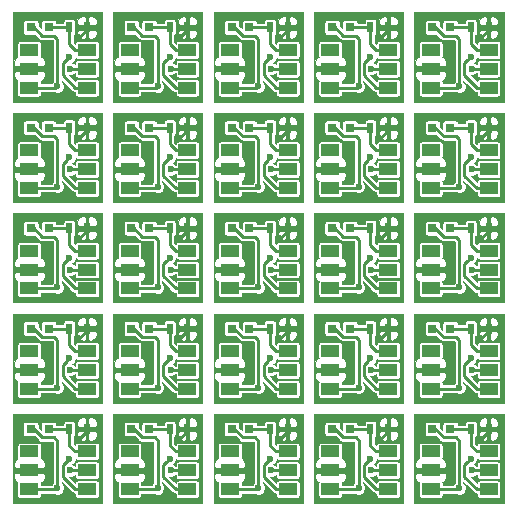
<source format=gtl>
G04 #@! TF.FileFunction,Copper,L1,Top,Signal*
%FSLAX46Y46*%
G04 Gerber Fmt 4.6, Leading zero omitted, Abs format (unit mm)*
G04 Created by KiCad (PCBNEW 4.0.2+dfsg1-stable) date Mo 06 Jun 2016 00:17:18 CEST*
%MOMM*%
G01*
G04 APERTURE LIST*
%ADD10C,0.100000*%
%ADD11R,0.500000X0.900000*%
%ADD12R,0.800000X0.750000*%
%ADD13R,1.500000X1.000000*%
%ADD14C,0.600000*%
%ADD15C,0.250000*%
G04 APERTURE END LIST*
D10*
D11*
X57500000Y-54000000D03*
X56000000Y-54000000D03*
X49000000Y-54000000D03*
X47500000Y-54000000D03*
X40500000Y-54000000D03*
X39000000Y-54000000D03*
X32000000Y-54000000D03*
X30500000Y-54000000D03*
X23500000Y-54000000D03*
X22000000Y-54000000D03*
X57500000Y-45500000D03*
X56000000Y-45500000D03*
X49000000Y-45500000D03*
X47500000Y-45500000D03*
X40500000Y-45500000D03*
X39000000Y-45500000D03*
X32000000Y-45500000D03*
X30500000Y-45500000D03*
X23500000Y-45500000D03*
X22000000Y-45500000D03*
X57500000Y-37000000D03*
X56000000Y-37000000D03*
X49000000Y-37000000D03*
X47500000Y-37000000D03*
X40500000Y-37000000D03*
X39000000Y-37000000D03*
X32000000Y-37000000D03*
X30500000Y-37000000D03*
X23500000Y-37000000D03*
X22000000Y-37000000D03*
X57500000Y-28500000D03*
X56000000Y-28500000D03*
X49000000Y-28500000D03*
X47500000Y-28500000D03*
X40500000Y-28500000D03*
X39000000Y-28500000D03*
X32000000Y-28500000D03*
X30500000Y-28500000D03*
X23500000Y-28500000D03*
X22000000Y-28500000D03*
X57500000Y-20000000D03*
X56000000Y-20000000D03*
X49000000Y-20000000D03*
X47500000Y-20000000D03*
X40500000Y-20000000D03*
X39000000Y-20000000D03*
X32000000Y-20000000D03*
X30500000Y-20000000D03*
D12*
X54250000Y-54000000D03*
X52750000Y-54000000D03*
X45750000Y-54000000D03*
X44250000Y-54000000D03*
X37250000Y-54000000D03*
X35750000Y-54000000D03*
X28750000Y-54000000D03*
X27250000Y-54000000D03*
X20250000Y-54000000D03*
X18750000Y-54000000D03*
X54250000Y-45500000D03*
X52750000Y-45500000D03*
X45750000Y-45500000D03*
X44250000Y-45500000D03*
X37250000Y-45500000D03*
X35750000Y-45500000D03*
X28750000Y-45500000D03*
X27250000Y-45500000D03*
X20250000Y-45500000D03*
X18750000Y-45500000D03*
X54250000Y-37000000D03*
X52750000Y-37000000D03*
X45750000Y-37000000D03*
X44250000Y-37000000D03*
X37250000Y-37000000D03*
X35750000Y-37000000D03*
X28750000Y-37000000D03*
X27250000Y-37000000D03*
X20250000Y-37000000D03*
X18750000Y-37000000D03*
X54250000Y-28500000D03*
X52750000Y-28500000D03*
X45750000Y-28500000D03*
X44250000Y-28500000D03*
X37250000Y-28500000D03*
X35750000Y-28500000D03*
X28750000Y-28500000D03*
X27250000Y-28500000D03*
X20250000Y-28500000D03*
X18750000Y-28500000D03*
X54250000Y-20000000D03*
X52750000Y-20000000D03*
X45750000Y-20000000D03*
X44250000Y-20000000D03*
X37250000Y-20000000D03*
X35750000Y-20000000D03*
X28750000Y-20000000D03*
X27250000Y-20000000D03*
D13*
X52600000Y-55900000D03*
X52600000Y-57500000D03*
X52600000Y-59100000D03*
X57500000Y-59100000D03*
X57500000Y-57500000D03*
X57500000Y-55900000D03*
X44100000Y-55900000D03*
X44100000Y-57500000D03*
X44100000Y-59100000D03*
X49000000Y-59100000D03*
X49000000Y-57500000D03*
X49000000Y-55900000D03*
X35600000Y-55900000D03*
X35600000Y-57500000D03*
X35600000Y-59100000D03*
X40500000Y-59100000D03*
X40500000Y-57500000D03*
X40500000Y-55900000D03*
X27100000Y-55900000D03*
X27100000Y-57500000D03*
X27100000Y-59100000D03*
X32000000Y-59100000D03*
X32000000Y-57500000D03*
X32000000Y-55900000D03*
X18600000Y-55900000D03*
X18600000Y-57500000D03*
X18600000Y-59100000D03*
X23500000Y-59100000D03*
X23500000Y-57500000D03*
X23500000Y-55900000D03*
X52600000Y-47400000D03*
X52600000Y-49000000D03*
X52600000Y-50600000D03*
X57500000Y-50600000D03*
X57500000Y-49000000D03*
X57500000Y-47400000D03*
X44100000Y-47400000D03*
X44100000Y-49000000D03*
X44100000Y-50600000D03*
X49000000Y-50600000D03*
X49000000Y-49000000D03*
X49000000Y-47400000D03*
X35600000Y-47400000D03*
X35600000Y-49000000D03*
X35600000Y-50600000D03*
X40500000Y-50600000D03*
X40500000Y-49000000D03*
X40500000Y-47400000D03*
X27100000Y-47400000D03*
X27100000Y-49000000D03*
X27100000Y-50600000D03*
X32000000Y-50600000D03*
X32000000Y-49000000D03*
X32000000Y-47400000D03*
X18600000Y-47400000D03*
X18600000Y-49000000D03*
X18600000Y-50600000D03*
X23500000Y-50600000D03*
X23500000Y-49000000D03*
X23500000Y-47400000D03*
X52600000Y-38900000D03*
X52600000Y-40500000D03*
X52600000Y-42100000D03*
X57500000Y-42100000D03*
X57500000Y-40500000D03*
X57500000Y-38900000D03*
X44100000Y-38900000D03*
X44100000Y-40500000D03*
X44100000Y-42100000D03*
X49000000Y-42100000D03*
X49000000Y-40500000D03*
X49000000Y-38900000D03*
X35600000Y-38900000D03*
X35600000Y-40500000D03*
X35600000Y-42100000D03*
X40500000Y-42100000D03*
X40500000Y-40500000D03*
X40500000Y-38900000D03*
X27100000Y-38900000D03*
X27100000Y-40500000D03*
X27100000Y-42100000D03*
X32000000Y-42100000D03*
X32000000Y-40500000D03*
X32000000Y-38900000D03*
X18600000Y-38900000D03*
X18600000Y-40500000D03*
X18600000Y-42100000D03*
X23500000Y-42100000D03*
X23500000Y-40500000D03*
X23500000Y-38900000D03*
X52600000Y-30400000D03*
X52600000Y-32000000D03*
X52600000Y-33600000D03*
X57500000Y-33600000D03*
X57500000Y-32000000D03*
X57500000Y-30400000D03*
X44100000Y-30400000D03*
X44100000Y-32000000D03*
X44100000Y-33600000D03*
X49000000Y-33600000D03*
X49000000Y-32000000D03*
X49000000Y-30400000D03*
X35600000Y-30400000D03*
X35600000Y-32000000D03*
X35600000Y-33600000D03*
X40500000Y-33600000D03*
X40500000Y-32000000D03*
X40500000Y-30400000D03*
X27100000Y-30400000D03*
X27100000Y-32000000D03*
X27100000Y-33600000D03*
X32000000Y-33600000D03*
X32000000Y-32000000D03*
X32000000Y-30400000D03*
X18600000Y-30400000D03*
X18600000Y-32000000D03*
X18600000Y-33600000D03*
X23500000Y-33600000D03*
X23500000Y-32000000D03*
X23500000Y-30400000D03*
X52600000Y-21900000D03*
X52600000Y-23500000D03*
X52600000Y-25100000D03*
X57500000Y-25100000D03*
X57500000Y-23500000D03*
X57500000Y-21900000D03*
X44100000Y-21900000D03*
X44100000Y-23500000D03*
X44100000Y-25100000D03*
X49000000Y-25100000D03*
X49000000Y-23500000D03*
X49000000Y-21900000D03*
X35600000Y-21900000D03*
X35600000Y-23500000D03*
X35600000Y-25100000D03*
X40500000Y-25100000D03*
X40500000Y-23500000D03*
X40500000Y-21900000D03*
X27100000Y-21900000D03*
X27100000Y-23500000D03*
X27100000Y-25100000D03*
X32000000Y-25100000D03*
X32000000Y-23500000D03*
X32000000Y-21900000D03*
D12*
X20250000Y-20000000D03*
X18750000Y-20000000D03*
D13*
X18600000Y-21900000D03*
X18600000Y-23500000D03*
X18600000Y-25100000D03*
X23500000Y-25100000D03*
X23500000Y-23500000D03*
X23500000Y-21900000D03*
D11*
X23500000Y-20000000D03*
X22000000Y-20000000D03*
D14*
X55000000Y-59000000D03*
X46500000Y-59000000D03*
X38000000Y-59000000D03*
X29500000Y-59000000D03*
X21000000Y-59000000D03*
X55000000Y-50500000D03*
X46500000Y-50500000D03*
X38000000Y-50500000D03*
X29500000Y-50500000D03*
X21000000Y-50500000D03*
X55000000Y-42000000D03*
X46500000Y-42000000D03*
X38000000Y-42000000D03*
X29500000Y-42000000D03*
X21000000Y-42000000D03*
X55000000Y-33500000D03*
X46500000Y-33500000D03*
X38000000Y-33500000D03*
X29500000Y-33500000D03*
X21000000Y-33500000D03*
X55000000Y-25000000D03*
X46500000Y-25000000D03*
X38000000Y-25000000D03*
X29500000Y-25000000D03*
X21000000Y-25000000D03*
X54003179Y-55996909D03*
X45503179Y-55996909D03*
X37003179Y-55996909D03*
X28503179Y-55996909D03*
X20003179Y-55996909D03*
X54003179Y-47496909D03*
X45503179Y-47496909D03*
X37003179Y-47496909D03*
X28503179Y-47496909D03*
X20003179Y-47496909D03*
X54003179Y-38996909D03*
X45503179Y-38996909D03*
X37003179Y-38996909D03*
X28503179Y-38996909D03*
X20003179Y-38996909D03*
X54003179Y-30496909D03*
X45503179Y-30496909D03*
X37003179Y-30496909D03*
X28503179Y-30496909D03*
X20003179Y-30496909D03*
X54003179Y-21996909D03*
X45503179Y-21996909D03*
X37003179Y-21996909D03*
X28503179Y-21996909D03*
X56758862Y-54836550D03*
X48258862Y-54836550D03*
X39758862Y-54836550D03*
X31258862Y-54836550D03*
X22758862Y-54836550D03*
X56758862Y-46336550D03*
X48258862Y-46336550D03*
X39758862Y-46336550D03*
X31258862Y-46336550D03*
X22758862Y-46336550D03*
X56758862Y-37836550D03*
X48258862Y-37836550D03*
X39758862Y-37836550D03*
X31258862Y-37836550D03*
X22758862Y-37836550D03*
X56758862Y-29336550D03*
X48258862Y-29336550D03*
X39758862Y-29336550D03*
X31258862Y-29336550D03*
X22758862Y-29336550D03*
X56758862Y-20836550D03*
X48258862Y-20836550D03*
X39758862Y-20836550D03*
X31258862Y-20836550D03*
X22758862Y-20836550D03*
X20003179Y-21996909D03*
X56000000Y-56500000D03*
X47500000Y-56500000D03*
X39000000Y-56500000D03*
X30500000Y-56500000D03*
X22000000Y-56500000D03*
X56000000Y-48000000D03*
X47500000Y-48000000D03*
X39000000Y-48000000D03*
X30500000Y-48000000D03*
X22000000Y-48000000D03*
X56000000Y-39500000D03*
X47500000Y-39500000D03*
X39000000Y-39500000D03*
X30500000Y-39500000D03*
X22000000Y-39500000D03*
X56000000Y-31000000D03*
X47500000Y-31000000D03*
X39000000Y-31000000D03*
X30500000Y-31000000D03*
X22000000Y-31000000D03*
X56000000Y-22500000D03*
X47500000Y-22500000D03*
X39000000Y-22500000D03*
X30500000Y-22500000D03*
X22000000Y-22500000D03*
X56075031Y-57500000D03*
X47575031Y-57500000D03*
X39075031Y-57500000D03*
X30575031Y-57500000D03*
X22075031Y-57500000D03*
X56075031Y-49000000D03*
X47575031Y-49000000D03*
X39075031Y-49000000D03*
X30575031Y-49000000D03*
X22075031Y-49000000D03*
X56075031Y-40500000D03*
X47575031Y-40500000D03*
X39075031Y-40500000D03*
X30575031Y-40500000D03*
X22075031Y-40500000D03*
X56075031Y-32000000D03*
X47575031Y-32000000D03*
X39075031Y-32000000D03*
X30575031Y-32000000D03*
X22075031Y-32000000D03*
X56075031Y-23500000D03*
X47575031Y-23500000D03*
X39075031Y-23500000D03*
X30575031Y-23500000D03*
X22075031Y-23500000D03*
D15*
X56000000Y-54700000D02*
X56000000Y-54000000D01*
X47500000Y-54700000D02*
X47500000Y-54000000D01*
X39000000Y-54700000D02*
X39000000Y-54000000D01*
X30500000Y-54700000D02*
X30500000Y-54000000D01*
X22000000Y-54700000D02*
X22000000Y-54000000D01*
X56000000Y-46200000D02*
X56000000Y-45500000D01*
X47500000Y-46200000D02*
X47500000Y-45500000D01*
X39000000Y-46200000D02*
X39000000Y-45500000D01*
X30500000Y-46200000D02*
X30500000Y-45500000D01*
X22000000Y-46200000D02*
X22000000Y-45500000D01*
X56000000Y-37700000D02*
X56000000Y-37000000D01*
X47500000Y-37700000D02*
X47500000Y-37000000D01*
X39000000Y-37700000D02*
X39000000Y-37000000D01*
X30500000Y-37700000D02*
X30500000Y-37000000D01*
X22000000Y-37700000D02*
X22000000Y-37000000D01*
X56000000Y-29200000D02*
X56000000Y-28500000D01*
X47500000Y-29200000D02*
X47500000Y-28500000D01*
X39000000Y-29200000D02*
X39000000Y-28500000D01*
X30500000Y-29200000D02*
X30500000Y-28500000D01*
X22000000Y-29200000D02*
X22000000Y-28500000D01*
X56000000Y-20700000D02*
X56000000Y-20000000D01*
X47500000Y-20700000D02*
X47500000Y-20000000D01*
X39000000Y-20700000D02*
X39000000Y-20000000D01*
X30500000Y-20700000D02*
X30500000Y-20000000D01*
X54250000Y-54000000D02*
X56000000Y-54000000D01*
X45750000Y-54000000D02*
X47500000Y-54000000D01*
X37250000Y-54000000D02*
X39000000Y-54000000D01*
X28750000Y-54000000D02*
X30500000Y-54000000D01*
X20250000Y-54000000D02*
X22000000Y-54000000D01*
X54250000Y-45500000D02*
X56000000Y-45500000D01*
X45750000Y-45500000D02*
X47500000Y-45500000D01*
X37250000Y-45500000D02*
X39000000Y-45500000D01*
X28750000Y-45500000D02*
X30500000Y-45500000D01*
X20250000Y-45500000D02*
X22000000Y-45500000D01*
X54250000Y-37000000D02*
X56000000Y-37000000D01*
X45750000Y-37000000D02*
X47500000Y-37000000D01*
X37250000Y-37000000D02*
X39000000Y-37000000D01*
X28750000Y-37000000D02*
X30500000Y-37000000D01*
X20250000Y-37000000D02*
X22000000Y-37000000D01*
X54250000Y-28500000D02*
X56000000Y-28500000D01*
X45750000Y-28500000D02*
X47500000Y-28500000D01*
X37250000Y-28500000D02*
X39000000Y-28500000D01*
X28750000Y-28500000D02*
X30500000Y-28500000D01*
X20250000Y-28500000D02*
X22000000Y-28500000D01*
X54250000Y-20000000D02*
X56000000Y-20000000D01*
X45750000Y-20000000D02*
X47500000Y-20000000D01*
X37250000Y-20000000D02*
X39000000Y-20000000D01*
X28750000Y-20000000D02*
X30500000Y-20000000D01*
X57500000Y-55900000D02*
X56500000Y-55900000D01*
X49000000Y-55900000D02*
X48000000Y-55900000D01*
X40500000Y-55900000D02*
X39500000Y-55900000D01*
X32000000Y-55900000D02*
X31000000Y-55900000D01*
X23500000Y-55900000D02*
X22500000Y-55900000D01*
X57500000Y-47400000D02*
X56500000Y-47400000D01*
X49000000Y-47400000D02*
X48000000Y-47400000D01*
X40500000Y-47400000D02*
X39500000Y-47400000D01*
X32000000Y-47400000D02*
X31000000Y-47400000D01*
X23500000Y-47400000D02*
X22500000Y-47400000D01*
X57500000Y-38900000D02*
X56500000Y-38900000D01*
X49000000Y-38900000D02*
X48000000Y-38900000D01*
X40500000Y-38900000D02*
X39500000Y-38900000D01*
X32000000Y-38900000D02*
X31000000Y-38900000D01*
X23500000Y-38900000D02*
X22500000Y-38900000D01*
X57500000Y-30400000D02*
X56500000Y-30400000D01*
X49000000Y-30400000D02*
X48000000Y-30400000D01*
X40500000Y-30400000D02*
X39500000Y-30400000D01*
X32000000Y-30400000D02*
X31000000Y-30400000D01*
X23500000Y-30400000D02*
X22500000Y-30400000D01*
X57500000Y-21900000D02*
X56500000Y-21900000D01*
X49000000Y-21900000D02*
X48000000Y-21900000D01*
X40500000Y-21900000D02*
X39500000Y-21900000D01*
X32000000Y-21900000D02*
X31000000Y-21900000D01*
X56500000Y-55900000D02*
X56000000Y-55400000D01*
X48000000Y-55900000D02*
X47500000Y-55400000D01*
X39500000Y-55900000D02*
X39000000Y-55400000D01*
X31000000Y-55900000D02*
X30500000Y-55400000D01*
X22500000Y-55900000D02*
X22000000Y-55400000D01*
X56500000Y-47400000D02*
X56000000Y-46900000D01*
X48000000Y-47400000D02*
X47500000Y-46900000D01*
X39500000Y-47400000D02*
X39000000Y-46900000D01*
X31000000Y-47400000D02*
X30500000Y-46900000D01*
X22500000Y-47400000D02*
X22000000Y-46900000D01*
X56500000Y-38900000D02*
X56000000Y-38400000D01*
X48000000Y-38900000D02*
X47500000Y-38400000D01*
X39500000Y-38900000D02*
X39000000Y-38400000D01*
X31000000Y-38900000D02*
X30500000Y-38400000D01*
X22500000Y-38900000D02*
X22000000Y-38400000D01*
X56500000Y-30400000D02*
X56000000Y-29900000D01*
X48000000Y-30400000D02*
X47500000Y-29900000D01*
X39500000Y-30400000D02*
X39000000Y-29900000D01*
X31000000Y-30400000D02*
X30500000Y-29900000D01*
X22500000Y-30400000D02*
X22000000Y-29900000D01*
X56500000Y-21900000D02*
X56000000Y-21400000D01*
X48000000Y-21900000D02*
X47500000Y-21400000D01*
X39500000Y-21900000D02*
X39000000Y-21400000D01*
X31000000Y-21900000D02*
X30500000Y-21400000D01*
X56000000Y-55400000D02*
X56000000Y-54700000D01*
X47500000Y-55400000D02*
X47500000Y-54700000D01*
X39000000Y-55400000D02*
X39000000Y-54700000D01*
X30500000Y-55400000D02*
X30500000Y-54700000D01*
X22000000Y-55400000D02*
X22000000Y-54700000D01*
X56000000Y-46900000D02*
X56000000Y-46200000D01*
X47500000Y-46900000D02*
X47500000Y-46200000D01*
X39000000Y-46900000D02*
X39000000Y-46200000D01*
X30500000Y-46900000D02*
X30500000Y-46200000D01*
X22000000Y-46900000D02*
X22000000Y-46200000D01*
X56000000Y-38400000D02*
X56000000Y-37700000D01*
X47500000Y-38400000D02*
X47500000Y-37700000D01*
X39000000Y-38400000D02*
X39000000Y-37700000D01*
X30500000Y-38400000D02*
X30500000Y-37700000D01*
X22000000Y-38400000D02*
X22000000Y-37700000D01*
X56000000Y-29900000D02*
X56000000Y-29200000D01*
X47500000Y-29900000D02*
X47500000Y-29200000D01*
X39000000Y-29900000D02*
X39000000Y-29200000D01*
X30500000Y-29900000D02*
X30500000Y-29200000D01*
X22000000Y-29900000D02*
X22000000Y-29200000D01*
X56000000Y-21400000D02*
X56000000Y-20700000D01*
X47500000Y-21400000D02*
X47500000Y-20700000D01*
X39000000Y-21400000D02*
X39000000Y-20700000D01*
X30500000Y-21400000D02*
X30500000Y-20700000D01*
X20250000Y-20000000D02*
X22000000Y-20000000D01*
X22000000Y-21400000D02*
X22000000Y-20700000D01*
X22500000Y-21900000D02*
X22000000Y-21400000D01*
X23500000Y-21900000D02*
X22500000Y-21900000D01*
X22000000Y-20700000D02*
X22000000Y-20000000D01*
X54737892Y-54716046D02*
X53693525Y-54716046D01*
X46237892Y-54716046D02*
X45193525Y-54716046D01*
X37737892Y-54716046D02*
X36693525Y-54716046D01*
X29237892Y-54716046D02*
X28193525Y-54716046D01*
X20737892Y-54716046D02*
X19693525Y-54716046D01*
X54737892Y-46216046D02*
X53693525Y-46216046D01*
X46237892Y-46216046D02*
X45193525Y-46216046D01*
X37737892Y-46216046D02*
X36693525Y-46216046D01*
X29237892Y-46216046D02*
X28193525Y-46216046D01*
X20737892Y-46216046D02*
X19693525Y-46216046D01*
X54737892Y-37716046D02*
X53693525Y-37716046D01*
X46237892Y-37716046D02*
X45193525Y-37716046D01*
X37737892Y-37716046D02*
X36693525Y-37716046D01*
X29237892Y-37716046D02*
X28193525Y-37716046D01*
X20737892Y-37716046D02*
X19693525Y-37716046D01*
X54737892Y-29216046D02*
X53693525Y-29216046D01*
X46237892Y-29216046D02*
X45193525Y-29216046D01*
X37737892Y-29216046D02*
X36693525Y-29216046D01*
X29237892Y-29216046D02*
X28193525Y-29216046D01*
X20737892Y-29216046D02*
X19693525Y-29216046D01*
X54737892Y-20716046D02*
X53693525Y-20716046D01*
X46237892Y-20716046D02*
X45193525Y-20716046D01*
X37737892Y-20716046D02*
X36693525Y-20716046D01*
X29237892Y-20716046D02*
X28193525Y-20716046D01*
X53693525Y-54716046D02*
X52977479Y-54000000D01*
X45193525Y-54716046D02*
X44477479Y-54000000D01*
X36693525Y-54716046D02*
X35977479Y-54000000D01*
X28193525Y-54716046D02*
X27477479Y-54000000D01*
X19693525Y-54716046D02*
X18977479Y-54000000D01*
X53693525Y-46216046D02*
X52977479Y-45500000D01*
X45193525Y-46216046D02*
X44477479Y-45500000D01*
X36693525Y-46216046D02*
X35977479Y-45500000D01*
X28193525Y-46216046D02*
X27477479Y-45500000D01*
X19693525Y-46216046D02*
X18977479Y-45500000D01*
X53693525Y-37716046D02*
X52977479Y-37000000D01*
X45193525Y-37716046D02*
X44477479Y-37000000D01*
X36693525Y-37716046D02*
X35977479Y-37000000D01*
X28193525Y-37716046D02*
X27477479Y-37000000D01*
X19693525Y-37716046D02*
X18977479Y-37000000D01*
X53693525Y-29216046D02*
X52977479Y-28500000D01*
X45193525Y-29216046D02*
X44477479Y-28500000D01*
X36693525Y-29216046D02*
X35977479Y-28500000D01*
X28193525Y-29216046D02*
X27477479Y-28500000D01*
X19693525Y-29216046D02*
X18977479Y-28500000D01*
X53693525Y-20716046D02*
X52977479Y-20000000D01*
X45193525Y-20716046D02*
X44477479Y-20000000D01*
X36693525Y-20716046D02*
X35977479Y-20000000D01*
X28193525Y-20716046D02*
X27477479Y-20000000D01*
X52600000Y-59100000D02*
X54900000Y-59100000D01*
X44100000Y-59100000D02*
X46400000Y-59100000D01*
X35600000Y-59100000D02*
X37900000Y-59100000D01*
X27100000Y-59100000D02*
X29400000Y-59100000D01*
X18600000Y-59100000D02*
X20900000Y-59100000D01*
X52600000Y-50600000D02*
X54900000Y-50600000D01*
X44100000Y-50600000D02*
X46400000Y-50600000D01*
X35600000Y-50600000D02*
X37900000Y-50600000D01*
X27100000Y-50600000D02*
X29400000Y-50600000D01*
X18600000Y-50600000D02*
X20900000Y-50600000D01*
X52600000Y-42100000D02*
X54900000Y-42100000D01*
X44100000Y-42100000D02*
X46400000Y-42100000D01*
X35600000Y-42100000D02*
X37900000Y-42100000D01*
X27100000Y-42100000D02*
X29400000Y-42100000D01*
X18600000Y-42100000D02*
X20900000Y-42100000D01*
X52600000Y-33600000D02*
X54900000Y-33600000D01*
X44100000Y-33600000D02*
X46400000Y-33600000D01*
X35600000Y-33600000D02*
X37900000Y-33600000D01*
X27100000Y-33600000D02*
X29400000Y-33600000D01*
X18600000Y-33600000D02*
X20900000Y-33600000D01*
X52600000Y-25100000D02*
X54900000Y-25100000D01*
X44100000Y-25100000D02*
X46400000Y-25100000D01*
X35600000Y-25100000D02*
X37900000Y-25100000D01*
X27100000Y-25100000D02*
X29400000Y-25100000D01*
X55000000Y-59000000D02*
X55000000Y-54978154D01*
X46500000Y-59000000D02*
X46500000Y-54978154D01*
X38000000Y-59000000D02*
X38000000Y-54978154D01*
X29500000Y-59000000D02*
X29500000Y-54978154D01*
X21000000Y-59000000D02*
X21000000Y-54978154D01*
X55000000Y-50500000D02*
X55000000Y-46478154D01*
X46500000Y-50500000D02*
X46500000Y-46478154D01*
X38000000Y-50500000D02*
X38000000Y-46478154D01*
X29500000Y-50500000D02*
X29500000Y-46478154D01*
X21000000Y-50500000D02*
X21000000Y-46478154D01*
X55000000Y-42000000D02*
X55000000Y-37978154D01*
X46500000Y-42000000D02*
X46500000Y-37978154D01*
X38000000Y-42000000D02*
X38000000Y-37978154D01*
X29500000Y-42000000D02*
X29500000Y-37978154D01*
X21000000Y-42000000D02*
X21000000Y-37978154D01*
X55000000Y-33500000D02*
X55000000Y-29478154D01*
X46500000Y-33500000D02*
X46500000Y-29478154D01*
X38000000Y-33500000D02*
X38000000Y-29478154D01*
X29500000Y-33500000D02*
X29500000Y-29478154D01*
X21000000Y-33500000D02*
X21000000Y-29478154D01*
X55000000Y-25000000D02*
X55000000Y-20978154D01*
X46500000Y-25000000D02*
X46500000Y-20978154D01*
X38000000Y-25000000D02*
X38000000Y-20978154D01*
X29500000Y-25000000D02*
X29500000Y-20978154D01*
X52977479Y-54000000D02*
X52750000Y-54000000D01*
X44477479Y-54000000D02*
X44250000Y-54000000D01*
X35977479Y-54000000D02*
X35750000Y-54000000D01*
X27477479Y-54000000D02*
X27250000Y-54000000D01*
X18977479Y-54000000D02*
X18750000Y-54000000D01*
X52977479Y-45500000D02*
X52750000Y-45500000D01*
X44477479Y-45500000D02*
X44250000Y-45500000D01*
X35977479Y-45500000D02*
X35750000Y-45500000D01*
X27477479Y-45500000D02*
X27250000Y-45500000D01*
X18977479Y-45500000D02*
X18750000Y-45500000D01*
X52977479Y-37000000D02*
X52750000Y-37000000D01*
X44477479Y-37000000D02*
X44250000Y-37000000D01*
X35977479Y-37000000D02*
X35750000Y-37000000D01*
X27477479Y-37000000D02*
X27250000Y-37000000D01*
X18977479Y-37000000D02*
X18750000Y-37000000D01*
X52977479Y-28500000D02*
X52750000Y-28500000D01*
X44477479Y-28500000D02*
X44250000Y-28500000D01*
X35977479Y-28500000D02*
X35750000Y-28500000D01*
X27477479Y-28500000D02*
X27250000Y-28500000D01*
X18977479Y-28500000D02*
X18750000Y-28500000D01*
X52977479Y-20000000D02*
X52750000Y-20000000D01*
X44477479Y-20000000D02*
X44250000Y-20000000D01*
X35977479Y-20000000D02*
X35750000Y-20000000D01*
X27477479Y-20000000D02*
X27250000Y-20000000D01*
X55000000Y-54978154D02*
X54737892Y-54716046D01*
X46500000Y-54978154D02*
X46237892Y-54716046D01*
X38000000Y-54978154D02*
X37737892Y-54716046D01*
X29500000Y-54978154D02*
X29237892Y-54716046D01*
X21000000Y-54978154D02*
X20737892Y-54716046D01*
X55000000Y-46478154D02*
X54737892Y-46216046D01*
X46500000Y-46478154D02*
X46237892Y-46216046D01*
X38000000Y-46478154D02*
X37737892Y-46216046D01*
X29500000Y-46478154D02*
X29237892Y-46216046D01*
X21000000Y-46478154D02*
X20737892Y-46216046D01*
X55000000Y-37978154D02*
X54737892Y-37716046D01*
X46500000Y-37978154D02*
X46237892Y-37716046D01*
X38000000Y-37978154D02*
X37737892Y-37716046D01*
X29500000Y-37978154D02*
X29237892Y-37716046D01*
X21000000Y-37978154D02*
X20737892Y-37716046D01*
X55000000Y-29478154D02*
X54737892Y-29216046D01*
X46500000Y-29478154D02*
X46237892Y-29216046D01*
X38000000Y-29478154D02*
X37737892Y-29216046D01*
X29500000Y-29478154D02*
X29237892Y-29216046D01*
X21000000Y-29478154D02*
X20737892Y-29216046D01*
X55000000Y-20978154D02*
X54737892Y-20716046D01*
X46500000Y-20978154D02*
X46237892Y-20716046D01*
X38000000Y-20978154D02*
X37737892Y-20716046D01*
X29500000Y-20978154D02*
X29237892Y-20716046D01*
X54900000Y-59100000D02*
X55000000Y-59000000D01*
X46400000Y-59100000D02*
X46500000Y-59000000D01*
X37900000Y-59100000D02*
X38000000Y-59000000D01*
X29400000Y-59100000D02*
X29500000Y-59000000D01*
X20900000Y-59100000D02*
X21000000Y-59000000D01*
X54900000Y-50600000D02*
X55000000Y-50500000D01*
X46400000Y-50600000D02*
X46500000Y-50500000D01*
X37900000Y-50600000D02*
X38000000Y-50500000D01*
X29400000Y-50600000D02*
X29500000Y-50500000D01*
X20900000Y-50600000D02*
X21000000Y-50500000D01*
X54900000Y-42100000D02*
X55000000Y-42000000D01*
X46400000Y-42100000D02*
X46500000Y-42000000D01*
X37900000Y-42100000D02*
X38000000Y-42000000D01*
X29400000Y-42100000D02*
X29500000Y-42000000D01*
X20900000Y-42100000D02*
X21000000Y-42000000D01*
X54900000Y-33600000D02*
X55000000Y-33500000D01*
X46400000Y-33600000D02*
X46500000Y-33500000D01*
X37900000Y-33600000D02*
X38000000Y-33500000D01*
X29400000Y-33600000D02*
X29500000Y-33500000D01*
X20900000Y-33600000D02*
X21000000Y-33500000D01*
X54900000Y-25100000D02*
X55000000Y-25000000D01*
X46400000Y-25100000D02*
X46500000Y-25000000D01*
X37900000Y-25100000D02*
X38000000Y-25000000D01*
X29400000Y-25100000D02*
X29500000Y-25000000D01*
X21000000Y-25000000D02*
X21000000Y-20978154D01*
X21000000Y-20978154D02*
X20737892Y-20716046D01*
X20737892Y-20716046D02*
X19693525Y-20716046D01*
X19693525Y-20716046D02*
X18977479Y-20000000D01*
X18977479Y-20000000D02*
X18750000Y-20000000D01*
X18600000Y-25100000D02*
X20900000Y-25100000D01*
X20900000Y-25100000D02*
X21000000Y-25000000D01*
X57500000Y-54000000D02*
X57500000Y-54200000D01*
X49000000Y-54000000D02*
X49000000Y-54200000D01*
X40500000Y-54000000D02*
X40500000Y-54200000D01*
X32000000Y-54000000D02*
X32000000Y-54200000D01*
X23500000Y-54000000D02*
X23500000Y-54200000D01*
X57500000Y-45500000D02*
X57500000Y-45700000D01*
X49000000Y-45500000D02*
X49000000Y-45700000D01*
X40500000Y-45500000D02*
X40500000Y-45700000D01*
X32000000Y-45500000D02*
X32000000Y-45700000D01*
X23500000Y-45500000D02*
X23500000Y-45700000D01*
X57500000Y-37000000D02*
X57500000Y-37200000D01*
X49000000Y-37000000D02*
X49000000Y-37200000D01*
X40500000Y-37000000D02*
X40500000Y-37200000D01*
X32000000Y-37000000D02*
X32000000Y-37200000D01*
X23500000Y-37000000D02*
X23500000Y-37200000D01*
X57500000Y-28500000D02*
X57500000Y-28700000D01*
X49000000Y-28500000D02*
X49000000Y-28700000D01*
X40500000Y-28500000D02*
X40500000Y-28700000D01*
X32000000Y-28500000D02*
X32000000Y-28700000D01*
X23500000Y-28500000D02*
X23500000Y-28700000D01*
X57500000Y-20000000D02*
X57500000Y-20200000D01*
X49000000Y-20000000D02*
X49000000Y-20200000D01*
X40500000Y-20000000D02*
X40500000Y-20200000D01*
X32000000Y-20000000D02*
X32000000Y-20200000D01*
X54003179Y-57500000D02*
X54003179Y-55996909D01*
X45503179Y-57500000D02*
X45503179Y-55996909D01*
X37003179Y-57500000D02*
X37003179Y-55996909D01*
X28503179Y-57500000D02*
X28503179Y-55996909D01*
X20003179Y-57500000D02*
X20003179Y-55996909D01*
X54003179Y-49000000D02*
X54003179Y-47496909D01*
X45503179Y-49000000D02*
X45503179Y-47496909D01*
X37003179Y-49000000D02*
X37003179Y-47496909D01*
X28503179Y-49000000D02*
X28503179Y-47496909D01*
X20003179Y-49000000D02*
X20003179Y-47496909D01*
X54003179Y-40500000D02*
X54003179Y-38996909D01*
X45503179Y-40500000D02*
X45503179Y-38996909D01*
X37003179Y-40500000D02*
X37003179Y-38996909D01*
X28503179Y-40500000D02*
X28503179Y-38996909D01*
X20003179Y-40500000D02*
X20003179Y-38996909D01*
X54003179Y-32000000D02*
X54003179Y-30496909D01*
X45503179Y-32000000D02*
X45503179Y-30496909D01*
X37003179Y-32000000D02*
X37003179Y-30496909D01*
X28503179Y-32000000D02*
X28503179Y-30496909D01*
X20003179Y-32000000D02*
X20003179Y-30496909D01*
X54003179Y-23500000D02*
X54003179Y-21996909D01*
X45503179Y-23500000D02*
X45503179Y-21996909D01*
X37003179Y-23500000D02*
X37003179Y-21996909D01*
X28503179Y-23500000D02*
X28503179Y-21996909D01*
X52600000Y-57500000D02*
X54003179Y-57500000D01*
X44100000Y-57500000D02*
X45503179Y-57500000D01*
X35600000Y-57500000D02*
X37003179Y-57500000D01*
X27100000Y-57500000D02*
X28503179Y-57500000D01*
X18600000Y-57500000D02*
X20003179Y-57500000D01*
X52600000Y-49000000D02*
X54003179Y-49000000D01*
X44100000Y-49000000D02*
X45503179Y-49000000D01*
X35600000Y-49000000D02*
X37003179Y-49000000D01*
X27100000Y-49000000D02*
X28503179Y-49000000D01*
X18600000Y-49000000D02*
X20003179Y-49000000D01*
X52600000Y-40500000D02*
X54003179Y-40500000D01*
X44100000Y-40500000D02*
X45503179Y-40500000D01*
X35600000Y-40500000D02*
X37003179Y-40500000D01*
X27100000Y-40500000D02*
X28503179Y-40500000D01*
X18600000Y-40500000D02*
X20003179Y-40500000D01*
X52600000Y-32000000D02*
X54003179Y-32000000D01*
X44100000Y-32000000D02*
X45503179Y-32000000D01*
X35600000Y-32000000D02*
X37003179Y-32000000D01*
X27100000Y-32000000D02*
X28503179Y-32000000D01*
X18600000Y-32000000D02*
X20003179Y-32000000D01*
X52600000Y-23500000D02*
X54003179Y-23500000D01*
X44100000Y-23500000D02*
X45503179Y-23500000D01*
X35600000Y-23500000D02*
X37003179Y-23500000D01*
X27100000Y-23500000D02*
X28503179Y-23500000D01*
X57500000Y-54200000D02*
X56863450Y-54836550D01*
X49000000Y-54200000D02*
X48363450Y-54836550D01*
X40500000Y-54200000D02*
X39863450Y-54836550D01*
X32000000Y-54200000D02*
X31363450Y-54836550D01*
X23500000Y-54200000D02*
X22863450Y-54836550D01*
X57500000Y-45700000D02*
X56863450Y-46336550D01*
X49000000Y-45700000D02*
X48363450Y-46336550D01*
X40500000Y-45700000D02*
X39863450Y-46336550D01*
X32000000Y-45700000D02*
X31363450Y-46336550D01*
X23500000Y-45700000D02*
X22863450Y-46336550D01*
X57500000Y-37200000D02*
X56863450Y-37836550D01*
X49000000Y-37200000D02*
X48363450Y-37836550D01*
X40500000Y-37200000D02*
X39863450Y-37836550D01*
X32000000Y-37200000D02*
X31363450Y-37836550D01*
X23500000Y-37200000D02*
X22863450Y-37836550D01*
X57500000Y-28700000D02*
X56863450Y-29336550D01*
X49000000Y-28700000D02*
X48363450Y-29336550D01*
X40500000Y-28700000D02*
X39863450Y-29336550D01*
X32000000Y-28700000D02*
X31363450Y-29336550D01*
X23500000Y-28700000D02*
X22863450Y-29336550D01*
X57500000Y-20200000D02*
X56863450Y-20836550D01*
X49000000Y-20200000D02*
X48363450Y-20836550D01*
X40500000Y-20200000D02*
X39863450Y-20836550D01*
X32000000Y-20200000D02*
X31363450Y-20836550D01*
X56863450Y-54836550D02*
X56758862Y-54836550D01*
X48363450Y-54836550D02*
X48258862Y-54836550D01*
X39863450Y-54836550D02*
X39758862Y-54836550D01*
X31363450Y-54836550D02*
X31258862Y-54836550D01*
X22863450Y-54836550D02*
X22758862Y-54836550D01*
X56863450Y-46336550D02*
X56758862Y-46336550D01*
X48363450Y-46336550D02*
X48258862Y-46336550D01*
X39863450Y-46336550D02*
X39758862Y-46336550D01*
X31363450Y-46336550D02*
X31258862Y-46336550D01*
X22863450Y-46336550D02*
X22758862Y-46336550D01*
X56863450Y-37836550D02*
X56758862Y-37836550D01*
X48363450Y-37836550D02*
X48258862Y-37836550D01*
X39863450Y-37836550D02*
X39758862Y-37836550D01*
X31363450Y-37836550D02*
X31258862Y-37836550D01*
X22863450Y-37836550D02*
X22758862Y-37836550D01*
X56863450Y-29336550D02*
X56758862Y-29336550D01*
X48363450Y-29336550D02*
X48258862Y-29336550D01*
X39863450Y-29336550D02*
X39758862Y-29336550D01*
X31363450Y-29336550D02*
X31258862Y-29336550D01*
X22863450Y-29336550D02*
X22758862Y-29336550D01*
X56863450Y-20836550D02*
X56758862Y-20836550D01*
X48363450Y-20836550D02*
X48258862Y-20836550D01*
X39863450Y-20836550D02*
X39758862Y-20836550D01*
X31363450Y-20836550D02*
X31258862Y-20836550D01*
X18600000Y-23500000D02*
X20003179Y-23500000D01*
X20003179Y-23500000D02*
X20003179Y-21996909D01*
X23500000Y-20200000D02*
X22863450Y-20836550D01*
X23500000Y-20000000D02*
X23500000Y-20200000D01*
X22863450Y-20836550D02*
X22758862Y-20836550D01*
X56500000Y-59100000D02*
X55450011Y-58050011D01*
X48000000Y-59100000D02*
X46950011Y-58050011D01*
X39500000Y-59100000D02*
X38450011Y-58050011D01*
X31000000Y-59100000D02*
X29950011Y-58050011D01*
X22500000Y-59100000D02*
X21450011Y-58050011D01*
X56500000Y-50600000D02*
X55450011Y-49550011D01*
X48000000Y-50600000D02*
X46950011Y-49550011D01*
X39500000Y-50600000D02*
X38450011Y-49550011D01*
X31000000Y-50600000D02*
X29950011Y-49550011D01*
X22500000Y-50600000D02*
X21450011Y-49550011D01*
X56500000Y-42100000D02*
X55450011Y-41050011D01*
X48000000Y-42100000D02*
X46950011Y-41050011D01*
X39500000Y-42100000D02*
X38450011Y-41050011D01*
X31000000Y-42100000D02*
X29950011Y-41050011D01*
X22500000Y-42100000D02*
X21450011Y-41050011D01*
X56500000Y-33600000D02*
X55450011Y-32550011D01*
X48000000Y-33600000D02*
X46950011Y-32550011D01*
X39500000Y-33600000D02*
X38450011Y-32550011D01*
X31000000Y-33600000D02*
X29950011Y-32550011D01*
X22500000Y-33600000D02*
X21450011Y-32550011D01*
X56500000Y-25100000D02*
X55450011Y-24050011D01*
X48000000Y-25100000D02*
X46950011Y-24050011D01*
X39500000Y-25100000D02*
X38450011Y-24050011D01*
X31000000Y-25100000D02*
X29950011Y-24050011D01*
X55700001Y-56799999D02*
X56000000Y-56500000D01*
X47200001Y-56799999D02*
X47500000Y-56500000D01*
X38700001Y-56799999D02*
X39000000Y-56500000D01*
X30200001Y-56799999D02*
X30500000Y-56500000D01*
X21700001Y-56799999D02*
X22000000Y-56500000D01*
X55700001Y-48299999D02*
X56000000Y-48000000D01*
X47200001Y-48299999D02*
X47500000Y-48000000D01*
X38700001Y-48299999D02*
X39000000Y-48000000D01*
X30200001Y-48299999D02*
X30500000Y-48000000D01*
X21700001Y-48299999D02*
X22000000Y-48000000D01*
X55700001Y-39799999D02*
X56000000Y-39500000D01*
X47200001Y-39799999D02*
X47500000Y-39500000D01*
X38700001Y-39799999D02*
X39000000Y-39500000D01*
X30200001Y-39799999D02*
X30500000Y-39500000D01*
X21700001Y-39799999D02*
X22000000Y-39500000D01*
X55700001Y-31299999D02*
X56000000Y-31000000D01*
X47200001Y-31299999D02*
X47500000Y-31000000D01*
X38700001Y-31299999D02*
X39000000Y-31000000D01*
X30200001Y-31299999D02*
X30500000Y-31000000D01*
X21700001Y-31299999D02*
X22000000Y-31000000D01*
X55700001Y-22799999D02*
X56000000Y-22500000D01*
X47200001Y-22799999D02*
X47500000Y-22500000D01*
X38700001Y-22799999D02*
X39000000Y-22500000D01*
X30200001Y-22799999D02*
X30500000Y-22500000D01*
X55450011Y-57049989D02*
X55700001Y-56799999D01*
X46950011Y-57049989D02*
X47200001Y-56799999D01*
X38450011Y-57049989D02*
X38700001Y-56799999D01*
X29950011Y-57049989D02*
X30200001Y-56799999D01*
X21450011Y-57049989D02*
X21700001Y-56799999D01*
X55450011Y-48549989D02*
X55700001Y-48299999D01*
X46950011Y-48549989D02*
X47200001Y-48299999D01*
X38450011Y-48549989D02*
X38700001Y-48299999D01*
X29950011Y-48549989D02*
X30200001Y-48299999D01*
X21450011Y-48549989D02*
X21700001Y-48299999D01*
X55450011Y-40049989D02*
X55700001Y-39799999D01*
X46950011Y-40049989D02*
X47200001Y-39799999D01*
X38450011Y-40049989D02*
X38700001Y-39799999D01*
X29950011Y-40049989D02*
X30200001Y-39799999D01*
X21450011Y-40049989D02*
X21700001Y-39799999D01*
X55450011Y-31549989D02*
X55700001Y-31299999D01*
X46950011Y-31549989D02*
X47200001Y-31299999D01*
X38450011Y-31549989D02*
X38700001Y-31299999D01*
X29950011Y-31549989D02*
X30200001Y-31299999D01*
X21450011Y-31549989D02*
X21700001Y-31299999D01*
X55450011Y-23049989D02*
X55700001Y-22799999D01*
X46950011Y-23049989D02*
X47200001Y-22799999D01*
X38450011Y-23049989D02*
X38700001Y-22799999D01*
X29950011Y-23049989D02*
X30200001Y-22799999D01*
X57500000Y-59100000D02*
X56500000Y-59100000D01*
X49000000Y-59100000D02*
X48000000Y-59100000D01*
X40500000Y-59100000D02*
X39500000Y-59100000D01*
X32000000Y-59100000D02*
X31000000Y-59100000D01*
X23500000Y-59100000D02*
X22500000Y-59100000D01*
X57500000Y-50600000D02*
X56500000Y-50600000D01*
X49000000Y-50600000D02*
X48000000Y-50600000D01*
X40500000Y-50600000D02*
X39500000Y-50600000D01*
X32000000Y-50600000D02*
X31000000Y-50600000D01*
X23500000Y-50600000D02*
X22500000Y-50600000D01*
X57500000Y-42100000D02*
X56500000Y-42100000D01*
X49000000Y-42100000D02*
X48000000Y-42100000D01*
X40500000Y-42100000D02*
X39500000Y-42100000D01*
X32000000Y-42100000D02*
X31000000Y-42100000D01*
X23500000Y-42100000D02*
X22500000Y-42100000D01*
X57500000Y-33600000D02*
X56500000Y-33600000D01*
X49000000Y-33600000D02*
X48000000Y-33600000D01*
X40500000Y-33600000D02*
X39500000Y-33600000D01*
X32000000Y-33600000D02*
X31000000Y-33600000D01*
X23500000Y-33600000D02*
X22500000Y-33600000D01*
X57500000Y-25100000D02*
X56500000Y-25100000D01*
X49000000Y-25100000D02*
X48000000Y-25100000D01*
X40500000Y-25100000D02*
X39500000Y-25100000D01*
X32000000Y-25100000D02*
X31000000Y-25100000D01*
X55450011Y-58050011D02*
X55450011Y-57049989D01*
X46950011Y-58050011D02*
X46950011Y-57049989D01*
X38450011Y-58050011D02*
X38450011Y-57049989D01*
X29950011Y-58050011D02*
X29950011Y-57049989D01*
X21450011Y-58050011D02*
X21450011Y-57049989D01*
X55450011Y-49550011D02*
X55450011Y-48549989D01*
X46950011Y-49550011D02*
X46950011Y-48549989D01*
X38450011Y-49550011D02*
X38450011Y-48549989D01*
X29950011Y-49550011D02*
X29950011Y-48549989D01*
X21450011Y-49550011D02*
X21450011Y-48549989D01*
X55450011Y-41050011D02*
X55450011Y-40049989D01*
X46950011Y-41050011D02*
X46950011Y-40049989D01*
X38450011Y-41050011D02*
X38450011Y-40049989D01*
X29950011Y-41050011D02*
X29950011Y-40049989D01*
X21450011Y-41050011D02*
X21450011Y-40049989D01*
X55450011Y-32550011D02*
X55450011Y-31549989D01*
X46950011Y-32550011D02*
X46950011Y-31549989D01*
X38450011Y-32550011D02*
X38450011Y-31549989D01*
X29950011Y-32550011D02*
X29950011Y-31549989D01*
X21450011Y-32550011D02*
X21450011Y-31549989D01*
X55450011Y-24050011D02*
X55450011Y-23049989D01*
X46950011Y-24050011D02*
X46950011Y-23049989D01*
X38450011Y-24050011D02*
X38450011Y-23049989D01*
X29950011Y-24050011D02*
X29950011Y-23049989D01*
X21450011Y-24050011D02*
X21450011Y-23049989D01*
X22500000Y-25100000D02*
X21450011Y-24050011D01*
X21450011Y-23049989D02*
X21700001Y-22799999D01*
X21700001Y-22799999D02*
X22000000Y-22500000D01*
X23500000Y-25100000D02*
X22500000Y-25100000D01*
X57500000Y-57500000D02*
X56075031Y-57500000D01*
X49000000Y-57500000D02*
X47575031Y-57500000D01*
X40500000Y-57500000D02*
X39075031Y-57500000D01*
X32000000Y-57500000D02*
X30575031Y-57500000D01*
X23500000Y-57500000D02*
X22075031Y-57500000D01*
X57500000Y-49000000D02*
X56075031Y-49000000D01*
X49000000Y-49000000D02*
X47575031Y-49000000D01*
X40500000Y-49000000D02*
X39075031Y-49000000D01*
X32000000Y-49000000D02*
X30575031Y-49000000D01*
X23500000Y-49000000D02*
X22075031Y-49000000D01*
X57500000Y-40500000D02*
X56075031Y-40500000D01*
X49000000Y-40500000D02*
X47575031Y-40500000D01*
X40500000Y-40500000D02*
X39075031Y-40500000D01*
X32000000Y-40500000D02*
X30575031Y-40500000D01*
X23500000Y-40500000D02*
X22075031Y-40500000D01*
X57500000Y-32000000D02*
X56075031Y-32000000D01*
X49000000Y-32000000D02*
X47575031Y-32000000D01*
X40500000Y-32000000D02*
X39075031Y-32000000D01*
X32000000Y-32000000D02*
X30575031Y-32000000D01*
X23500000Y-32000000D02*
X22075031Y-32000000D01*
X57500000Y-23500000D02*
X56075031Y-23500000D01*
X49000000Y-23500000D02*
X47575031Y-23500000D01*
X40500000Y-23500000D02*
X39075031Y-23500000D01*
X32000000Y-23500000D02*
X30575031Y-23500000D01*
X23500000Y-23500000D02*
X22075031Y-23500000D01*
D10*
G36*
X24775000Y-26275000D02*
X17225000Y-26275000D01*
X17225000Y-23843500D01*
X17292000Y-23843500D01*
X17292000Y-24110993D01*
X17376951Y-24316082D01*
X17533918Y-24473050D01*
X17614086Y-24506257D01*
X17595103Y-24600000D01*
X17595103Y-25600000D01*
X17612535Y-25692644D01*
X17667288Y-25777732D01*
X17750831Y-25834815D01*
X17850000Y-25854897D01*
X19350000Y-25854897D01*
X19442644Y-25837465D01*
X19527732Y-25782712D01*
X19584815Y-25699169D01*
X19604897Y-25600000D01*
X19604897Y-25475000D01*
X20709729Y-25475000D01*
X20890118Y-25549904D01*
X21108922Y-25550095D01*
X21311143Y-25466539D01*
X21465995Y-25311957D01*
X21549904Y-25109882D01*
X21550095Y-24891078D01*
X21466539Y-24688857D01*
X21375000Y-24597158D01*
X21375000Y-24505330D01*
X22234835Y-25365165D01*
X22356494Y-25446455D01*
X22495103Y-25474026D01*
X22495103Y-25600000D01*
X22512535Y-25692644D01*
X22567288Y-25777732D01*
X22650831Y-25834815D01*
X22750000Y-25854897D01*
X24250000Y-25854897D01*
X24342644Y-25837465D01*
X24427732Y-25782712D01*
X24484815Y-25699169D01*
X24504897Y-25600000D01*
X24504897Y-24600000D01*
X24487465Y-24507356D01*
X24432712Y-24422268D01*
X24349169Y-24365185D01*
X24250000Y-24345103D01*
X22750000Y-24345103D01*
X22657356Y-24362535D01*
X22572268Y-24417288D01*
X22515185Y-24500831D01*
X22501035Y-24570705D01*
X21980247Y-24049917D01*
X22183953Y-24050095D01*
X22386174Y-23966539D01*
X22477873Y-23875000D01*
X22495103Y-23875000D01*
X22495103Y-24000000D01*
X22512535Y-24092644D01*
X22567288Y-24177732D01*
X22650831Y-24234815D01*
X22750000Y-24254897D01*
X24250000Y-24254897D01*
X24342644Y-24237465D01*
X24427732Y-24182712D01*
X24484815Y-24099169D01*
X24504897Y-24000000D01*
X24504897Y-23000000D01*
X24487465Y-22907356D01*
X24432712Y-22822268D01*
X24349169Y-22765185D01*
X24250000Y-22745103D01*
X22750000Y-22745103D01*
X22657356Y-22762535D01*
X22572268Y-22817288D01*
X22515185Y-22900831D01*
X22495103Y-23000000D01*
X22495103Y-23125000D01*
X22477824Y-23125000D01*
X22386988Y-23034005D01*
X22267721Y-22984481D01*
X22311143Y-22966539D01*
X22465995Y-22811957D01*
X22549904Y-22609882D01*
X22549956Y-22550797D01*
X22567288Y-22577732D01*
X22650831Y-22634815D01*
X22750000Y-22654897D01*
X24250000Y-22654897D01*
X24342644Y-22637465D01*
X24427732Y-22582712D01*
X24484815Y-22499169D01*
X24504897Y-22400000D01*
X24504897Y-21400000D01*
X24487465Y-21307356D01*
X24432712Y-21222268D01*
X24349169Y-21165185D01*
X24250000Y-21145103D01*
X22750000Y-21145103D01*
X22657356Y-21162535D01*
X22572268Y-21217288D01*
X22515185Y-21300831D01*
X22501035Y-21370705D01*
X22375000Y-21244670D01*
X22375000Y-20666644D01*
X22427732Y-20632712D01*
X22484815Y-20549169D01*
X22504897Y-20450000D01*
X22504897Y-20343500D01*
X22692000Y-20343500D01*
X22692000Y-20560993D01*
X22776951Y-20766082D01*
X22933918Y-20923050D01*
X23139007Y-21008000D01*
X23235500Y-21008000D01*
X23375000Y-20868500D01*
X23375000Y-20204000D01*
X23625000Y-20204000D01*
X23625000Y-20868500D01*
X23764500Y-21008000D01*
X23860993Y-21008000D01*
X24066082Y-20923050D01*
X24223049Y-20766082D01*
X24308000Y-20560993D01*
X24308000Y-20343500D01*
X24168500Y-20204000D01*
X23625000Y-20204000D01*
X23375000Y-20204000D01*
X22831500Y-20204000D01*
X22692000Y-20343500D01*
X22504897Y-20343500D01*
X22504897Y-19550000D01*
X22487465Y-19457356D01*
X22475658Y-19439007D01*
X22692000Y-19439007D01*
X22692000Y-19656500D01*
X22831500Y-19796000D01*
X23375000Y-19796000D01*
X23375000Y-19131500D01*
X23625000Y-19131500D01*
X23625000Y-19796000D01*
X24168500Y-19796000D01*
X24308000Y-19656500D01*
X24308000Y-19439007D01*
X24223049Y-19233918D01*
X24066082Y-19076950D01*
X23860993Y-18992000D01*
X23764500Y-18992000D01*
X23625000Y-19131500D01*
X23375000Y-19131500D01*
X23235500Y-18992000D01*
X23139007Y-18992000D01*
X22933918Y-19076950D01*
X22776951Y-19233918D01*
X22692000Y-19439007D01*
X22475658Y-19439007D01*
X22432712Y-19372268D01*
X22349169Y-19315185D01*
X22250000Y-19295103D01*
X21750000Y-19295103D01*
X21657356Y-19312535D01*
X21572268Y-19367288D01*
X21515185Y-19450831D01*
X21495103Y-19550000D01*
X21495103Y-19625000D01*
X20904897Y-19625000D01*
X20887465Y-19532356D01*
X20832712Y-19447268D01*
X20749169Y-19390185D01*
X20650000Y-19370103D01*
X19850000Y-19370103D01*
X19757356Y-19387535D01*
X19672268Y-19442288D01*
X19615185Y-19525831D01*
X19595103Y-19625000D01*
X19595103Y-20087294D01*
X19404897Y-19897088D01*
X19404897Y-19625000D01*
X19387465Y-19532356D01*
X19332712Y-19447268D01*
X19249169Y-19390185D01*
X19150000Y-19370103D01*
X18350000Y-19370103D01*
X18257356Y-19387535D01*
X18172268Y-19442288D01*
X18115185Y-19525831D01*
X18095103Y-19625000D01*
X18095103Y-20375000D01*
X18112535Y-20467644D01*
X18167288Y-20552732D01*
X18250831Y-20609815D01*
X18350000Y-20629897D01*
X19077046Y-20629897D01*
X19428360Y-20981211D01*
X19550018Y-21062501D01*
X19693525Y-21091046D01*
X20582562Y-21091046D01*
X20625000Y-21133484D01*
X20625000Y-24597207D01*
X20534005Y-24688043D01*
X20518659Y-24725000D01*
X19604897Y-24725000D01*
X19604897Y-24600000D01*
X19587465Y-24507356D01*
X19586580Y-24505981D01*
X19666082Y-24473050D01*
X19823049Y-24316082D01*
X19908000Y-24110993D01*
X19908000Y-23843500D01*
X19768500Y-23704000D01*
X18804000Y-23704000D01*
X18804000Y-23724000D01*
X18396000Y-23724000D01*
X18396000Y-23704000D01*
X17431500Y-23704000D01*
X17292000Y-23843500D01*
X17225000Y-23843500D01*
X17225000Y-22889007D01*
X17292000Y-22889007D01*
X17292000Y-23156500D01*
X17431500Y-23296000D01*
X18396000Y-23296000D01*
X18396000Y-23276000D01*
X18804000Y-23276000D01*
X18804000Y-23296000D01*
X19768500Y-23296000D01*
X19908000Y-23156500D01*
X19908000Y-22889007D01*
X19823049Y-22683918D01*
X19666082Y-22526950D01*
X19585914Y-22493743D01*
X19604897Y-22400000D01*
X19604897Y-21400000D01*
X19587465Y-21307356D01*
X19532712Y-21222268D01*
X19449169Y-21165185D01*
X19350000Y-21145103D01*
X17850000Y-21145103D01*
X17757356Y-21162535D01*
X17672268Y-21217288D01*
X17615185Y-21300831D01*
X17595103Y-21400000D01*
X17595103Y-22400000D01*
X17612535Y-22492644D01*
X17613420Y-22494019D01*
X17533918Y-22526950D01*
X17376951Y-22683918D01*
X17292000Y-22889007D01*
X17225000Y-22889007D01*
X17225000Y-18725000D01*
X24775000Y-18725000D01*
X24775000Y-26275000D01*
X24775000Y-26275000D01*
G37*
X24775000Y-26275000D02*
X17225000Y-26275000D01*
X17225000Y-23843500D01*
X17292000Y-23843500D01*
X17292000Y-24110993D01*
X17376951Y-24316082D01*
X17533918Y-24473050D01*
X17614086Y-24506257D01*
X17595103Y-24600000D01*
X17595103Y-25600000D01*
X17612535Y-25692644D01*
X17667288Y-25777732D01*
X17750831Y-25834815D01*
X17850000Y-25854897D01*
X19350000Y-25854897D01*
X19442644Y-25837465D01*
X19527732Y-25782712D01*
X19584815Y-25699169D01*
X19604897Y-25600000D01*
X19604897Y-25475000D01*
X20709729Y-25475000D01*
X20890118Y-25549904D01*
X21108922Y-25550095D01*
X21311143Y-25466539D01*
X21465995Y-25311957D01*
X21549904Y-25109882D01*
X21550095Y-24891078D01*
X21466539Y-24688857D01*
X21375000Y-24597158D01*
X21375000Y-24505330D01*
X22234835Y-25365165D01*
X22356494Y-25446455D01*
X22495103Y-25474026D01*
X22495103Y-25600000D01*
X22512535Y-25692644D01*
X22567288Y-25777732D01*
X22650831Y-25834815D01*
X22750000Y-25854897D01*
X24250000Y-25854897D01*
X24342644Y-25837465D01*
X24427732Y-25782712D01*
X24484815Y-25699169D01*
X24504897Y-25600000D01*
X24504897Y-24600000D01*
X24487465Y-24507356D01*
X24432712Y-24422268D01*
X24349169Y-24365185D01*
X24250000Y-24345103D01*
X22750000Y-24345103D01*
X22657356Y-24362535D01*
X22572268Y-24417288D01*
X22515185Y-24500831D01*
X22501035Y-24570705D01*
X21980247Y-24049917D01*
X22183953Y-24050095D01*
X22386174Y-23966539D01*
X22477873Y-23875000D01*
X22495103Y-23875000D01*
X22495103Y-24000000D01*
X22512535Y-24092644D01*
X22567288Y-24177732D01*
X22650831Y-24234815D01*
X22750000Y-24254897D01*
X24250000Y-24254897D01*
X24342644Y-24237465D01*
X24427732Y-24182712D01*
X24484815Y-24099169D01*
X24504897Y-24000000D01*
X24504897Y-23000000D01*
X24487465Y-22907356D01*
X24432712Y-22822268D01*
X24349169Y-22765185D01*
X24250000Y-22745103D01*
X22750000Y-22745103D01*
X22657356Y-22762535D01*
X22572268Y-22817288D01*
X22515185Y-22900831D01*
X22495103Y-23000000D01*
X22495103Y-23125000D01*
X22477824Y-23125000D01*
X22386988Y-23034005D01*
X22267721Y-22984481D01*
X22311143Y-22966539D01*
X22465995Y-22811957D01*
X22549904Y-22609882D01*
X22549956Y-22550797D01*
X22567288Y-22577732D01*
X22650831Y-22634815D01*
X22750000Y-22654897D01*
X24250000Y-22654897D01*
X24342644Y-22637465D01*
X24427732Y-22582712D01*
X24484815Y-22499169D01*
X24504897Y-22400000D01*
X24504897Y-21400000D01*
X24487465Y-21307356D01*
X24432712Y-21222268D01*
X24349169Y-21165185D01*
X24250000Y-21145103D01*
X22750000Y-21145103D01*
X22657356Y-21162535D01*
X22572268Y-21217288D01*
X22515185Y-21300831D01*
X22501035Y-21370705D01*
X22375000Y-21244670D01*
X22375000Y-20666644D01*
X22427732Y-20632712D01*
X22484815Y-20549169D01*
X22504897Y-20450000D01*
X22504897Y-20343500D01*
X22692000Y-20343500D01*
X22692000Y-20560993D01*
X22776951Y-20766082D01*
X22933918Y-20923050D01*
X23139007Y-21008000D01*
X23235500Y-21008000D01*
X23375000Y-20868500D01*
X23375000Y-20204000D01*
X23625000Y-20204000D01*
X23625000Y-20868500D01*
X23764500Y-21008000D01*
X23860993Y-21008000D01*
X24066082Y-20923050D01*
X24223049Y-20766082D01*
X24308000Y-20560993D01*
X24308000Y-20343500D01*
X24168500Y-20204000D01*
X23625000Y-20204000D01*
X23375000Y-20204000D01*
X22831500Y-20204000D01*
X22692000Y-20343500D01*
X22504897Y-20343500D01*
X22504897Y-19550000D01*
X22487465Y-19457356D01*
X22475658Y-19439007D01*
X22692000Y-19439007D01*
X22692000Y-19656500D01*
X22831500Y-19796000D01*
X23375000Y-19796000D01*
X23375000Y-19131500D01*
X23625000Y-19131500D01*
X23625000Y-19796000D01*
X24168500Y-19796000D01*
X24308000Y-19656500D01*
X24308000Y-19439007D01*
X24223049Y-19233918D01*
X24066082Y-19076950D01*
X23860993Y-18992000D01*
X23764500Y-18992000D01*
X23625000Y-19131500D01*
X23375000Y-19131500D01*
X23235500Y-18992000D01*
X23139007Y-18992000D01*
X22933918Y-19076950D01*
X22776951Y-19233918D01*
X22692000Y-19439007D01*
X22475658Y-19439007D01*
X22432712Y-19372268D01*
X22349169Y-19315185D01*
X22250000Y-19295103D01*
X21750000Y-19295103D01*
X21657356Y-19312535D01*
X21572268Y-19367288D01*
X21515185Y-19450831D01*
X21495103Y-19550000D01*
X21495103Y-19625000D01*
X20904897Y-19625000D01*
X20887465Y-19532356D01*
X20832712Y-19447268D01*
X20749169Y-19390185D01*
X20650000Y-19370103D01*
X19850000Y-19370103D01*
X19757356Y-19387535D01*
X19672268Y-19442288D01*
X19615185Y-19525831D01*
X19595103Y-19625000D01*
X19595103Y-20087294D01*
X19404897Y-19897088D01*
X19404897Y-19625000D01*
X19387465Y-19532356D01*
X19332712Y-19447268D01*
X19249169Y-19390185D01*
X19150000Y-19370103D01*
X18350000Y-19370103D01*
X18257356Y-19387535D01*
X18172268Y-19442288D01*
X18115185Y-19525831D01*
X18095103Y-19625000D01*
X18095103Y-20375000D01*
X18112535Y-20467644D01*
X18167288Y-20552732D01*
X18250831Y-20609815D01*
X18350000Y-20629897D01*
X19077046Y-20629897D01*
X19428360Y-20981211D01*
X19550018Y-21062501D01*
X19693525Y-21091046D01*
X20582562Y-21091046D01*
X20625000Y-21133484D01*
X20625000Y-24597207D01*
X20534005Y-24688043D01*
X20518659Y-24725000D01*
X19604897Y-24725000D01*
X19604897Y-24600000D01*
X19587465Y-24507356D01*
X19586580Y-24505981D01*
X19666082Y-24473050D01*
X19823049Y-24316082D01*
X19908000Y-24110993D01*
X19908000Y-23843500D01*
X19768500Y-23704000D01*
X18804000Y-23704000D01*
X18804000Y-23724000D01*
X18396000Y-23724000D01*
X18396000Y-23704000D01*
X17431500Y-23704000D01*
X17292000Y-23843500D01*
X17225000Y-23843500D01*
X17225000Y-22889007D01*
X17292000Y-22889007D01*
X17292000Y-23156500D01*
X17431500Y-23296000D01*
X18396000Y-23296000D01*
X18396000Y-23276000D01*
X18804000Y-23276000D01*
X18804000Y-23296000D01*
X19768500Y-23296000D01*
X19908000Y-23156500D01*
X19908000Y-22889007D01*
X19823049Y-22683918D01*
X19666082Y-22526950D01*
X19585914Y-22493743D01*
X19604897Y-22400000D01*
X19604897Y-21400000D01*
X19587465Y-21307356D01*
X19532712Y-21222268D01*
X19449169Y-21165185D01*
X19350000Y-21145103D01*
X17850000Y-21145103D01*
X17757356Y-21162535D01*
X17672268Y-21217288D01*
X17615185Y-21300831D01*
X17595103Y-21400000D01*
X17595103Y-22400000D01*
X17612535Y-22492644D01*
X17613420Y-22494019D01*
X17533918Y-22526950D01*
X17376951Y-22683918D01*
X17292000Y-22889007D01*
X17225000Y-22889007D01*
X17225000Y-18725000D01*
X24775000Y-18725000D01*
X24775000Y-26275000D01*
G36*
X33275000Y-26275000D02*
X25725000Y-26275000D01*
X25725000Y-23843500D01*
X25792000Y-23843500D01*
X25792000Y-24110993D01*
X25876951Y-24316082D01*
X26033918Y-24473050D01*
X26114086Y-24506257D01*
X26095103Y-24600000D01*
X26095103Y-25600000D01*
X26112535Y-25692644D01*
X26167288Y-25777732D01*
X26250831Y-25834815D01*
X26350000Y-25854897D01*
X27850000Y-25854897D01*
X27942644Y-25837465D01*
X28027732Y-25782712D01*
X28084815Y-25699169D01*
X28104897Y-25600000D01*
X28104897Y-25475000D01*
X29209729Y-25475000D01*
X29390118Y-25549904D01*
X29608922Y-25550095D01*
X29811143Y-25466539D01*
X29965995Y-25311957D01*
X30049904Y-25109882D01*
X30050095Y-24891078D01*
X29966539Y-24688857D01*
X29875000Y-24597158D01*
X29875000Y-24505330D01*
X30734835Y-25365165D01*
X30856494Y-25446455D01*
X30995103Y-25474026D01*
X30995103Y-25600000D01*
X31012535Y-25692644D01*
X31067288Y-25777732D01*
X31150831Y-25834815D01*
X31250000Y-25854897D01*
X32750000Y-25854897D01*
X32842644Y-25837465D01*
X32927732Y-25782712D01*
X32984815Y-25699169D01*
X33004897Y-25600000D01*
X33004897Y-24600000D01*
X32987465Y-24507356D01*
X32932712Y-24422268D01*
X32849169Y-24365185D01*
X32750000Y-24345103D01*
X31250000Y-24345103D01*
X31157356Y-24362535D01*
X31072268Y-24417288D01*
X31015185Y-24500831D01*
X31001035Y-24570705D01*
X30480247Y-24049917D01*
X30683953Y-24050095D01*
X30886174Y-23966539D01*
X30977873Y-23875000D01*
X30995103Y-23875000D01*
X30995103Y-24000000D01*
X31012535Y-24092644D01*
X31067288Y-24177732D01*
X31150831Y-24234815D01*
X31250000Y-24254897D01*
X32750000Y-24254897D01*
X32842644Y-24237465D01*
X32927732Y-24182712D01*
X32984815Y-24099169D01*
X33004897Y-24000000D01*
X33004897Y-23000000D01*
X32987465Y-22907356D01*
X32932712Y-22822268D01*
X32849169Y-22765185D01*
X32750000Y-22745103D01*
X31250000Y-22745103D01*
X31157356Y-22762535D01*
X31072268Y-22817288D01*
X31015185Y-22900831D01*
X30995103Y-23000000D01*
X30995103Y-23125000D01*
X30977824Y-23125000D01*
X30886988Y-23034005D01*
X30767721Y-22984481D01*
X30811143Y-22966539D01*
X30965995Y-22811957D01*
X31049904Y-22609882D01*
X31049956Y-22550797D01*
X31067288Y-22577732D01*
X31150831Y-22634815D01*
X31250000Y-22654897D01*
X32750000Y-22654897D01*
X32842644Y-22637465D01*
X32927732Y-22582712D01*
X32984815Y-22499169D01*
X33004897Y-22400000D01*
X33004897Y-21400000D01*
X32987465Y-21307356D01*
X32932712Y-21222268D01*
X32849169Y-21165185D01*
X32750000Y-21145103D01*
X31250000Y-21145103D01*
X31157356Y-21162535D01*
X31072268Y-21217288D01*
X31015185Y-21300831D01*
X31001035Y-21370705D01*
X30875000Y-21244670D01*
X30875000Y-20666644D01*
X30927732Y-20632712D01*
X30984815Y-20549169D01*
X31004897Y-20450000D01*
X31004897Y-20343500D01*
X31192000Y-20343500D01*
X31192000Y-20560993D01*
X31276951Y-20766082D01*
X31433918Y-20923050D01*
X31639007Y-21008000D01*
X31735500Y-21008000D01*
X31875000Y-20868500D01*
X31875000Y-20204000D01*
X32125000Y-20204000D01*
X32125000Y-20868500D01*
X32264500Y-21008000D01*
X32360993Y-21008000D01*
X32566082Y-20923050D01*
X32723049Y-20766082D01*
X32808000Y-20560993D01*
X32808000Y-20343500D01*
X32668500Y-20204000D01*
X32125000Y-20204000D01*
X31875000Y-20204000D01*
X31331500Y-20204000D01*
X31192000Y-20343500D01*
X31004897Y-20343500D01*
X31004897Y-19550000D01*
X30987465Y-19457356D01*
X30975658Y-19439007D01*
X31192000Y-19439007D01*
X31192000Y-19656500D01*
X31331500Y-19796000D01*
X31875000Y-19796000D01*
X31875000Y-19131500D01*
X32125000Y-19131500D01*
X32125000Y-19796000D01*
X32668500Y-19796000D01*
X32808000Y-19656500D01*
X32808000Y-19439007D01*
X32723049Y-19233918D01*
X32566082Y-19076950D01*
X32360993Y-18992000D01*
X32264500Y-18992000D01*
X32125000Y-19131500D01*
X31875000Y-19131500D01*
X31735500Y-18992000D01*
X31639007Y-18992000D01*
X31433918Y-19076950D01*
X31276951Y-19233918D01*
X31192000Y-19439007D01*
X30975658Y-19439007D01*
X30932712Y-19372268D01*
X30849169Y-19315185D01*
X30750000Y-19295103D01*
X30250000Y-19295103D01*
X30157356Y-19312535D01*
X30072268Y-19367288D01*
X30015185Y-19450831D01*
X29995103Y-19550000D01*
X29995103Y-19625000D01*
X29404897Y-19625000D01*
X29387465Y-19532356D01*
X29332712Y-19447268D01*
X29249169Y-19390185D01*
X29150000Y-19370103D01*
X28350000Y-19370103D01*
X28257356Y-19387535D01*
X28172268Y-19442288D01*
X28115185Y-19525831D01*
X28095103Y-19625000D01*
X28095103Y-20087294D01*
X27904897Y-19897088D01*
X27904897Y-19625000D01*
X27887465Y-19532356D01*
X27832712Y-19447268D01*
X27749169Y-19390185D01*
X27650000Y-19370103D01*
X26850000Y-19370103D01*
X26757356Y-19387535D01*
X26672268Y-19442288D01*
X26615185Y-19525831D01*
X26595103Y-19625000D01*
X26595103Y-20375000D01*
X26612535Y-20467644D01*
X26667288Y-20552732D01*
X26750831Y-20609815D01*
X26850000Y-20629897D01*
X27577046Y-20629897D01*
X27928360Y-20981211D01*
X28050018Y-21062501D01*
X28193525Y-21091046D01*
X29082562Y-21091046D01*
X29125000Y-21133484D01*
X29125000Y-24597207D01*
X29034005Y-24688043D01*
X29018659Y-24725000D01*
X28104897Y-24725000D01*
X28104897Y-24600000D01*
X28087465Y-24507356D01*
X28086580Y-24505981D01*
X28166082Y-24473050D01*
X28323049Y-24316082D01*
X28408000Y-24110993D01*
X28408000Y-23843500D01*
X28268500Y-23704000D01*
X27304000Y-23704000D01*
X27304000Y-23724000D01*
X26896000Y-23724000D01*
X26896000Y-23704000D01*
X25931500Y-23704000D01*
X25792000Y-23843500D01*
X25725000Y-23843500D01*
X25725000Y-22889007D01*
X25792000Y-22889007D01*
X25792000Y-23156500D01*
X25931500Y-23296000D01*
X26896000Y-23296000D01*
X26896000Y-23276000D01*
X27304000Y-23276000D01*
X27304000Y-23296000D01*
X28268500Y-23296000D01*
X28408000Y-23156500D01*
X28408000Y-22889007D01*
X28323049Y-22683918D01*
X28166082Y-22526950D01*
X28085914Y-22493743D01*
X28104897Y-22400000D01*
X28104897Y-21400000D01*
X28087465Y-21307356D01*
X28032712Y-21222268D01*
X27949169Y-21165185D01*
X27850000Y-21145103D01*
X26350000Y-21145103D01*
X26257356Y-21162535D01*
X26172268Y-21217288D01*
X26115185Y-21300831D01*
X26095103Y-21400000D01*
X26095103Y-22400000D01*
X26112535Y-22492644D01*
X26113420Y-22494019D01*
X26033918Y-22526950D01*
X25876951Y-22683918D01*
X25792000Y-22889007D01*
X25725000Y-22889007D01*
X25725000Y-18725000D01*
X33275000Y-18725000D01*
X33275000Y-26275000D01*
X33275000Y-26275000D01*
G37*
X33275000Y-26275000D02*
X25725000Y-26275000D01*
X25725000Y-23843500D01*
X25792000Y-23843500D01*
X25792000Y-24110993D01*
X25876951Y-24316082D01*
X26033918Y-24473050D01*
X26114086Y-24506257D01*
X26095103Y-24600000D01*
X26095103Y-25600000D01*
X26112535Y-25692644D01*
X26167288Y-25777732D01*
X26250831Y-25834815D01*
X26350000Y-25854897D01*
X27850000Y-25854897D01*
X27942644Y-25837465D01*
X28027732Y-25782712D01*
X28084815Y-25699169D01*
X28104897Y-25600000D01*
X28104897Y-25475000D01*
X29209729Y-25475000D01*
X29390118Y-25549904D01*
X29608922Y-25550095D01*
X29811143Y-25466539D01*
X29965995Y-25311957D01*
X30049904Y-25109882D01*
X30050095Y-24891078D01*
X29966539Y-24688857D01*
X29875000Y-24597158D01*
X29875000Y-24505330D01*
X30734835Y-25365165D01*
X30856494Y-25446455D01*
X30995103Y-25474026D01*
X30995103Y-25600000D01*
X31012535Y-25692644D01*
X31067288Y-25777732D01*
X31150831Y-25834815D01*
X31250000Y-25854897D01*
X32750000Y-25854897D01*
X32842644Y-25837465D01*
X32927732Y-25782712D01*
X32984815Y-25699169D01*
X33004897Y-25600000D01*
X33004897Y-24600000D01*
X32987465Y-24507356D01*
X32932712Y-24422268D01*
X32849169Y-24365185D01*
X32750000Y-24345103D01*
X31250000Y-24345103D01*
X31157356Y-24362535D01*
X31072268Y-24417288D01*
X31015185Y-24500831D01*
X31001035Y-24570705D01*
X30480247Y-24049917D01*
X30683953Y-24050095D01*
X30886174Y-23966539D01*
X30977873Y-23875000D01*
X30995103Y-23875000D01*
X30995103Y-24000000D01*
X31012535Y-24092644D01*
X31067288Y-24177732D01*
X31150831Y-24234815D01*
X31250000Y-24254897D01*
X32750000Y-24254897D01*
X32842644Y-24237465D01*
X32927732Y-24182712D01*
X32984815Y-24099169D01*
X33004897Y-24000000D01*
X33004897Y-23000000D01*
X32987465Y-22907356D01*
X32932712Y-22822268D01*
X32849169Y-22765185D01*
X32750000Y-22745103D01*
X31250000Y-22745103D01*
X31157356Y-22762535D01*
X31072268Y-22817288D01*
X31015185Y-22900831D01*
X30995103Y-23000000D01*
X30995103Y-23125000D01*
X30977824Y-23125000D01*
X30886988Y-23034005D01*
X30767721Y-22984481D01*
X30811143Y-22966539D01*
X30965995Y-22811957D01*
X31049904Y-22609882D01*
X31049956Y-22550797D01*
X31067288Y-22577732D01*
X31150831Y-22634815D01*
X31250000Y-22654897D01*
X32750000Y-22654897D01*
X32842644Y-22637465D01*
X32927732Y-22582712D01*
X32984815Y-22499169D01*
X33004897Y-22400000D01*
X33004897Y-21400000D01*
X32987465Y-21307356D01*
X32932712Y-21222268D01*
X32849169Y-21165185D01*
X32750000Y-21145103D01*
X31250000Y-21145103D01*
X31157356Y-21162535D01*
X31072268Y-21217288D01*
X31015185Y-21300831D01*
X31001035Y-21370705D01*
X30875000Y-21244670D01*
X30875000Y-20666644D01*
X30927732Y-20632712D01*
X30984815Y-20549169D01*
X31004897Y-20450000D01*
X31004897Y-20343500D01*
X31192000Y-20343500D01*
X31192000Y-20560993D01*
X31276951Y-20766082D01*
X31433918Y-20923050D01*
X31639007Y-21008000D01*
X31735500Y-21008000D01*
X31875000Y-20868500D01*
X31875000Y-20204000D01*
X32125000Y-20204000D01*
X32125000Y-20868500D01*
X32264500Y-21008000D01*
X32360993Y-21008000D01*
X32566082Y-20923050D01*
X32723049Y-20766082D01*
X32808000Y-20560993D01*
X32808000Y-20343500D01*
X32668500Y-20204000D01*
X32125000Y-20204000D01*
X31875000Y-20204000D01*
X31331500Y-20204000D01*
X31192000Y-20343500D01*
X31004897Y-20343500D01*
X31004897Y-19550000D01*
X30987465Y-19457356D01*
X30975658Y-19439007D01*
X31192000Y-19439007D01*
X31192000Y-19656500D01*
X31331500Y-19796000D01*
X31875000Y-19796000D01*
X31875000Y-19131500D01*
X32125000Y-19131500D01*
X32125000Y-19796000D01*
X32668500Y-19796000D01*
X32808000Y-19656500D01*
X32808000Y-19439007D01*
X32723049Y-19233918D01*
X32566082Y-19076950D01*
X32360993Y-18992000D01*
X32264500Y-18992000D01*
X32125000Y-19131500D01*
X31875000Y-19131500D01*
X31735500Y-18992000D01*
X31639007Y-18992000D01*
X31433918Y-19076950D01*
X31276951Y-19233918D01*
X31192000Y-19439007D01*
X30975658Y-19439007D01*
X30932712Y-19372268D01*
X30849169Y-19315185D01*
X30750000Y-19295103D01*
X30250000Y-19295103D01*
X30157356Y-19312535D01*
X30072268Y-19367288D01*
X30015185Y-19450831D01*
X29995103Y-19550000D01*
X29995103Y-19625000D01*
X29404897Y-19625000D01*
X29387465Y-19532356D01*
X29332712Y-19447268D01*
X29249169Y-19390185D01*
X29150000Y-19370103D01*
X28350000Y-19370103D01*
X28257356Y-19387535D01*
X28172268Y-19442288D01*
X28115185Y-19525831D01*
X28095103Y-19625000D01*
X28095103Y-20087294D01*
X27904897Y-19897088D01*
X27904897Y-19625000D01*
X27887465Y-19532356D01*
X27832712Y-19447268D01*
X27749169Y-19390185D01*
X27650000Y-19370103D01*
X26850000Y-19370103D01*
X26757356Y-19387535D01*
X26672268Y-19442288D01*
X26615185Y-19525831D01*
X26595103Y-19625000D01*
X26595103Y-20375000D01*
X26612535Y-20467644D01*
X26667288Y-20552732D01*
X26750831Y-20609815D01*
X26850000Y-20629897D01*
X27577046Y-20629897D01*
X27928360Y-20981211D01*
X28050018Y-21062501D01*
X28193525Y-21091046D01*
X29082562Y-21091046D01*
X29125000Y-21133484D01*
X29125000Y-24597207D01*
X29034005Y-24688043D01*
X29018659Y-24725000D01*
X28104897Y-24725000D01*
X28104897Y-24600000D01*
X28087465Y-24507356D01*
X28086580Y-24505981D01*
X28166082Y-24473050D01*
X28323049Y-24316082D01*
X28408000Y-24110993D01*
X28408000Y-23843500D01*
X28268500Y-23704000D01*
X27304000Y-23704000D01*
X27304000Y-23724000D01*
X26896000Y-23724000D01*
X26896000Y-23704000D01*
X25931500Y-23704000D01*
X25792000Y-23843500D01*
X25725000Y-23843500D01*
X25725000Y-22889007D01*
X25792000Y-22889007D01*
X25792000Y-23156500D01*
X25931500Y-23296000D01*
X26896000Y-23296000D01*
X26896000Y-23276000D01*
X27304000Y-23276000D01*
X27304000Y-23296000D01*
X28268500Y-23296000D01*
X28408000Y-23156500D01*
X28408000Y-22889007D01*
X28323049Y-22683918D01*
X28166082Y-22526950D01*
X28085914Y-22493743D01*
X28104897Y-22400000D01*
X28104897Y-21400000D01*
X28087465Y-21307356D01*
X28032712Y-21222268D01*
X27949169Y-21165185D01*
X27850000Y-21145103D01*
X26350000Y-21145103D01*
X26257356Y-21162535D01*
X26172268Y-21217288D01*
X26115185Y-21300831D01*
X26095103Y-21400000D01*
X26095103Y-22400000D01*
X26112535Y-22492644D01*
X26113420Y-22494019D01*
X26033918Y-22526950D01*
X25876951Y-22683918D01*
X25792000Y-22889007D01*
X25725000Y-22889007D01*
X25725000Y-18725000D01*
X33275000Y-18725000D01*
X33275000Y-26275000D01*
G36*
X41775000Y-26275000D02*
X34225000Y-26275000D01*
X34225000Y-23843500D01*
X34292000Y-23843500D01*
X34292000Y-24110993D01*
X34376951Y-24316082D01*
X34533918Y-24473050D01*
X34614086Y-24506257D01*
X34595103Y-24600000D01*
X34595103Y-25600000D01*
X34612535Y-25692644D01*
X34667288Y-25777732D01*
X34750831Y-25834815D01*
X34850000Y-25854897D01*
X36350000Y-25854897D01*
X36442644Y-25837465D01*
X36527732Y-25782712D01*
X36584815Y-25699169D01*
X36604897Y-25600000D01*
X36604897Y-25475000D01*
X37709729Y-25475000D01*
X37890118Y-25549904D01*
X38108922Y-25550095D01*
X38311143Y-25466539D01*
X38465995Y-25311957D01*
X38549904Y-25109882D01*
X38550095Y-24891078D01*
X38466539Y-24688857D01*
X38375000Y-24597158D01*
X38375000Y-24505330D01*
X39234835Y-25365165D01*
X39356494Y-25446455D01*
X39495103Y-25474026D01*
X39495103Y-25600000D01*
X39512535Y-25692644D01*
X39567288Y-25777732D01*
X39650831Y-25834815D01*
X39750000Y-25854897D01*
X41250000Y-25854897D01*
X41342644Y-25837465D01*
X41427732Y-25782712D01*
X41484815Y-25699169D01*
X41504897Y-25600000D01*
X41504897Y-24600000D01*
X41487465Y-24507356D01*
X41432712Y-24422268D01*
X41349169Y-24365185D01*
X41250000Y-24345103D01*
X39750000Y-24345103D01*
X39657356Y-24362535D01*
X39572268Y-24417288D01*
X39515185Y-24500831D01*
X39501035Y-24570705D01*
X38980247Y-24049917D01*
X39183953Y-24050095D01*
X39386174Y-23966539D01*
X39477873Y-23875000D01*
X39495103Y-23875000D01*
X39495103Y-24000000D01*
X39512535Y-24092644D01*
X39567288Y-24177732D01*
X39650831Y-24234815D01*
X39750000Y-24254897D01*
X41250000Y-24254897D01*
X41342644Y-24237465D01*
X41427732Y-24182712D01*
X41484815Y-24099169D01*
X41504897Y-24000000D01*
X41504897Y-23000000D01*
X41487465Y-22907356D01*
X41432712Y-22822268D01*
X41349169Y-22765185D01*
X41250000Y-22745103D01*
X39750000Y-22745103D01*
X39657356Y-22762535D01*
X39572268Y-22817288D01*
X39515185Y-22900831D01*
X39495103Y-23000000D01*
X39495103Y-23125000D01*
X39477824Y-23125000D01*
X39386988Y-23034005D01*
X39267721Y-22984481D01*
X39311143Y-22966539D01*
X39465995Y-22811957D01*
X39549904Y-22609882D01*
X39549956Y-22550797D01*
X39567288Y-22577732D01*
X39650831Y-22634815D01*
X39750000Y-22654897D01*
X41250000Y-22654897D01*
X41342644Y-22637465D01*
X41427732Y-22582712D01*
X41484815Y-22499169D01*
X41504897Y-22400000D01*
X41504897Y-21400000D01*
X41487465Y-21307356D01*
X41432712Y-21222268D01*
X41349169Y-21165185D01*
X41250000Y-21145103D01*
X39750000Y-21145103D01*
X39657356Y-21162535D01*
X39572268Y-21217288D01*
X39515185Y-21300831D01*
X39501035Y-21370705D01*
X39375000Y-21244670D01*
X39375000Y-20666644D01*
X39427732Y-20632712D01*
X39484815Y-20549169D01*
X39504897Y-20450000D01*
X39504897Y-20343500D01*
X39692000Y-20343500D01*
X39692000Y-20560993D01*
X39776951Y-20766082D01*
X39933918Y-20923050D01*
X40139007Y-21008000D01*
X40235500Y-21008000D01*
X40375000Y-20868500D01*
X40375000Y-20204000D01*
X40625000Y-20204000D01*
X40625000Y-20868500D01*
X40764500Y-21008000D01*
X40860993Y-21008000D01*
X41066082Y-20923050D01*
X41223049Y-20766082D01*
X41308000Y-20560993D01*
X41308000Y-20343500D01*
X41168500Y-20204000D01*
X40625000Y-20204000D01*
X40375000Y-20204000D01*
X39831500Y-20204000D01*
X39692000Y-20343500D01*
X39504897Y-20343500D01*
X39504897Y-19550000D01*
X39487465Y-19457356D01*
X39475658Y-19439007D01*
X39692000Y-19439007D01*
X39692000Y-19656500D01*
X39831500Y-19796000D01*
X40375000Y-19796000D01*
X40375000Y-19131500D01*
X40625000Y-19131500D01*
X40625000Y-19796000D01*
X41168500Y-19796000D01*
X41308000Y-19656500D01*
X41308000Y-19439007D01*
X41223049Y-19233918D01*
X41066082Y-19076950D01*
X40860993Y-18992000D01*
X40764500Y-18992000D01*
X40625000Y-19131500D01*
X40375000Y-19131500D01*
X40235500Y-18992000D01*
X40139007Y-18992000D01*
X39933918Y-19076950D01*
X39776951Y-19233918D01*
X39692000Y-19439007D01*
X39475658Y-19439007D01*
X39432712Y-19372268D01*
X39349169Y-19315185D01*
X39250000Y-19295103D01*
X38750000Y-19295103D01*
X38657356Y-19312535D01*
X38572268Y-19367288D01*
X38515185Y-19450831D01*
X38495103Y-19550000D01*
X38495103Y-19625000D01*
X37904897Y-19625000D01*
X37887465Y-19532356D01*
X37832712Y-19447268D01*
X37749169Y-19390185D01*
X37650000Y-19370103D01*
X36850000Y-19370103D01*
X36757356Y-19387535D01*
X36672268Y-19442288D01*
X36615185Y-19525831D01*
X36595103Y-19625000D01*
X36595103Y-20087294D01*
X36404897Y-19897088D01*
X36404897Y-19625000D01*
X36387465Y-19532356D01*
X36332712Y-19447268D01*
X36249169Y-19390185D01*
X36150000Y-19370103D01*
X35350000Y-19370103D01*
X35257356Y-19387535D01*
X35172268Y-19442288D01*
X35115185Y-19525831D01*
X35095103Y-19625000D01*
X35095103Y-20375000D01*
X35112535Y-20467644D01*
X35167288Y-20552732D01*
X35250831Y-20609815D01*
X35350000Y-20629897D01*
X36077046Y-20629897D01*
X36428360Y-20981211D01*
X36550018Y-21062501D01*
X36693525Y-21091046D01*
X37582562Y-21091046D01*
X37625000Y-21133484D01*
X37625000Y-24597207D01*
X37534005Y-24688043D01*
X37518659Y-24725000D01*
X36604897Y-24725000D01*
X36604897Y-24600000D01*
X36587465Y-24507356D01*
X36586580Y-24505981D01*
X36666082Y-24473050D01*
X36823049Y-24316082D01*
X36908000Y-24110993D01*
X36908000Y-23843500D01*
X36768500Y-23704000D01*
X35804000Y-23704000D01*
X35804000Y-23724000D01*
X35396000Y-23724000D01*
X35396000Y-23704000D01*
X34431500Y-23704000D01*
X34292000Y-23843500D01*
X34225000Y-23843500D01*
X34225000Y-22889007D01*
X34292000Y-22889007D01*
X34292000Y-23156500D01*
X34431500Y-23296000D01*
X35396000Y-23296000D01*
X35396000Y-23276000D01*
X35804000Y-23276000D01*
X35804000Y-23296000D01*
X36768500Y-23296000D01*
X36908000Y-23156500D01*
X36908000Y-22889007D01*
X36823049Y-22683918D01*
X36666082Y-22526950D01*
X36585914Y-22493743D01*
X36604897Y-22400000D01*
X36604897Y-21400000D01*
X36587465Y-21307356D01*
X36532712Y-21222268D01*
X36449169Y-21165185D01*
X36350000Y-21145103D01*
X34850000Y-21145103D01*
X34757356Y-21162535D01*
X34672268Y-21217288D01*
X34615185Y-21300831D01*
X34595103Y-21400000D01*
X34595103Y-22400000D01*
X34612535Y-22492644D01*
X34613420Y-22494019D01*
X34533918Y-22526950D01*
X34376951Y-22683918D01*
X34292000Y-22889007D01*
X34225000Y-22889007D01*
X34225000Y-18725000D01*
X41775000Y-18725000D01*
X41775000Y-26275000D01*
X41775000Y-26275000D01*
G37*
X41775000Y-26275000D02*
X34225000Y-26275000D01*
X34225000Y-23843500D01*
X34292000Y-23843500D01*
X34292000Y-24110993D01*
X34376951Y-24316082D01*
X34533918Y-24473050D01*
X34614086Y-24506257D01*
X34595103Y-24600000D01*
X34595103Y-25600000D01*
X34612535Y-25692644D01*
X34667288Y-25777732D01*
X34750831Y-25834815D01*
X34850000Y-25854897D01*
X36350000Y-25854897D01*
X36442644Y-25837465D01*
X36527732Y-25782712D01*
X36584815Y-25699169D01*
X36604897Y-25600000D01*
X36604897Y-25475000D01*
X37709729Y-25475000D01*
X37890118Y-25549904D01*
X38108922Y-25550095D01*
X38311143Y-25466539D01*
X38465995Y-25311957D01*
X38549904Y-25109882D01*
X38550095Y-24891078D01*
X38466539Y-24688857D01*
X38375000Y-24597158D01*
X38375000Y-24505330D01*
X39234835Y-25365165D01*
X39356494Y-25446455D01*
X39495103Y-25474026D01*
X39495103Y-25600000D01*
X39512535Y-25692644D01*
X39567288Y-25777732D01*
X39650831Y-25834815D01*
X39750000Y-25854897D01*
X41250000Y-25854897D01*
X41342644Y-25837465D01*
X41427732Y-25782712D01*
X41484815Y-25699169D01*
X41504897Y-25600000D01*
X41504897Y-24600000D01*
X41487465Y-24507356D01*
X41432712Y-24422268D01*
X41349169Y-24365185D01*
X41250000Y-24345103D01*
X39750000Y-24345103D01*
X39657356Y-24362535D01*
X39572268Y-24417288D01*
X39515185Y-24500831D01*
X39501035Y-24570705D01*
X38980247Y-24049917D01*
X39183953Y-24050095D01*
X39386174Y-23966539D01*
X39477873Y-23875000D01*
X39495103Y-23875000D01*
X39495103Y-24000000D01*
X39512535Y-24092644D01*
X39567288Y-24177732D01*
X39650831Y-24234815D01*
X39750000Y-24254897D01*
X41250000Y-24254897D01*
X41342644Y-24237465D01*
X41427732Y-24182712D01*
X41484815Y-24099169D01*
X41504897Y-24000000D01*
X41504897Y-23000000D01*
X41487465Y-22907356D01*
X41432712Y-22822268D01*
X41349169Y-22765185D01*
X41250000Y-22745103D01*
X39750000Y-22745103D01*
X39657356Y-22762535D01*
X39572268Y-22817288D01*
X39515185Y-22900831D01*
X39495103Y-23000000D01*
X39495103Y-23125000D01*
X39477824Y-23125000D01*
X39386988Y-23034005D01*
X39267721Y-22984481D01*
X39311143Y-22966539D01*
X39465995Y-22811957D01*
X39549904Y-22609882D01*
X39549956Y-22550797D01*
X39567288Y-22577732D01*
X39650831Y-22634815D01*
X39750000Y-22654897D01*
X41250000Y-22654897D01*
X41342644Y-22637465D01*
X41427732Y-22582712D01*
X41484815Y-22499169D01*
X41504897Y-22400000D01*
X41504897Y-21400000D01*
X41487465Y-21307356D01*
X41432712Y-21222268D01*
X41349169Y-21165185D01*
X41250000Y-21145103D01*
X39750000Y-21145103D01*
X39657356Y-21162535D01*
X39572268Y-21217288D01*
X39515185Y-21300831D01*
X39501035Y-21370705D01*
X39375000Y-21244670D01*
X39375000Y-20666644D01*
X39427732Y-20632712D01*
X39484815Y-20549169D01*
X39504897Y-20450000D01*
X39504897Y-20343500D01*
X39692000Y-20343500D01*
X39692000Y-20560993D01*
X39776951Y-20766082D01*
X39933918Y-20923050D01*
X40139007Y-21008000D01*
X40235500Y-21008000D01*
X40375000Y-20868500D01*
X40375000Y-20204000D01*
X40625000Y-20204000D01*
X40625000Y-20868500D01*
X40764500Y-21008000D01*
X40860993Y-21008000D01*
X41066082Y-20923050D01*
X41223049Y-20766082D01*
X41308000Y-20560993D01*
X41308000Y-20343500D01*
X41168500Y-20204000D01*
X40625000Y-20204000D01*
X40375000Y-20204000D01*
X39831500Y-20204000D01*
X39692000Y-20343500D01*
X39504897Y-20343500D01*
X39504897Y-19550000D01*
X39487465Y-19457356D01*
X39475658Y-19439007D01*
X39692000Y-19439007D01*
X39692000Y-19656500D01*
X39831500Y-19796000D01*
X40375000Y-19796000D01*
X40375000Y-19131500D01*
X40625000Y-19131500D01*
X40625000Y-19796000D01*
X41168500Y-19796000D01*
X41308000Y-19656500D01*
X41308000Y-19439007D01*
X41223049Y-19233918D01*
X41066082Y-19076950D01*
X40860993Y-18992000D01*
X40764500Y-18992000D01*
X40625000Y-19131500D01*
X40375000Y-19131500D01*
X40235500Y-18992000D01*
X40139007Y-18992000D01*
X39933918Y-19076950D01*
X39776951Y-19233918D01*
X39692000Y-19439007D01*
X39475658Y-19439007D01*
X39432712Y-19372268D01*
X39349169Y-19315185D01*
X39250000Y-19295103D01*
X38750000Y-19295103D01*
X38657356Y-19312535D01*
X38572268Y-19367288D01*
X38515185Y-19450831D01*
X38495103Y-19550000D01*
X38495103Y-19625000D01*
X37904897Y-19625000D01*
X37887465Y-19532356D01*
X37832712Y-19447268D01*
X37749169Y-19390185D01*
X37650000Y-19370103D01*
X36850000Y-19370103D01*
X36757356Y-19387535D01*
X36672268Y-19442288D01*
X36615185Y-19525831D01*
X36595103Y-19625000D01*
X36595103Y-20087294D01*
X36404897Y-19897088D01*
X36404897Y-19625000D01*
X36387465Y-19532356D01*
X36332712Y-19447268D01*
X36249169Y-19390185D01*
X36150000Y-19370103D01*
X35350000Y-19370103D01*
X35257356Y-19387535D01*
X35172268Y-19442288D01*
X35115185Y-19525831D01*
X35095103Y-19625000D01*
X35095103Y-20375000D01*
X35112535Y-20467644D01*
X35167288Y-20552732D01*
X35250831Y-20609815D01*
X35350000Y-20629897D01*
X36077046Y-20629897D01*
X36428360Y-20981211D01*
X36550018Y-21062501D01*
X36693525Y-21091046D01*
X37582562Y-21091046D01*
X37625000Y-21133484D01*
X37625000Y-24597207D01*
X37534005Y-24688043D01*
X37518659Y-24725000D01*
X36604897Y-24725000D01*
X36604897Y-24600000D01*
X36587465Y-24507356D01*
X36586580Y-24505981D01*
X36666082Y-24473050D01*
X36823049Y-24316082D01*
X36908000Y-24110993D01*
X36908000Y-23843500D01*
X36768500Y-23704000D01*
X35804000Y-23704000D01*
X35804000Y-23724000D01*
X35396000Y-23724000D01*
X35396000Y-23704000D01*
X34431500Y-23704000D01*
X34292000Y-23843500D01*
X34225000Y-23843500D01*
X34225000Y-22889007D01*
X34292000Y-22889007D01*
X34292000Y-23156500D01*
X34431500Y-23296000D01*
X35396000Y-23296000D01*
X35396000Y-23276000D01*
X35804000Y-23276000D01*
X35804000Y-23296000D01*
X36768500Y-23296000D01*
X36908000Y-23156500D01*
X36908000Y-22889007D01*
X36823049Y-22683918D01*
X36666082Y-22526950D01*
X36585914Y-22493743D01*
X36604897Y-22400000D01*
X36604897Y-21400000D01*
X36587465Y-21307356D01*
X36532712Y-21222268D01*
X36449169Y-21165185D01*
X36350000Y-21145103D01*
X34850000Y-21145103D01*
X34757356Y-21162535D01*
X34672268Y-21217288D01*
X34615185Y-21300831D01*
X34595103Y-21400000D01*
X34595103Y-22400000D01*
X34612535Y-22492644D01*
X34613420Y-22494019D01*
X34533918Y-22526950D01*
X34376951Y-22683918D01*
X34292000Y-22889007D01*
X34225000Y-22889007D01*
X34225000Y-18725000D01*
X41775000Y-18725000D01*
X41775000Y-26275000D01*
G36*
X50275000Y-26275000D02*
X42725000Y-26275000D01*
X42725000Y-23843500D01*
X42792000Y-23843500D01*
X42792000Y-24110993D01*
X42876951Y-24316082D01*
X43033918Y-24473050D01*
X43114086Y-24506257D01*
X43095103Y-24600000D01*
X43095103Y-25600000D01*
X43112535Y-25692644D01*
X43167288Y-25777732D01*
X43250831Y-25834815D01*
X43350000Y-25854897D01*
X44850000Y-25854897D01*
X44942644Y-25837465D01*
X45027732Y-25782712D01*
X45084815Y-25699169D01*
X45104897Y-25600000D01*
X45104897Y-25475000D01*
X46209729Y-25475000D01*
X46390118Y-25549904D01*
X46608922Y-25550095D01*
X46811143Y-25466539D01*
X46965995Y-25311957D01*
X47049904Y-25109882D01*
X47050095Y-24891078D01*
X46966539Y-24688857D01*
X46875000Y-24597158D01*
X46875000Y-24505330D01*
X47734835Y-25365165D01*
X47856494Y-25446455D01*
X47995103Y-25474026D01*
X47995103Y-25600000D01*
X48012535Y-25692644D01*
X48067288Y-25777732D01*
X48150831Y-25834815D01*
X48250000Y-25854897D01*
X49750000Y-25854897D01*
X49842644Y-25837465D01*
X49927732Y-25782712D01*
X49984815Y-25699169D01*
X50004897Y-25600000D01*
X50004897Y-24600000D01*
X49987465Y-24507356D01*
X49932712Y-24422268D01*
X49849169Y-24365185D01*
X49750000Y-24345103D01*
X48250000Y-24345103D01*
X48157356Y-24362535D01*
X48072268Y-24417288D01*
X48015185Y-24500831D01*
X48001035Y-24570705D01*
X47480247Y-24049917D01*
X47683953Y-24050095D01*
X47886174Y-23966539D01*
X47977873Y-23875000D01*
X47995103Y-23875000D01*
X47995103Y-24000000D01*
X48012535Y-24092644D01*
X48067288Y-24177732D01*
X48150831Y-24234815D01*
X48250000Y-24254897D01*
X49750000Y-24254897D01*
X49842644Y-24237465D01*
X49927732Y-24182712D01*
X49984815Y-24099169D01*
X50004897Y-24000000D01*
X50004897Y-23000000D01*
X49987465Y-22907356D01*
X49932712Y-22822268D01*
X49849169Y-22765185D01*
X49750000Y-22745103D01*
X48250000Y-22745103D01*
X48157356Y-22762535D01*
X48072268Y-22817288D01*
X48015185Y-22900831D01*
X47995103Y-23000000D01*
X47995103Y-23125000D01*
X47977824Y-23125000D01*
X47886988Y-23034005D01*
X47767721Y-22984481D01*
X47811143Y-22966539D01*
X47965995Y-22811957D01*
X48049904Y-22609882D01*
X48049956Y-22550797D01*
X48067288Y-22577732D01*
X48150831Y-22634815D01*
X48250000Y-22654897D01*
X49750000Y-22654897D01*
X49842644Y-22637465D01*
X49927732Y-22582712D01*
X49984815Y-22499169D01*
X50004897Y-22400000D01*
X50004897Y-21400000D01*
X49987465Y-21307356D01*
X49932712Y-21222268D01*
X49849169Y-21165185D01*
X49750000Y-21145103D01*
X48250000Y-21145103D01*
X48157356Y-21162535D01*
X48072268Y-21217288D01*
X48015185Y-21300831D01*
X48001035Y-21370705D01*
X47875000Y-21244670D01*
X47875000Y-20666644D01*
X47927732Y-20632712D01*
X47984815Y-20549169D01*
X48004897Y-20450000D01*
X48004897Y-20343500D01*
X48192000Y-20343500D01*
X48192000Y-20560993D01*
X48276951Y-20766082D01*
X48433918Y-20923050D01*
X48639007Y-21008000D01*
X48735500Y-21008000D01*
X48875000Y-20868500D01*
X48875000Y-20204000D01*
X49125000Y-20204000D01*
X49125000Y-20868500D01*
X49264500Y-21008000D01*
X49360993Y-21008000D01*
X49566082Y-20923050D01*
X49723049Y-20766082D01*
X49808000Y-20560993D01*
X49808000Y-20343500D01*
X49668500Y-20204000D01*
X49125000Y-20204000D01*
X48875000Y-20204000D01*
X48331500Y-20204000D01*
X48192000Y-20343500D01*
X48004897Y-20343500D01*
X48004897Y-19550000D01*
X47987465Y-19457356D01*
X47975658Y-19439007D01*
X48192000Y-19439007D01*
X48192000Y-19656500D01*
X48331500Y-19796000D01*
X48875000Y-19796000D01*
X48875000Y-19131500D01*
X49125000Y-19131500D01*
X49125000Y-19796000D01*
X49668500Y-19796000D01*
X49808000Y-19656500D01*
X49808000Y-19439007D01*
X49723049Y-19233918D01*
X49566082Y-19076950D01*
X49360993Y-18992000D01*
X49264500Y-18992000D01*
X49125000Y-19131500D01*
X48875000Y-19131500D01*
X48735500Y-18992000D01*
X48639007Y-18992000D01*
X48433918Y-19076950D01*
X48276951Y-19233918D01*
X48192000Y-19439007D01*
X47975658Y-19439007D01*
X47932712Y-19372268D01*
X47849169Y-19315185D01*
X47750000Y-19295103D01*
X47250000Y-19295103D01*
X47157356Y-19312535D01*
X47072268Y-19367288D01*
X47015185Y-19450831D01*
X46995103Y-19550000D01*
X46995103Y-19625000D01*
X46404897Y-19625000D01*
X46387465Y-19532356D01*
X46332712Y-19447268D01*
X46249169Y-19390185D01*
X46150000Y-19370103D01*
X45350000Y-19370103D01*
X45257356Y-19387535D01*
X45172268Y-19442288D01*
X45115185Y-19525831D01*
X45095103Y-19625000D01*
X45095103Y-20087294D01*
X44904897Y-19897088D01*
X44904897Y-19625000D01*
X44887465Y-19532356D01*
X44832712Y-19447268D01*
X44749169Y-19390185D01*
X44650000Y-19370103D01*
X43850000Y-19370103D01*
X43757356Y-19387535D01*
X43672268Y-19442288D01*
X43615185Y-19525831D01*
X43595103Y-19625000D01*
X43595103Y-20375000D01*
X43612535Y-20467644D01*
X43667288Y-20552732D01*
X43750831Y-20609815D01*
X43850000Y-20629897D01*
X44577046Y-20629897D01*
X44928360Y-20981211D01*
X45050018Y-21062501D01*
X45193525Y-21091046D01*
X46082562Y-21091046D01*
X46125000Y-21133484D01*
X46125000Y-24597207D01*
X46034005Y-24688043D01*
X46018659Y-24725000D01*
X45104897Y-24725000D01*
X45104897Y-24600000D01*
X45087465Y-24507356D01*
X45086580Y-24505981D01*
X45166082Y-24473050D01*
X45323049Y-24316082D01*
X45408000Y-24110993D01*
X45408000Y-23843500D01*
X45268500Y-23704000D01*
X44304000Y-23704000D01*
X44304000Y-23724000D01*
X43896000Y-23724000D01*
X43896000Y-23704000D01*
X42931500Y-23704000D01*
X42792000Y-23843500D01*
X42725000Y-23843500D01*
X42725000Y-22889007D01*
X42792000Y-22889007D01*
X42792000Y-23156500D01*
X42931500Y-23296000D01*
X43896000Y-23296000D01*
X43896000Y-23276000D01*
X44304000Y-23276000D01*
X44304000Y-23296000D01*
X45268500Y-23296000D01*
X45408000Y-23156500D01*
X45408000Y-22889007D01*
X45323049Y-22683918D01*
X45166082Y-22526950D01*
X45085914Y-22493743D01*
X45104897Y-22400000D01*
X45104897Y-21400000D01*
X45087465Y-21307356D01*
X45032712Y-21222268D01*
X44949169Y-21165185D01*
X44850000Y-21145103D01*
X43350000Y-21145103D01*
X43257356Y-21162535D01*
X43172268Y-21217288D01*
X43115185Y-21300831D01*
X43095103Y-21400000D01*
X43095103Y-22400000D01*
X43112535Y-22492644D01*
X43113420Y-22494019D01*
X43033918Y-22526950D01*
X42876951Y-22683918D01*
X42792000Y-22889007D01*
X42725000Y-22889007D01*
X42725000Y-18725000D01*
X50275000Y-18725000D01*
X50275000Y-26275000D01*
X50275000Y-26275000D01*
G37*
X50275000Y-26275000D02*
X42725000Y-26275000D01*
X42725000Y-23843500D01*
X42792000Y-23843500D01*
X42792000Y-24110993D01*
X42876951Y-24316082D01*
X43033918Y-24473050D01*
X43114086Y-24506257D01*
X43095103Y-24600000D01*
X43095103Y-25600000D01*
X43112535Y-25692644D01*
X43167288Y-25777732D01*
X43250831Y-25834815D01*
X43350000Y-25854897D01*
X44850000Y-25854897D01*
X44942644Y-25837465D01*
X45027732Y-25782712D01*
X45084815Y-25699169D01*
X45104897Y-25600000D01*
X45104897Y-25475000D01*
X46209729Y-25475000D01*
X46390118Y-25549904D01*
X46608922Y-25550095D01*
X46811143Y-25466539D01*
X46965995Y-25311957D01*
X47049904Y-25109882D01*
X47050095Y-24891078D01*
X46966539Y-24688857D01*
X46875000Y-24597158D01*
X46875000Y-24505330D01*
X47734835Y-25365165D01*
X47856494Y-25446455D01*
X47995103Y-25474026D01*
X47995103Y-25600000D01*
X48012535Y-25692644D01*
X48067288Y-25777732D01*
X48150831Y-25834815D01*
X48250000Y-25854897D01*
X49750000Y-25854897D01*
X49842644Y-25837465D01*
X49927732Y-25782712D01*
X49984815Y-25699169D01*
X50004897Y-25600000D01*
X50004897Y-24600000D01*
X49987465Y-24507356D01*
X49932712Y-24422268D01*
X49849169Y-24365185D01*
X49750000Y-24345103D01*
X48250000Y-24345103D01*
X48157356Y-24362535D01*
X48072268Y-24417288D01*
X48015185Y-24500831D01*
X48001035Y-24570705D01*
X47480247Y-24049917D01*
X47683953Y-24050095D01*
X47886174Y-23966539D01*
X47977873Y-23875000D01*
X47995103Y-23875000D01*
X47995103Y-24000000D01*
X48012535Y-24092644D01*
X48067288Y-24177732D01*
X48150831Y-24234815D01*
X48250000Y-24254897D01*
X49750000Y-24254897D01*
X49842644Y-24237465D01*
X49927732Y-24182712D01*
X49984815Y-24099169D01*
X50004897Y-24000000D01*
X50004897Y-23000000D01*
X49987465Y-22907356D01*
X49932712Y-22822268D01*
X49849169Y-22765185D01*
X49750000Y-22745103D01*
X48250000Y-22745103D01*
X48157356Y-22762535D01*
X48072268Y-22817288D01*
X48015185Y-22900831D01*
X47995103Y-23000000D01*
X47995103Y-23125000D01*
X47977824Y-23125000D01*
X47886988Y-23034005D01*
X47767721Y-22984481D01*
X47811143Y-22966539D01*
X47965995Y-22811957D01*
X48049904Y-22609882D01*
X48049956Y-22550797D01*
X48067288Y-22577732D01*
X48150831Y-22634815D01*
X48250000Y-22654897D01*
X49750000Y-22654897D01*
X49842644Y-22637465D01*
X49927732Y-22582712D01*
X49984815Y-22499169D01*
X50004897Y-22400000D01*
X50004897Y-21400000D01*
X49987465Y-21307356D01*
X49932712Y-21222268D01*
X49849169Y-21165185D01*
X49750000Y-21145103D01*
X48250000Y-21145103D01*
X48157356Y-21162535D01*
X48072268Y-21217288D01*
X48015185Y-21300831D01*
X48001035Y-21370705D01*
X47875000Y-21244670D01*
X47875000Y-20666644D01*
X47927732Y-20632712D01*
X47984815Y-20549169D01*
X48004897Y-20450000D01*
X48004897Y-20343500D01*
X48192000Y-20343500D01*
X48192000Y-20560993D01*
X48276951Y-20766082D01*
X48433918Y-20923050D01*
X48639007Y-21008000D01*
X48735500Y-21008000D01*
X48875000Y-20868500D01*
X48875000Y-20204000D01*
X49125000Y-20204000D01*
X49125000Y-20868500D01*
X49264500Y-21008000D01*
X49360993Y-21008000D01*
X49566082Y-20923050D01*
X49723049Y-20766082D01*
X49808000Y-20560993D01*
X49808000Y-20343500D01*
X49668500Y-20204000D01*
X49125000Y-20204000D01*
X48875000Y-20204000D01*
X48331500Y-20204000D01*
X48192000Y-20343500D01*
X48004897Y-20343500D01*
X48004897Y-19550000D01*
X47987465Y-19457356D01*
X47975658Y-19439007D01*
X48192000Y-19439007D01*
X48192000Y-19656500D01*
X48331500Y-19796000D01*
X48875000Y-19796000D01*
X48875000Y-19131500D01*
X49125000Y-19131500D01*
X49125000Y-19796000D01*
X49668500Y-19796000D01*
X49808000Y-19656500D01*
X49808000Y-19439007D01*
X49723049Y-19233918D01*
X49566082Y-19076950D01*
X49360993Y-18992000D01*
X49264500Y-18992000D01*
X49125000Y-19131500D01*
X48875000Y-19131500D01*
X48735500Y-18992000D01*
X48639007Y-18992000D01*
X48433918Y-19076950D01*
X48276951Y-19233918D01*
X48192000Y-19439007D01*
X47975658Y-19439007D01*
X47932712Y-19372268D01*
X47849169Y-19315185D01*
X47750000Y-19295103D01*
X47250000Y-19295103D01*
X47157356Y-19312535D01*
X47072268Y-19367288D01*
X47015185Y-19450831D01*
X46995103Y-19550000D01*
X46995103Y-19625000D01*
X46404897Y-19625000D01*
X46387465Y-19532356D01*
X46332712Y-19447268D01*
X46249169Y-19390185D01*
X46150000Y-19370103D01*
X45350000Y-19370103D01*
X45257356Y-19387535D01*
X45172268Y-19442288D01*
X45115185Y-19525831D01*
X45095103Y-19625000D01*
X45095103Y-20087294D01*
X44904897Y-19897088D01*
X44904897Y-19625000D01*
X44887465Y-19532356D01*
X44832712Y-19447268D01*
X44749169Y-19390185D01*
X44650000Y-19370103D01*
X43850000Y-19370103D01*
X43757356Y-19387535D01*
X43672268Y-19442288D01*
X43615185Y-19525831D01*
X43595103Y-19625000D01*
X43595103Y-20375000D01*
X43612535Y-20467644D01*
X43667288Y-20552732D01*
X43750831Y-20609815D01*
X43850000Y-20629897D01*
X44577046Y-20629897D01*
X44928360Y-20981211D01*
X45050018Y-21062501D01*
X45193525Y-21091046D01*
X46082562Y-21091046D01*
X46125000Y-21133484D01*
X46125000Y-24597207D01*
X46034005Y-24688043D01*
X46018659Y-24725000D01*
X45104897Y-24725000D01*
X45104897Y-24600000D01*
X45087465Y-24507356D01*
X45086580Y-24505981D01*
X45166082Y-24473050D01*
X45323049Y-24316082D01*
X45408000Y-24110993D01*
X45408000Y-23843500D01*
X45268500Y-23704000D01*
X44304000Y-23704000D01*
X44304000Y-23724000D01*
X43896000Y-23724000D01*
X43896000Y-23704000D01*
X42931500Y-23704000D01*
X42792000Y-23843500D01*
X42725000Y-23843500D01*
X42725000Y-22889007D01*
X42792000Y-22889007D01*
X42792000Y-23156500D01*
X42931500Y-23296000D01*
X43896000Y-23296000D01*
X43896000Y-23276000D01*
X44304000Y-23276000D01*
X44304000Y-23296000D01*
X45268500Y-23296000D01*
X45408000Y-23156500D01*
X45408000Y-22889007D01*
X45323049Y-22683918D01*
X45166082Y-22526950D01*
X45085914Y-22493743D01*
X45104897Y-22400000D01*
X45104897Y-21400000D01*
X45087465Y-21307356D01*
X45032712Y-21222268D01*
X44949169Y-21165185D01*
X44850000Y-21145103D01*
X43350000Y-21145103D01*
X43257356Y-21162535D01*
X43172268Y-21217288D01*
X43115185Y-21300831D01*
X43095103Y-21400000D01*
X43095103Y-22400000D01*
X43112535Y-22492644D01*
X43113420Y-22494019D01*
X43033918Y-22526950D01*
X42876951Y-22683918D01*
X42792000Y-22889007D01*
X42725000Y-22889007D01*
X42725000Y-18725000D01*
X50275000Y-18725000D01*
X50275000Y-26275000D01*
G36*
X58775000Y-26275000D02*
X51225000Y-26275000D01*
X51225000Y-23843500D01*
X51292000Y-23843500D01*
X51292000Y-24110993D01*
X51376951Y-24316082D01*
X51533918Y-24473050D01*
X51614086Y-24506257D01*
X51595103Y-24600000D01*
X51595103Y-25600000D01*
X51612535Y-25692644D01*
X51667288Y-25777732D01*
X51750831Y-25834815D01*
X51850000Y-25854897D01*
X53350000Y-25854897D01*
X53442644Y-25837465D01*
X53527732Y-25782712D01*
X53584815Y-25699169D01*
X53604897Y-25600000D01*
X53604897Y-25475000D01*
X54709729Y-25475000D01*
X54890118Y-25549904D01*
X55108922Y-25550095D01*
X55311143Y-25466539D01*
X55465995Y-25311957D01*
X55549904Y-25109882D01*
X55550095Y-24891078D01*
X55466539Y-24688857D01*
X55375000Y-24597158D01*
X55375000Y-24505330D01*
X56234835Y-25365165D01*
X56356494Y-25446455D01*
X56495103Y-25474026D01*
X56495103Y-25600000D01*
X56512535Y-25692644D01*
X56567288Y-25777732D01*
X56650831Y-25834815D01*
X56750000Y-25854897D01*
X58250000Y-25854897D01*
X58342644Y-25837465D01*
X58427732Y-25782712D01*
X58484815Y-25699169D01*
X58504897Y-25600000D01*
X58504897Y-24600000D01*
X58487465Y-24507356D01*
X58432712Y-24422268D01*
X58349169Y-24365185D01*
X58250000Y-24345103D01*
X56750000Y-24345103D01*
X56657356Y-24362535D01*
X56572268Y-24417288D01*
X56515185Y-24500831D01*
X56501035Y-24570705D01*
X55980247Y-24049917D01*
X56183953Y-24050095D01*
X56386174Y-23966539D01*
X56477873Y-23875000D01*
X56495103Y-23875000D01*
X56495103Y-24000000D01*
X56512535Y-24092644D01*
X56567288Y-24177732D01*
X56650831Y-24234815D01*
X56750000Y-24254897D01*
X58250000Y-24254897D01*
X58342644Y-24237465D01*
X58427732Y-24182712D01*
X58484815Y-24099169D01*
X58504897Y-24000000D01*
X58504897Y-23000000D01*
X58487465Y-22907356D01*
X58432712Y-22822268D01*
X58349169Y-22765185D01*
X58250000Y-22745103D01*
X56750000Y-22745103D01*
X56657356Y-22762535D01*
X56572268Y-22817288D01*
X56515185Y-22900831D01*
X56495103Y-23000000D01*
X56495103Y-23125000D01*
X56477824Y-23125000D01*
X56386988Y-23034005D01*
X56267721Y-22984481D01*
X56311143Y-22966539D01*
X56465995Y-22811957D01*
X56549904Y-22609882D01*
X56549956Y-22550797D01*
X56567288Y-22577732D01*
X56650831Y-22634815D01*
X56750000Y-22654897D01*
X58250000Y-22654897D01*
X58342644Y-22637465D01*
X58427732Y-22582712D01*
X58484815Y-22499169D01*
X58504897Y-22400000D01*
X58504897Y-21400000D01*
X58487465Y-21307356D01*
X58432712Y-21222268D01*
X58349169Y-21165185D01*
X58250000Y-21145103D01*
X56750000Y-21145103D01*
X56657356Y-21162535D01*
X56572268Y-21217288D01*
X56515185Y-21300831D01*
X56501035Y-21370705D01*
X56375000Y-21244670D01*
X56375000Y-20666644D01*
X56427732Y-20632712D01*
X56484815Y-20549169D01*
X56504897Y-20450000D01*
X56504897Y-20343500D01*
X56692000Y-20343500D01*
X56692000Y-20560993D01*
X56776951Y-20766082D01*
X56933918Y-20923050D01*
X57139007Y-21008000D01*
X57235500Y-21008000D01*
X57375000Y-20868500D01*
X57375000Y-20204000D01*
X57625000Y-20204000D01*
X57625000Y-20868500D01*
X57764500Y-21008000D01*
X57860993Y-21008000D01*
X58066082Y-20923050D01*
X58223049Y-20766082D01*
X58308000Y-20560993D01*
X58308000Y-20343500D01*
X58168500Y-20204000D01*
X57625000Y-20204000D01*
X57375000Y-20204000D01*
X56831500Y-20204000D01*
X56692000Y-20343500D01*
X56504897Y-20343500D01*
X56504897Y-19550000D01*
X56487465Y-19457356D01*
X56475658Y-19439007D01*
X56692000Y-19439007D01*
X56692000Y-19656500D01*
X56831500Y-19796000D01*
X57375000Y-19796000D01*
X57375000Y-19131500D01*
X57625000Y-19131500D01*
X57625000Y-19796000D01*
X58168500Y-19796000D01*
X58308000Y-19656500D01*
X58308000Y-19439007D01*
X58223049Y-19233918D01*
X58066082Y-19076950D01*
X57860993Y-18992000D01*
X57764500Y-18992000D01*
X57625000Y-19131500D01*
X57375000Y-19131500D01*
X57235500Y-18992000D01*
X57139007Y-18992000D01*
X56933918Y-19076950D01*
X56776951Y-19233918D01*
X56692000Y-19439007D01*
X56475658Y-19439007D01*
X56432712Y-19372268D01*
X56349169Y-19315185D01*
X56250000Y-19295103D01*
X55750000Y-19295103D01*
X55657356Y-19312535D01*
X55572268Y-19367288D01*
X55515185Y-19450831D01*
X55495103Y-19550000D01*
X55495103Y-19625000D01*
X54904897Y-19625000D01*
X54887465Y-19532356D01*
X54832712Y-19447268D01*
X54749169Y-19390185D01*
X54650000Y-19370103D01*
X53850000Y-19370103D01*
X53757356Y-19387535D01*
X53672268Y-19442288D01*
X53615185Y-19525831D01*
X53595103Y-19625000D01*
X53595103Y-20087294D01*
X53404897Y-19897088D01*
X53404897Y-19625000D01*
X53387465Y-19532356D01*
X53332712Y-19447268D01*
X53249169Y-19390185D01*
X53150000Y-19370103D01*
X52350000Y-19370103D01*
X52257356Y-19387535D01*
X52172268Y-19442288D01*
X52115185Y-19525831D01*
X52095103Y-19625000D01*
X52095103Y-20375000D01*
X52112535Y-20467644D01*
X52167288Y-20552732D01*
X52250831Y-20609815D01*
X52350000Y-20629897D01*
X53077046Y-20629897D01*
X53428360Y-20981211D01*
X53550018Y-21062501D01*
X53693525Y-21091046D01*
X54582562Y-21091046D01*
X54625000Y-21133484D01*
X54625000Y-24597207D01*
X54534005Y-24688043D01*
X54518659Y-24725000D01*
X53604897Y-24725000D01*
X53604897Y-24600000D01*
X53587465Y-24507356D01*
X53586580Y-24505981D01*
X53666082Y-24473050D01*
X53823049Y-24316082D01*
X53908000Y-24110993D01*
X53908000Y-23843500D01*
X53768500Y-23704000D01*
X52804000Y-23704000D01*
X52804000Y-23724000D01*
X52396000Y-23724000D01*
X52396000Y-23704000D01*
X51431500Y-23704000D01*
X51292000Y-23843500D01*
X51225000Y-23843500D01*
X51225000Y-22889007D01*
X51292000Y-22889007D01*
X51292000Y-23156500D01*
X51431500Y-23296000D01*
X52396000Y-23296000D01*
X52396000Y-23276000D01*
X52804000Y-23276000D01*
X52804000Y-23296000D01*
X53768500Y-23296000D01*
X53908000Y-23156500D01*
X53908000Y-22889007D01*
X53823049Y-22683918D01*
X53666082Y-22526950D01*
X53585914Y-22493743D01*
X53604897Y-22400000D01*
X53604897Y-21400000D01*
X53587465Y-21307356D01*
X53532712Y-21222268D01*
X53449169Y-21165185D01*
X53350000Y-21145103D01*
X51850000Y-21145103D01*
X51757356Y-21162535D01*
X51672268Y-21217288D01*
X51615185Y-21300831D01*
X51595103Y-21400000D01*
X51595103Y-22400000D01*
X51612535Y-22492644D01*
X51613420Y-22494019D01*
X51533918Y-22526950D01*
X51376951Y-22683918D01*
X51292000Y-22889007D01*
X51225000Y-22889007D01*
X51225000Y-18725000D01*
X58775000Y-18725000D01*
X58775000Y-26275000D01*
X58775000Y-26275000D01*
G37*
X58775000Y-26275000D02*
X51225000Y-26275000D01*
X51225000Y-23843500D01*
X51292000Y-23843500D01*
X51292000Y-24110993D01*
X51376951Y-24316082D01*
X51533918Y-24473050D01*
X51614086Y-24506257D01*
X51595103Y-24600000D01*
X51595103Y-25600000D01*
X51612535Y-25692644D01*
X51667288Y-25777732D01*
X51750831Y-25834815D01*
X51850000Y-25854897D01*
X53350000Y-25854897D01*
X53442644Y-25837465D01*
X53527732Y-25782712D01*
X53584815Y-25699169D01*
X53604897Y-25600000D01*
X53604897Y-25475000D01*
X54709729Y-25475000D01*
X54890118Y-25549904D01*
X55108922Y-25550095D01*
X55311143Y-25466539D01*
X55465995Y-25311957D01*
X55549904Y-25109882D01*
X55550095Y-24891078D01*
X55466539Y-24688857D01*
X55375000Y-24597158D01*
X55375000Y-24505330D01*
X56234835Y-25365165D01*
X56356494Y-25446455D01*
X56495103Y-25474026D01*
X56495103Y-25600000D01*
X56512535Y-25692644D01*
X56567288Y-25777732D01*
X56650831Y-25834815D01*
X56750000Y-25854897D01*
X58250000Y-25854897D01*
X58342644Y-25837465D01*
X58427732Y-25782712D01*
X58484815Y-25699169D01*
X58504897Y-25600000D01*
X58504897Y-24600000D01*
X58487465Y-24507356D01*
X58432712Y-24422268D01*
X58349169Y-24365185D01*
X58250000Y-24345103D01*
X56750000Y-24345103D01*
X56657356Y-24362535D01*
X56572268Y-24417288D01*
X56515185Y-24500831D01*
X56501035Y-24570705D01*
X55980247Y-24049917D01*
X56183953Y-24050095D01*
X56386174Y-23966539D01*
X56477873Y-23875000D01*
X56495103Y-23875000D01*
X56495103Y-24000000D01*
X56512535Y-24092644D01*
X56567288Y-24177732D01*
X56650831Y-24234815D01*
X56750000Y-24254897D01*
X58250000Y-24254897D01*
X58342644Y-24237465D01*
X58427732Y-24182712D01*
X58484815Y-24099169D01*
X58504897Y-24000000D01*
X58504897Y-23000000D01*
X58487465Y-22907356D01*
X58432712Y-22822268D01*
X58349169Y-22765185D01*
X58250000Y-22745103D01*
X56750000Y-22745103D01*
X56657356Y-22762535D01*
X56572268Y-22817288D01*
X56515185Y-22900831D01*
X56495103Y-23000000D01*
X56495103Y-23125000D01*
X56477824Y-23125000D01*
X56386988Y-23034005D01*
X56267721Y-22984481D01*
X56311143Y-22966539D01*
X56465995Y-22811957D01*
X56549904Y-22609882D01*
X56549956Y-22550797D01*
X56567288Y-22577732D01*
X56650831Y-22634815D01*
X56750000Y-22654897D01*
X58250000Y-22654897D01*
X58342644Y-22637465D01*
X58427732Y-22582712D01*
X58484815Y-22499169D01*
X58504897Y-22400000D01*
X58504897Y-21400000D01*
X58487465Y-21307356D01*
X58432712Y-21222268D01*
X58349169Y-21165185D01*
X58250000Y-21145103D01*
X56750000Y-21145103D01*
X56657356Y-21162535D01*
X56572268Y-21217288D01*
X56515185Y-21300831D01*
X56501035Y-21370705D01*
X56375000Y-21244670D01*
X56375000Y-20666644D01*
X56427732Y-20632712D01*
X56484815Y-20549169D01*
X56504897Y-20450000D01*
X56504897Y-20343500D01*
X56692000Y-20343500D01*
X56692000Y-20560993D01*
X56776951Y-20766082D01*
X56933918Y-20923050D01*
X57139007Y-21008000D01*
X57235500Y-21008000D01*
X57375000Y-20868500D01*
X57375000Y-20204000D01*
X57625000Y-20204000D01*
X57625000Y-20868500D01*
X57764500Y-21008000D01*
X57860993Y-21008000D01*
X58066082Y-20923050D01*
X58223049Y-20766082D01*
X58308000Y-20560993D01*
X58308000Y-20343500D01*
X58168500Y-20204000D01*
X57625000Y-20204000D01*
X57375000Y-20204000D01*
X56831500Y-20204000D01*
X56692000Y-20343500D01*
X56504897Y-20343500D01*
X56504897Y-19550000D01*
X56487465Y-19457356D01*
X56475658Y-19439007D01*
X56692000Y-19439007D01*
X56692000Y-19656500D01*
X56831500Y-19796000D01*
X57375000Y-19796000D01*
X57375000Y-19131500D01*
X57625000Y-19131500D01*
X57625000Y-19796000D01*
X58168500Y-19796000D01*
X58308000Y-19656500D01*
X58308000Y-19439007D01*
X58223049Y-19233918D01*
X58066082Y-19076950D01*
X57860993Y-18992000D01*
X57764500Y-18992000D01*
X57625000Y-19131500D01*
X57375000Y-19131500D01*
X57235500Y-18992000D01*
X57139007Y-18992000D01*
X56933918Y-19076950D01*
X56776951Y-19233918D01*
X56692000Y-19439007D01*
X56475658Y-19439007D01*
X56432712Y-19372268D01*
X56349169Y-19315185D01*
X56250000Y-19295103D01*
X55750000Y-19295103D01*
X55657356Y-19312535D01*
X55572268Y-19367288D01*
X55515185Y-19450831D01*
X55495103Y-19550000D01*
X55495103Y-19625000D01*
X54904897Y-19625000D01*
X54887465Y-19532356D01*
X54832712Y-19447268D01*
X54749169Y-19390185D01*
X54650000Y-19370103D01*
X53850000Y-19370103D01*
X53757356Y-19387535D01*
X53672268Y-19442288D01*
X53615185Y-19525831D01*
X53595103Y-19625000D01*
X53595103Y-20087294D01*
X53404897Y-19897088D01*
X53404897Y-19625000D01*
X53387465Y-19532356D01*
X53332712Y-19447268D01*
X53249169Y-19390185D01*
X53150000Y-19370103D01*
X52350000Y-19370103D01*
X52257356Y-19387535D01*
X52172268Y-19442288D01*
X52115185Y-19525831D01*
X52095103Y-19625000D01*
X52095103Y-20375000D01*
X52112535Y-20467644D01*
X52167288Y-20552732D01*
X52250831Y-20609815D01*
X52350000Y-20629897D01*
X53077046Y-20629897D01*
X53428360Y-20981211D01*
X53550018Y-21062501D01*
X53693525Y-21091046D01*
X54582562Y-21091046D01*
X54625000Y-21133484D01*
X54625000Y-24597207D01*
X54534005Y-24688043D01*
X54518659Y-24725000D01*
X53604897Y-24725000D01*
X53604897Y-24600000D01*
X53587465Y-24507356D01*
X53586580Y-24505981D01*
X53666082Y-24473050D01*
X53823049Y-24316082D01*
X53908000Y-24110993D01*
X53908000Y-23843500D01*
X53768500Y-23704000D01*
X52804000Y-23704000D01*
X52804000Y-23724000D01*
X52396000Y-23724000D01*
X52396000Y-23704000D01*
X51431500Y-23704000D01*
X51292000Y-23843500D01*
X51225000Y-23843500D01*
X51225000Y-22889007D01*
X51292000Y-22889007D01*
X51292000Y-23156500D01*
X51431500Y-23296000D01*
X52396000Y-23296000D01*
X52396000Y-23276000D01*
X52804000Y-23276000D01*
X52804000Y-23296000D01*
X53768500Y-23296000D01*
X53908000Y-23156500D01*
X53908000Y-22889007D01*
X53823049Y-22683918D01*
X53666082Y-22526950D01*
X53585914Y-22493743D01*
X53604897Y-22400000D01*
X53604897Y-21400000D01*
X53587465Y-21307356D01*
X53532712Y-21222268D01*
X53449169Y-21165185D01*
X53350000Y-21145103D01*
X51850000Y-21145103D01*
X51757356Y-21162535D01*
X51672268Y-21217288D01*
X51615185Y-21300831D01*
X51595103Y-21400000D01*
X51595103Y-22400000D01*
X51612535Y-22492644D01*
X51613420Y-22494019D01*
X51533918Y-22526950D01*
X51376951Y-22683918D01*
X51292000Y-22889007D01*
X51225000Y-22889007D01*
X51225000Y-18725000D01*
X58775000Y-18725000D01*
X58775000Y-26275000D01*
G36*
X24775000Y-34775000D02*
X17225000Y-34775000D01*
X17225000Y-32343500D01*
X17292000Y-32343500D01*
X17292000Y-32610993D01*
X17376951Y-32816082D01*
X17533918Y-32973050D01*
X17614086Y-33006257D01*
X17595103Y-33100000D01*
X17595103Y-34100000D01*
X17612535Y-34192644D01*
X17667288Y-34277732D01*
X17750831Y-34334815D01*
X17850000Y-34354897D01*
X19350000Y-34354897D01*
X19442644Y-34337465D01*
X19527732Y-34282712D01*
X19584815Y-34199169D01*
X19604897Y-34100000D01*
X19604897Y-33975000D01*
X20709729Y-33975000D01*
X20890118Y-34049904D01*
X21108922Y-34050095D01*
X21311143Y-33966539D01*
X21465995Y-33811957D01*
X21549904Y-33609882D01*
X21550095Y-33391078D01*
X21466539Y-33188857D01*
X21375000Y-33097158D01*
X21375000Y-33005330D01*
X22234835Y-33865165D01*
X22356494Y-33946455D01*
X22495103Y-33974026D01*
X22495103Y-34100000D01*
X22512535Y-34192644D01*
X22567288Y-34277732D01*
X22650831Y-34334815D01*
X22750000Y-34354897D01*
X24250000Y-34354897D01*
X24342644Y-34337465D01*
X24427732Y-34282712D01*
X24484815Y-34199169D01*
X24504897Y-34100000D01*
X24504897Y-33100000D01*
X24487465Y-33007356D01*
X24432712Y-32922268D01*
X24349169Y-32865185D01*
X24250000Y-32845103D01*
X22750000Y-32845103D01*
X22657356Y-32862535D01*
X22572268Y-32917288D01*
X22515185Y-33000831D01*
X22501035Y-33070705D01*
X21980247Y-32549917D01*
X22183953Y-32550095D01*
X22386174Y-32466539D01*
X22477873Y-32375000D01*
X22495103Y-32375000D01*
X22495103Y-32500000D01*
X22512535Y-32592644D01*
X22567288Y-32677732D01*
X22650831Y-32734815D01*
X22750000Y-32754897D01*
X24250000Y-32754897D01*
X24342644Y-32737465D01*
X24427732Y-32682712D01*
X24484815Y-32599169D01*
X24504897Y-32500000D01*
X24504897Y-31500000D01*
X24487465Y-31407356D01*
X24432712Y-31322268D01*
X24349169Y-31265185D01*
X24250000Y-31245103D01*
X22750000Y-31245103D01*
X22657356Y-31262535D01*
X22572268Y-31317288D01*
X22515185Y-31400831D01*
X22495103Y-31500000D01*
X22495103Y-31625000D01*
X22477824Y-31625000D01*
X22386988Y-31534005D01*
X22267721Y-31484481D01*
X22311143Y-31466539D01*
X22465995Y-31311957D01*
X22549904Y-31109882D01*
X22549956Y-31050797D01*
X22567288Y-31077732D01*
X22650831Y-31134815D01*
X22750000Y-31154897D01*
X24250000Y-31154897D01*
X24342644Y-31137465D01*
X24427732Y-31082712D01*
X24484815Y-30999169D01*
X24504897Y-30900000D01*
X24504897Y-29900000D01*
X24487465Y-29807356D01*
X24432712Y-29722268D01*
X24349169Y-29665185D01*
X24250000Y-29645103D01*
X22750000Y-29645103D01*
X22657356Y-29662535D01*
X22572268Y-29717288D01*
X22515185Y-29800831D01*
X22501035Y-29870705D01*
X22375000Y-29744670D01*
X22375000Y-29166644D01*
X22427732Y-29132712D01*
X22484815Y-29049169D01*
X22504897Y-28950000D01*
X22504897Y-28843500D01*
X22692000Y-28843500D01*
X22692000Y-29060993D01*
X22776951Y-29266082D01*
X22933918Y-29423050D01*
X23139007Y-29508000D01*
X23235500Y-29508000D01*
X23375000Y-29368500D01*
X23375000Y-28704000D01*
X23625000Y-28704000D01*
X23625000Y-29368500D01*
X23764500Y-29508000D01*
X23860993Y-29508000D01*
X24066082Y-29423050D01*
X24223049Y-29266082D01*
X24308000Y-29060993D01*
X24308000Y-28843500D01*
X24168500Y-28704000D01*
X23625000Y-28704000D01*
X23375000Y-28704000D01*
X22831500Y-28704000D01*
X22692000Y-28843500D01*
X22504897Y-28843500D01*
X22504897Y-28050000D01*
X22487465Y-27957356D01*
X22475658Y-27939007D01*
X22692000Y-27939007D01*
X22692000Y-28156500D01*
X22831500Y-28296000D01*
X23375000Y-28296000D01*
X23375000Y-27631500D01*
X23625000Y-27631500D01*
X23625000Y-28296000D01*
X24168500Y-28296000D01*
X24308000Y-28156500D01*
X24308000Y-27939007D01*
X24223049Y-27733918D01*
X24066082Y-27576950D01*
X23860993Y-27492000D01*
X23764500Y-27492000D01*
X23625000Y-27631500D01*
X23375000Y-27631500D01*
X23235500Y-27492000D01*
X23139007Y-27492000D01*
X22933918Y-27576950D01*
X22776951Y-27733918D01*
X22692000Y-27939007D01*
X22475658Y-27939007D01*
X22432712Y-27872268D01*
X22349169Y-27815185D01*
X22250000Y-27795103D01*
X21750000Y-27795103D01*
X21657356Y-27812535D01*
X21572268Y-27867288D01*
X21515185Y-27950831D01*
X21495103Y-28050000D01*
X21495103Y-28125000D01*
X20904897Y-28125000D01*
X20887465Y-28032356D01*
X20832712Y-27947268D01*
X20749169Y-27890185D01*
X20650000Y-27870103D01*
X19850000Y-27870103D01*
X19757356Y-27887535D01*
X19672268Y-27942288D01*
X19615185Y-28025831D01*
X19595103Y-28125000D01*
X19595103Y-28587294D01*
X19404897Y-28397088D01*
X19404897Y-28125000D01*
X19387465Y-28032356D01*
X19332712Y-27947268D01*
X19249169Y-27890185D01*
X19150000Y-27870103D01*
X18350000Y-27870103D01*
X18257356Y-27887535D01*
X18172268Y-27942288D01*
X18115185Y-28025831D01*
X18095103Y-28125000D01*
X18095103Y-28875000D01*
X18112535Y-28967644D01*
X18167288Y-29052732D01*
X18250831Y-29109815D01*
X18350000Y-29129897D01*
X19077046Y-29129897D01*
X19428360Y-29481211D01*
X19550018Y-29562501D01*
X19693525Y-29591046D01*
X20582562Y-29591046D01*
X20625000Y-29633484D01*
X20625000Y-33097207D01*
X20534005Y-33188043D01*
X20518659Y-33225000D01*
X19604897Y-33225000D01*
X19604897Y-33100000D01*
X19587465Y-33007356D01*
X19586580Y-33005981D01*
X19666082Y-32973050D01*
X19823049Y-32816082D01*
X19908000Y-32610993D01*
X19908000Y-32343500D01*
X19768500Y-32204000D01*
X18804000Y-32204000D01*
X18804000Y-32224000D01*
X18396000Y-32224000D01*
X18396000Y-32204000D01*
X17431500Y-32204000D01*
X17292000Y-32343500D01*
X17225000Y-32343500D01*
X17225000Y-31389007D01*
X17292000Y-31389007D01*
X17292000Y-31656500D01*
X17431500Y-31796000D01*
X18396000Y-31796000D01*
X18396000Y-31776000D01*
X18804000Y-31776000D01*
X18804000Y-31796000D01*
X19768500Y-31796000D01*
X19908000Y-31656500D01*
X19908000Y-31389007D01*
X19823049Y-31183918D01*
X19666082Y-31026950D01*
X19585914Y-30993743D01*
X19604897Y-30900000D01*
X19604897Y-29900000D01*
X19587465Y-29807356D01*
X19532712Y-29722268D01*
X19449169Y-29665185D01*
X19350000Y-29645103D01*
X17850000Y-29645103D01*
X17757356Y-29662535D01*
X17672268Y-29717288D01*
X17615185Y-29800831D01*
X17595103Y-29900000D01*
X17595103Y-30900000D01*
X17612535Y-30992644D01*
X17613420Y-30994019D01*
X17533918Y-31026950D01*
X17376951Y-31183918D01*
X17292000Y-31389007D01*
X17225000Y-31389007D01*
X17225000Y-27225000D01*
X24775000Y-27225000D01*
X24775000Y-34775000D01*
X24775000Y-34775000D01*
G37*
X24775000Y-34775000D02*
X17225000Y-34775000D01*
X17225000Y-32343500D01*
X17292000Y-32343500D01*
X17292000Y-32610993D01*
X17376951Y-32816082D01*
X17533918Y-32973050D01*
X17614086Y-33006257D01*
X17595103Y-33100000D01*
X17595103Y-34100000D01*
X17612535Y-34192644D01*
X17667288Y-34277732D01*
X17750831Y-34334815D01*
X17850000Y-34354897D01*
X19350000Y-34354897D01*
X19442644Y-34337465D01*
X19527732Y-34282712D01*
X19584815Y-34199169D01*
X19604897Y-34100000D01*
X19604897Y-33975000D01*
X20709729Y-33975000D01*
X20890118Y-34049904D01*
X21108922Y-34050095D01*
X21311143Y-33966539D01*
X21465995Y-33811957D01*
X21549904Y-33609882D01*
X21550095Y-33391078D01*
X21466539Y-33188857D01*
X21375000Y-33097158D01*
X21375000Y-33005330D01*
X22234835Y-33865165D01*
X22356494Y-33946455D01*
X22495103Y-33974026D01*
X22495103Y-34100000D01*
X22512535Y-34192644D01*
X22567288Y-34277732D01*
X22650831Y-34334815D01*
X22750000Y-34354897D01*
X24250000Y-34354897D01*
X24342644Y-34337465D01*
X24427732Y-34282712D01*
X24484815Y-34199169D01*
X24504897Y-34100000D01*
X24504897Y-33100000D01*
X24487465Y-33007356D01*
X24432712Y-32922268D01*
X24349169Y-32865185D01*
X24250000Y-32845103D01*
X22750000Y-32845103D01*
X22657356Y-32862535D01*
X22572268Y-32917288D01*
X22515185Y-33000831D01*
X22501035Y-33070705D01*
X21980247Y-32549917D01*
X22183953Y-32550095D01*
X22386174Y-32466539D01*
X22477873Y-32375000D01*
X22495103Y-32375000D01*
X22495103Y-32500000D01*
X22512535Y-32592644D01*
X22567288Y-32677732D01*
X22650831Y-32734815D01*
X22750000Y-32754897D01*
X24250000Y-32754897D01*
X24342644Y-32737465D01*
X24427732Y-32682712D01*
X24484815Y-32599169D01*
X24504897Y-32500000D01*
X24504897Y-31500000D01*
X24487465Y-31407356D01*
X24432712Y-31322268D01*
X24349169Y-31265185D01*
X24250000Y-31245103D01*
X22750000Y-31245103D01*
X22657356Y-31262535D01*
X22572268Y-31317288D01*
X22515185Y-31400831D01*
X22495103Y-31500000D01*
X22495103Y-31625000D01*
X22477824Y-31625000D01*
X22386988Y-31534005D01*
X22267721Y-31484481D01*
X22311143Y-31466539D01*
X22465995Y-31311957D01*
X22549904Y-31109882D01*
X22549956Y-31050797D01*
X22567288Y-31077732D01*
X22650831Y-31134815D01*
X22750000Y-31154897D01*
X24250000Y-31154897D01*
X24342644Y-31137465D01*
X24427732Y-31082712D01*
X24484815Y-30999169D01*
X24504897Y-30900000D01*
X24504897Y-29900000D01*
X24487465Y-29807356D01*
X24432712Y-29722268D01*
X24349169Y-29665185D01*
X24250000Y-29645103D01*
X22750000Y-29645103D01*
X22657356Y-29662535D01*
X22572268Y-29717288D01*
X22515185Y-29800831D01*
X22501035Y-29870705D01*
X22375000Y-29744670D01*
X22375000Y-29166644D01*
X22427732Y-29132712D01*
X22484815Y-29049169D01*
X22504897Y-28950000D01*
X22504897Y-28843500D01*
X22692000Y-28843500D01*
X22692000Y-29060993D01*
X22776951Y-29266082D01*
X22933918Y-29423050D01*
X23139007Y-29508000D01*
X23235500Y-29508000D01*
X23375000Y-29368500D01*
X23375000Y-28704000D01*
X23625000Y-28704000D01*
X23625000Y-29368500D01*
X23764500Y-29508000D01*
X23860993Y-29508000D01*
X24066082Y-29423050D01*
X24223049Y-29266082D01*
X24308000Y-29060993D01*
X24308000Y-28843500D01*
X24168500Y-28704000D01*
X23625000Y-28704000D01*
X23375000Y-28704000D01*
X22831500Y-28704000D01*
X22692000Y-28843500D01*
X22504897Y-28843500D01*
X22504897Y-28050000D01*
X22487465Y-27957356D01*
X22475658Y-27939007D01*
X22692000Y-27939007D01*
X22692000Y-28156500D01*
X22831500Y-28296000D01*
X23375000Y-28296000D01*
X23375000Y-27631500D01*
X23625000Y-27631500D01*
X23625000Y-28296000D01*
X24168500Y-28296000D01*
X24308000Y-28156500D01*
X24308000Y-27939007D01*
X24223049Y-27733918D01*
X24066082Y-27576950D01*
X23860993Y-27492000D01*
X23764500Y-27492000D01*
X23625000Y-27631500D01*
X23375000Y-27631500D01*
X23235500Y-27492000D01*
X23139007Y-27492000D01*
X22933918Y-27576950D01*
X22776951Y-27733918D01*
X22692000Y-27939007D01*
X22475658Y-27939007D01*
X22432712Y-27872268D01*
X22349169Y-27815185D01*
X22250000Y-27795103D01*
X21750000Y-27795103D01*
X21657356Y-27812535D01*
X21572268Y-27867288D01*
X21515185Y-27950831D01*
X21495103Y-28050000D01*
X21495103Y-28125000D01*
X20904897Y-28125000D01*
X20887465Y-28032356D01*
X20832712Y-27947268D01*
X20749169Y-27890185D01*
X20650000Y-27870103D01*
X19850000Y-27870103D01*
X19757356Y-27887535D01*
X19672268Y-27942288D01*
X19615185Y-28025831D01*
X19595103Y-28125000D01*
X19595103Y-28587294D01*
X19404897Y-28397088D01*
X19404897Y-28125000D01*
X19387465Y-28032356D01*
X19332712Y-27947268D01*
X19249169Y-27890185D01*
X19150000Y-27870103D01*
X18350000Y-27870103D01*
X18257356Y-27887535D01*
X18172268Y-27942288D01*
X18115185Y-28025831D01*
X18095103Y-28125000D01*
X18095103Y-28875000D01*
X18112535Y-28967644D01*
X18167288Y-29052732D01*
X18250831Y-29109815D01*
X18350000Y-29129897D01*
X19077046Y-29129897D01*
X19428360Y-29481211D01*
X19550018Y-29562501D01*
X19693525Y-29591046D01*
X20582562Y-29591046D01*
X20625000Y-29633484D01*
X20625000Y-33097207D01*
X20534005Y-33188043D01*
X20518659Y-33225000D01*
X19604897Y-33225000D01*
X19604897Y-33100000D01*
X19587465Y-33007356D01*
X19586580Y-33005981D01*
X19666082Y-32973050D01*
X19823049Y-32816082D01*
X19908000Y-32610993D01*
X19908000Y-32343500D01*
X19768500Y-32204000D01*
X18804000Y-32204000D01*
X18804000Y-32224000D01*
X18396000Y-32224000D01*
X18396000Y-32204000D01*
X17431500Y-32204000D01*
X17292000Y-32343500D01*
X17225000Y-32343500D01*
X17225000Y-31389007D01*
X17292000Y-31389007D01*
X17292000Y-31656500D01*
X17431500Y-31796000D01*
X18396000Y-31796000D01*
X18396000Y-31776000D01*
X18804000Y-31776000D01*
X18804000Y-31796000D01*
X19768500Y-31796000D01*
X19908000Y-31656500D01*
X19908000Y-31389007D01*
X19823049Y-31183918D01*
X19666082Y-31026950D01*
X19585914Y-30993743D01*
X19604897Y-30900000D01*
X19604897Y-29900000D01*
X19587465Y-29807356D01*
X19532712Y-29722268D01*
X19449169Y-29665185D01*
X19350000Y-29645103D01*
X17850000Y-29645103D01*
X17757356Y-29662535D01*
X17672268Y-29717288D01*
X17615185Y-29800831D01*
X17595103Y-29900000D01*
X17595103Y-30900000D01*
X17612535Y-30992644D01*
X17613420Y-30994019D01*
X17533918Y-31026950D01*
X17376951Y-31183918D01*
X17292000Y-31389007D01*
X17225000Y-31389007D01*
X17225000Y-27225000D01*
X24775000Y-27225000D01*
X24775000Y-34775000D01*
G36*
X33275000Y-34775000D02*
X25725000Y-34775000D01*
X25725000Y-32343500D01*
X25792000Y-32343500D01*
X25792000Y-32610993D01*
X25876951Y-32816082D01*
X26033918Y-32973050D01*
X26114086Y-33006257D01*
X26095103Y-33100000D01*
X26095103Y-34100000D01*
X26112535Y-34192644D01*
X26167288Y-34277732D01*
X26250831Y-34334815D01*
X26350000Y-34354897D01*
X27850000Y-34354897D01*
X27942644Y-34337465D01*
X28027732Y-34282712D01*
X28084815Y-34199169D01*
X28104897Y-34100000D01*
X28104897Y-33975000D01*
X29209729Y-33975000D01*
X29390118Y-34049904D01*
X29608922Y-34050095D01*
X29811143Y-33966539D01*
X29965995Y-33811957D01*
X30049904Y-33609882D01*
X30050095Y-33391078D01*
X29966539Y-33188857D01*
X29875000Y-33097158D01*
X29875000Y-33005330D01*
X30734835Y-33865165D01*
X30856494Y-33946455D01*
X30995103Y-33974026D01*
X30995103Y-34100000D01*
X31012535Y-34192644D01*
X31067288Y-34277732D01*
X31150831Y-34334815D01*
X31250000Y-34354897D01*
X32750000Y-34354897D01*
X32842644Y-34337465D01*
X32927732Y-34282712D01*
X32984815Y-34199169D01*
X33004897Y-34100000D01*
X33004897Y-33100000D01*
X32987465Y-33007356D01*
X32932712Y-32922268D01*
X32849169Y-32865185D01*
X32750000Y-32845103D01*
X31250000Y-32845103D01*
X31157356Y-32862535D01*
X31072268Y-32917288D01*
X31015185Y-33000831D01*
X31001035Y-33070705D01*
X30480247Y-32549917D01*
X30683953Y-32550095D01*
X30886174Y-32466539D01*
X30977873Y-32375000D01*
X30995103Y-32375000D01*
X30995103Y-32500000D01*
X31012535Y-32592644D01*
X31067288Y-32677732D01*
X31150831Y-32734815D01*
X31250000Y-32754897D01*
X32750000Y-32754897D01*
X32842644Y-32737465D01*
X32927732Y-32682712D01*
X32984815Y-32599169D01*
X33004897Y-32500000D01*
X33004897Y-31500000D01*
X32987465Y-31407356D01*
X32932712Y-31322268D01*
X32849169Y-31265185D01*
X32750000Y-31245103D01*
X31250000Y-31245103D01*
X31157356Y-31262535D01*
X31072268Y-31317288D01*
X31015185Y-31400831D01*
X30995103Y-31500000D01*
X30995103Y-31625000D01*
X30977824Y-31625000D01*
X30886988Y-31534005D01*
X30767721Y-31484481D01*
X30811143Y-31466539D01*
X30965995Y-31311957D01*
X31049904Y-31109882D01*
X31049956Y-31050797D01*
X31067288Y-31077732D01*
X31150831Y-31134815D01*
X31250000Y-31154897D01*
X32750000Y-31154897D01*
X32842644Y-31137465D01*
X32927732Y-31082712D01*
X32984815Y-30999169D01*
X33004897Y-30900000D01*
X33004897Y-29900000D01*
X32987465Y-29807356D01*
X32932712Y-29722268D01*
X32849169Y-29665185D01*
X32750000Y-29645103D01*
X31250000Y-29645103D01*
X31157356Y-29662535D01*
X31072268Y-29717288D01*
X31015185Y-29800831D01*
X31001035Y-29870705D01*
X30875000Y-29744670D01*
X30875000Y-29166644D01*
X30927732Y-29132712D01*
X30984815Y-29049169D01*
X31004897Y-28950000D01*
X31004897Y-28843500D01*
X31192000Y-28843500D01*
X31192000Y-29060993D01*
X31276951Y-29266082D01*
X31433918Y-29423050D01*
X31639007Y-29508000D01*
X31735500Y-29508000D01*
X31875000Y-29368500D01*
X31875000Y-28704000D01*
X32125000Y-28704000D01*
X32125000Y-29368500D01*
X32264500Y-29508000D01*
X32360993Y-29508000D01*
X32566082Y-29423050D01*
X32723049Y-29266082D01*
X32808000Y-29060993D01*
X32808000Y-28843500D01*
X32668500Y-28704000D01*
X32125000Y-28704000D01*
X31875000Y-28704000D01*
X31331500Y-28704000D01*
X31192000Y-28843500D01*
X31004897Y-28843500D01*
X31004897Y-28050000D01*
X30987465Y-27957356D01*
X30975658Y-27939007D01*
X31192000Y-27939007D01*
X31192000Y-28156500D01*
X31331500Y-28296000D01*
X31875000Y-28296000D01*
X31875000Y-27631500D01*
X32125000Y-27631500D01*
X32125000Y-28296000D01*
X32668500Y-28296000D01*
X32808000Y-28156500D01*
X32808000Y-27939007D01*
X32723049Y-27733918D01*
X32566082Y-27576950D01*
X32360993Y-27492000D01*
X32264500Y-27492000D01*
X32125000Y-27631500D01*
X31875000Y-27631500D01*
X31735500Y-27492000D01*
X31639007Y-27492000D01*
X31433918Y-27576950D01*
X31276951Y-27733918D01*
X31192000Y-27939007D01*
X30975658Y-27939007D01*
X30932712Y-27872268D01*
X30849169Y-27815185D01*
X30750000Y-27795103D01*
X30250000Y-27795103D01*
X30157356Y-27812535D01*
X30072268Y-27867288D01*
X30015185Y-27950831D01*
X29995103Y-28050000D01*
X29995103Y-28125000D01*
X29404897Y-28125000D01*
X29387465Y-28032356D01*
X29332712Y-27947268D01*
X29249169Y-27890185D01*
X29150000Y-27870103D01*
X28350000Y-27870103D01*
X28257356Y-27887535D01*
X28172268Y-27942288D01*
X28115185Y-28025831D01*
X28095103Y-28125000D01*
X28095103Y-28587294D01*
X27904897Y-28397088D01*
X27904897Y-28125000D01*
X27887465Y-28032356D01*
X27832712Y-27947268D01*
X27749169Y-27890185D01*
X27650000Y-27870103D01*
X26850000Y-27870103D01*
X26757356Y-27887535D01*
X26672268Y-27942288D01*
X26615185Y-28025831D01*
X26595103Y-28125000D01*
X26595103Y-28875000D01*
X26612535Y-28967644D01*
X26667288Y-29052732D01*
X26750831Y-29109815D01*
X26850000Y-29129897D01*
X27577046Y-29129897D01*
X27928360Y-29481211D01*
X28050018Y-29562501D01*
X28193525Y-29591046D01*
X29082562Y-29591046D01*
X29125000Y-29633484D01*
X29125000Y-33097207D01*
X29034005Y-33188043D01*
X29018659Y-33225000D01*
X28104897Y-33225000D01*
X28104897Y-33100000D01*
X28087465Y-33007356D01*
X28086580Y-33005981D01*
X28166082Y-32973050D01*
X28323049Y-32816082D01*
X28408000Y-32610993D01*
X28408000Y-32343500D01*
X28268500Y-32204000D01*
X27304000Y-32204000D01*
X27304000Y-32224000D01*
X26896000Y-32224000D01*
X26896000Y-32204000D01*
X25931500Y-32204000D01*
X25792000Y-32343500D01*
X25725000Y-32343500D01*
X25725000Y-31389007D01*
X25792000Y-31389007D01*
X25792000Y-31656500D01*
X25931500Y-31796000D01*
X26896000Y-31796000D01*
X26896000Y-31776000D01*
X27304000Y-31776000D01*
X27304000Y-31796000D01*
X28268500Y-31796000D01*
X28408000Y-31656500D01*
X28408000Y-31389007D01*
X28323049Y-31183918D01*
X28166082Y-31026950D01*
X28085914Y-30993743D01*
X28104897Y-30900000D01*
X28104897Y-29900000D01*
X28087465Y-29807356D01*
X28032712Y-29722268D01*
X27949169Y-29665185D01*
X27850000Y-29645103D01*
X26350000Y-29645103D01*
X26257356Y-29662535D01*
X26172268Y-29717288D01*
X26115185Y-29800831D01*
X26095103Y-29900000D01*
X26095103Y-30900000D01*
X26112535Y-30992644D01*
X26113420Y-30994019D01*
X26033918Y-31026950D01*
X25876951Y-31183918D01*
X25792000Y-31389007D01*
X25725000Y-31389007D01*
X25725000Y-27225000D01*
X33275000Y-27225000D01*
X33275000Y-34775000D01*
X33275000Y-34775000D01*
G37*
X33275000Y-34775000D02*
X25725000Y-34775000D01*
X25725000Y-32343500D01*
X25792000Y-32343500D01*
X25792000Y-32610993D01*
X25876951Y-32816082D01*
X26033918Y-32973050D01*
X26114086Y-33006257D01*
X26095103Y-33100000D01*
X26095103Y-34100000D01*
X26112535Y-34192644D01*
X26167288Y-34277732D01*
X26250831Y-34334815D01*
X26350000Y-34354897D01*
X27850000Y-34354897D01*
X27942644Y-34337465D01*
X28027732Y-34282712D01*
X28084815Y-34199169D01*
X28104897Y-34100000D01*
X28104897Y-33975000D01*
X29209729Y-33975000D01*
X29390118Y-34049904D01*
X29608922Y-34050095D01*
X29811143Y-33966539D01*
X29965995Y-33811957D01*
X30049904Y-33609882D01*
X30050095Y-33391078D01*
X29966539Y-33188857D01*
X29875000Y-33097158D01*
X29875000Y-33005330D01*
X30734835Y-33865165D01*
X30856494Y-33946455D01*
X30995103Y-33974026D01*
X30995103Y-34100000D01*
X31012535Y-34192644D01*
X31067288Y-34277732D01*
X31150831Y-34334815D01*
X31250000Y-34354897D01*
X32750000Y-34354897D01*
X32842644Y-34337465D01*
X32927732Y-34282712D01*
X32984815Y-34199169D01*
X33004897Y-34100000D01*
X33004897Y-33100000D01*
X32987465Y-33007356D01*
X32932712Y-32922268D01*
X32849169Y-32865185D01*
X32750000Y-32845103D01*
X31250000Y-32845103D01*
X31157356Y-32862535D01*
X31072268Y-32917288D01*
X31015185Y-33000831D01*
X31001035Y-33070705D01*
X30480247Y-32549917D01*
X30683953Y-32550095D01*
X30886174Y-32466539D01*
X30977873Y-32375000D01*
X30995103Y-32375000D01*
X30995103Y-32500000D01*
X31012535Y-32592644D01*
X31067288Y-32677732D01*
X31150831Y-32734815D01*
X31250000Y-32754897D01*
X32750000Y-32754897D01*
X32842644Y-32737465D01*
X32927732Y-32682712D01*
X32984815Y-32599169D01*
X33004897Y-32500000D01*
X33004897Y-31500000D01*
X32987465Y-31407356D01*
X32932712Y-31322268D01*
X32849169Y-31265185D01*
X32750000Y-31245103D01*
X31250000Y-31245103D01*
X31157356Y-31262535D01*
X31072268Y-31317288D01*
X31015185Y-31400831D01*
X30995103Y-31500000D01*
X30995103Y-31625000D01*
X30977824Y-31625000D01*
X30886988Y-31534005D01*
X30767721Y-31484481D01*
X30811143Y-31466539D01*
X30965995Y-31311957D01*
X31049904Y-31109882D01*
X31049956Y-31050797D01*
X31067288Y-31077732D01*
X31150831Y-31134815D01*
X31250000Y-31154897D01*
X32750000Y-31154897D01*
X32842644Y-31137465D01*
X32927732Y-31082712D01*
X32984815Y-30999169D01*
X33004897Y-30900000D01*
X33004897Y-29900000D01*
X32987465Y-29807356D01*
X32932712Y-29722268D01*
X32849169Y-29665185D01*
X32750000Y-29645103D01*
X31250000Y-29645103D01*
X31157356Y-29662535D01*
X31072268Y-29717288D01*
X31015185Y-29800831D01*
X31001035Y-29870705D01*
X30875000Y-29744670D01*
X30875000Y-29166644D01*
X30927732Y-29132712D01*
X30984815Y-29049169D01*
X31004897Y-28950000D01*
X31004897Y-28843500D01*
X31192000Y-28843500D01*
X31192000Y-29060993D01*
X31276951Y-29266082D01*
X31433918Y-29423050D01*
X31639007Y-29508000D01*
X31735500Y-29508000D01*
X31875000Y-29368500D01*
X31875000Y-28704000D01*
X32125000Y-28704000D01*
X32125000Y-29368500D01*
X32264500Y-29508000D01*
X32360993Y-29508000D01*
X32566082Y-29423050D01*
X32723049Y-29266082D01*
X32808000Y-29060993D01*
X32808000Y-28843500D01*
X32668500Y-28704000D01*
X32125000Y-28704000D01*
X31875000Y-28704000D01*
X31331500Y-28704000D01*
X31192000Y-28843500D01*
X31004897Y-28843500D01*
X31004897Y-28050000D01*
X30987465Y-27957356D01*
X30975658Y-27939007D01*
X31192000Y-27939007D01*
X31192000Y-28156500D01*
X31331500Y-28296000D01*
X31875000Y-28296000D01*
X31875000Y-27631500D01*
X32125000Y-27631500D01*
X32125000Y-28296000D01*
X32668500Y-28296000D01*
X32808000Y-28156500D01*
X32808000Y-27939007D01*
X32723049Y-27733918D01*
X32566082Y-27576950D01*
X32360993Y-27492000D01*
X32264500Y-27492000D01*
X32125000Y-27631500D01*
X31875000Y-27631500D01*
X31735500Y-27492000D01*
X31639007Y-27492000D01*
X31433918Y-27576950D01*
X31276951Y-27733918D01*
X31192000Y-27939007D01*
X30975658Y-27939007D01*
X30932712Y-27872268D01*
X30849169Y-27815185D01*
X30750000Y-27795103D01*
X30250000Y-27795103D01*
X30157356Y-27812535D01*
X30072268Y-27867288D01*
X30015185Y-27950831D01*
X29995103Y-28050000D01*
X29995103Y-28125000D01*
X29404897Y-28125000D01*
X29387465Y-28032356D01*
X29332712Y-27947268D01*
X29249169Y-27890185D01*
X29150000Y-27870103D01*
X28350000Y-27870103D01*
X28257356Y-27887535D01*
X28172268Y-27942288D01*
X28115185Y-28025831D01*
X28095103Y-28125000D01*
X28095103Y-28587294D01*
X27904897Y-28397088D01*
X27904897Y-28125000D01*
X27887465Y-28032356D01*
X27832712Y-27947268D01*
X27749169Y-27890185D01*
X27650000Y-27870103D01*
X26850000Y-27870103D01*
X26757356Y-27887535D01*
X26672268Y-27942288D01*
X26615185Y-28025831D01*
X26595103Y-28125000D01*
X26595103Y-28875000D01*
X26612535Y-28967644D01*
X26667288Y-29052732D01*
X26750831Y-29109815D01*
X26850000Y-29129897D01*
X27577046Y-29129897D01*
X27928360Y-29481211D01*
X28050018Y-29562501D01*
X28193525Y-29591046D01*
X29082562Y-29591046D01*
X29125000Y-29633484D01*
X29125000Y-33097207D01*
X29034005Y-33188043D01*
X29018659Y-33225000D01*
X28104897Y-33225000D01*
X28104897Y-33100000D01*
X28087465Y-33007356D01*
X28086580Y-33005981D01*
X28166082Y-32973050D01*
X28323049Y-32816082D01*
X28408000Y-32610993D01*
X28408000Y-32343500D01*
X28268500Y-32204000D01*
X27304000Y-32204000D01*
X27304000Y-32224000D01*
X26896000Y-32224000D01*
X26896000Y-32204000D01*
X25931500Y-32204000D01*
X25792000Y-32343500D01*
X25725000Y-32343500D01*
X25725000Y-31389007D01*
X25792000Y-31389007D01*
X25792000Y-31656500D01*
X25931500Y-31796000D01*
X26896000Y-31796000D01*
X26896000Y-31776000D01*
X27304000Y-31776000D01*
X27304000Y-31796000D01*
X28268500Y-31796000D01*
X28408000Y-31656500D01*
X28408000Y-31389007D01*
X28323049Y-31183918D01*
X28166082Y-31026950D01*
X28085914Y-30993743D01*
X28104897Y-30900000D01*
X28104897Y-29900000D01*
X28087465Y-29807356D01*
X28032712Y-29722268D01*
X27949169Y-29665185D01*
X27850000Y-29645103D01*
X26350000Y-29645103D01*
X26257356Y-29662535D01*
X26172268Y-29717288D01*
X26115185Y-29800831D01*
X26095103Y-29900000D01*
X26095103Y-30900000D01*
X26112535Y-30992644D01*
X26113420Y-30994019D01*
X26033918Y-31026950D01*
X25876951Y-31183918D01*
X25792000Y-31389007D01*
X25725000Y-31389007D01*
X25725000Y-27225000D01*
X33275000Y-27225000D01*
X33275000Y-34775000D01*
G36*
X41775000Y-34775000D02*
X34225000Y-34775000D01*
X34225000Y-32343500D01*
X34292000Y-32343500D01*
X34292000Y-32610993D01*
X34376951Y-32816082D01*
X34533918Y-32973050D01*
X34614086Y-33006257D01*
X34595103Y-33100000D01*
X34595103Y-34100000D01*
X34612535Y-34192644D01*
X34667288Y-34277732D01*
X34750831Y-34334815D01*
X34850000Y-34354897D01*
X36350000Y-34354897D01*
X36442644Y-34337465D01*
X36527732Y-34282712D01*
X36584815Y-34199169D01*
X36604897Y-34100000D01*
X36604897Y-33975000D01*
X37709729Y-33975000D01*
X37890118Y-34049904D01*
X38108922Y-34050095D01*
X38311143Y-33966539D01*
X38465995Y-33811957D01*
X38549904Y-33609882D01*
X38550095Y-33391078D01*
X38466539Y-33188857D01*
X38375000Y-33097158D01*
X38375000Y-33005330D01*
X39234835Y-33865165D01*
X39356494Y-33946455D01*
X39495103Y-33974026D01*
X39495103Y-34100000D01*
X39512535Y-34192644D01*
X39567288Y-34277732D01*
X39650831Y-34334815D01*
X39750000Y-34354897D01*
X41250000Y-34354897D01*
X41342644Y-34337465D01*
X41427732Y-34282712D01*
X41484815Y-34199169D01*
X41504897Y-34100000D01*
X41504897Y-33100000D01*
X41487465Y-33007356D01*
X41432712Y-32922268D01*
X41349169Y-32865185D01*
X41250000Y-32845103D01*
X39750000Y-32845103D01*
X39657356Y-32862535D01*
X39572268Y-32917288D01*
X39515185Y-33000831D01*
X39501035Y-33070705D01*
X38980247Y-32549917D01*
X39183953Y-32550095D01*
X39386174Y-32466539D01*
X39477873Y-32375000D01*
X39495103Y-32375000D01*
X39495103Y-32500000D01*
X39512535Y-32592644D01*
X39567288Y-32677732D01*
X39650831Y-32734815D01*
X39750000Y-32754897D01*
X41250000Y-32754897D01*
X41342644Y-32737465D01*
X41427732Y-32682712D01*
X41484815Y-32599169D01*
X41504897Y-32500000D01*
X41504897Y-31500000D01*
X41487465Y-31407356D01*
X41432712Y-31322268D01*
X41349169Y-31265185D01*
X41250000Y-31245103D01*
X39750000Y-31245103D01*
X39657356Y-31262535D01*
X39572268Y-31317288D01*
X39515185Y-31400831D01*
X39495103Y-31500000D01*
X39495103Y-31625000D01*
X39477824Y-31625000D01*
X39386988Y-31534005D01*
X39267721Y-31484481D01*
X39311143Y-31466539D01*
X39465995Y-31311957D01*
X39549904Y-31109882D01*
X39549956Y-31050797D01*
X39567288Y-31077732D01*
X39650831Y-31134815D01*
X39750000Y-31154897D01*
X41250000Y-31154897D01*
X41342644Y-31137465D01*
X41427732Y-31082712D01*
X41484815Y-30999169D01*
X41504897Y-30900000D01*
X41504897Y-29900000D01*
X41487465Y-29807356D01*
X41432712Y-29722268D01*
X41349169Y-29665185D01*
X41250000Y-29645103D01*
X39750000Y-29645103D01*
X39657356Y-29662535D01*
X39572268Y-29717288D01*
X39515185Y-29800831D01*
X39501035Y-29870705D01*
X39375000Y-29744670D01*
X39375000Y-29166644D01*
X39427732Y-29132712D01*
X39484815Y-29049169D01*
X39504897Y-28950000D01*
X39504897Y-28843500D01*
X39692000Y-28843500D01*
X39692000Y-29060993D01*
X39776951Y-29266082D01*
X39933918Y-29423050D01*
X40139007Y-29508000D01*
X40235500Y-29508000D01*
X40375000Y-29368500D01*
X40375000Y-28704000D01*
X40625000Y-28704000D01*
X40625000Y-29368500D01*
X40764500Y-29508000D01*
X40860993Y-29508000D01*
X41066082Y-29423050D01*
X41223049Y-29266082D01*
X41308000Y-29060993D01*
X41308000Y-28843500D01*
X41168500Y-28704000D01*
X40625000Y-28704000D01*
X40375000Y-28704000D01*
X39831500Y-28704000D01*
X39692000Y-28843500D01*
X39504897Y-28843500D01*
X39504897Y-28050000D01*
X39487465Y-27957356D01*
X39475658Y-27939007D01*
X39692000Y-27939007D01*
X39692000Y-28156500D01*
X39831500Y-28296000D01*
X40375000Y-28296000D01*
X40375000Y-27631500D01*
X40625000Y-27631500D01*
X40625000Y-28296000D01*
X41168500Y-28296000D01*
X41308000Y-28156500D01*
X41308000Y-27939007D01*
X41223049Y-27733918D01*
X41066082Y-27576950D01*
X40860993Y-27492000D01*
X40764500Y-27492000D01*
X40625000Y-27631500D01*
X40375000Y-27631500D01*
X40235500Y-27492000D01*
X40139007Y-27492000D01*
X39933918Y-27576950D01*
X39776951Y-27733918D01*
X39692000Y-27939007D01*
X39475658Y-27939007D01*
X39432712Y-27872268D01*
X39349169Y-27815185D01*
X39250000Y-27795103D01*
X38750000Y-27795103D01*
X38657356Y-27812535D01*
X38572268Y-27867288D01*
X38515185Y-27950831D01*
X38495103Y-28050000D01*
X38495103Y-28125000D01*
X37904897Y-28125000D01*
X37887465Y-28032356D01*
X37832712Y-27947268D01*
X37749169Y-27890185D01*
X37650000Y-27870103D01*
X36850000Y-27870103D01*
X36757356Y-27887535D01*
X36672268Y-27942288D01*
X36615185Y-28025831D01*
X36595103Y-28125000D01*
X36595103Y-28587294D01*
X36404897Y-28397088D01*
X36404897Y-28125000D01*
X36387465Y-28032356D01*
X36332712Y-27947268D01*
X36249169Y-27890185D01*
X36150000Y-27870103D01*
X35350000Y-27870103D01*
X35257356Y-27887535D01*
X35172268Y-27942288D01*
X35115185Y-28025831D01*
X35095103Y-28125000D01*
X35095103Y-28875000D01*
X35112535Y-28967644D01*
X35167288Y-29052732D01*
X35250831Y-29109815D01*
X35350000Y-29129897D01*
X36077046Y-29129897D01*
X36428360Y-29481211D01*
X36550018Y-29562501D01*
X36693525Y-29591046D01*
X37582562Y-29591046D01*
X37625000Y-29633484D01*
X37625000Y-33097207D01*
X37534005Y-33188043D01*
X37518659Y-33225000D01*
X36604897Y-33225000D01*
X36604897Y-33100000D01*
X36587465Y-33007356D01*
X36586580Y-33005981D01*
X36666082Y-32973050D01*
X36823049Y-32816082D01*
X36908000Y-32610993D01*
X36908000Y-32343500D01*
X36768500Y-32204000D01*
X35804000Y-32204000D01*
X35804000Y-32224000D01*
X35396000Y-32224000D01*
X35396000Y-32204000D01*
X34431500Y-32204000D01*
X34292000Y-32343500D01*
X34225000Y-32343500D01*
X34225000Y-31389007D01*
X34292000Y-31389007D01*
X34292000Y-31656500D01*
X34431500Y-31796000D01*
X35396000Y-31796000D01*
X35396000Y-31776000D01*
X35804000Y-31776000D01*
X35804000Y-31796000D01*
X36768500Y-31796000D01*
X36908000Y-31656500D01*
X36908000Y-31389007D01*
X36823049Y-31183918D01*
X36666082Y-31026950D01*
X36585914Y-30993743D01*
X36604897Y-30900000D01*
X36604897Y-29900000D01*
X36587465Y-29807356D01*
X36532712Y-29722268D01*
X36449169Y-29665185D01*
X36350000Y-29645103D01*
X34850000Y-29645103D01*
X34757356Y-29662535D01*
X34672268Y-29717288D01*
X34615185Y-29800831D01*
X34595103Y-29900000D01*
X34595103Y-30900000D01*
X34612535Y-30992644D01*
X34613420Y-30994019D01*
X34533918Y-31026950D01*
X34376951Y-31183918D01*
X34292000Y-31389007D01*
X34225000Y-31389007D01*
X34225000Y-27225000D01*
X41775000Y-27225000D01*
X41775000Y-34775000D01*
X41775000Y-34775000D01*
G37*
X41775000Y-34775000D02*
X34225000Y-34775000D01*
X34225000Y-32343500D01*
X34292000Y-32343500D01*
X34292000Y-32610993D01*
X34376951Y-32816082D01*
X34533918Y-32973050D01*
X34614086Y-33006257D01*
X34595103Y-33100000D01*
X34595103Y-34100000D01*
X34612535Y-34192644D01*
X34667288Y-34277732D01*
X34750831Y-34334815D01*
X34850000Y-34354897D01*
X36350000Y-34354897D01*
X36442644Y-34337465D01*
X36527732Y-34282712D01*
X36584815Y-34199169D01*
X36604897Y-34100000D01*
X36604897Y-33975000D01*
X37709729Y-33975000D01*
X37890118Y-34049904D01*
X38108922Y-34050095D01*
X38311143Y-33966539D01*
X38465995Y-33811957D01*
X38549904Y-33609882D01*
X38550095Y-33391078D01*
X38466539Y-33188857D01*
X38375000Y-33097158D01*
X38375000Y-33005330D01*
X39234835Y-33865165D01*
X39356494Y-33946455D01*
X39495103Y-33974026D01*
X39495103Y-34100000D01*
X39512535Y-34192644D01*
X39567288Y-34277732D01*
X39650831Y-34334815D01*
X39750000Y-34354897D01*
X41250000Y-34354897D01*
X41342644Y-34337465D01*
X41427732Y-34282712D01*
X41484815Y-34199169D01*
X41504897Y-34100000D01*
X41504897Y-33100000D01*
X41487465Y-33007356D01*
X41432712Y-32922268D01*
X41349169Y-32865185D01*
X41250000Y-32845103D01*
X39750000Y-32845103D01*
X39657356Y-32862535D01*
X39572268Y-32917288D01*
X39515185Y-33000831D01*
X39501035Y-33070705D01*
X38980247Y-32549917D01*
X39183953Y-32550095D01*
X39386174Y-32466539D01*
X39477873Y-32375000D01*
X39495103Y-32375000D01*
X39495103Y-32500000D01*
X39512535Y-32592644D01*
X39567288Y-32677732D01*
X39650831Y-32734815D01*
X39750000Y-32754897D01*
X41250000Y-32754897D01*
X41342644Y-32737465D01*
X41427732Y-32682712D01*
X41484815Y-32599169D01*
X41504897Y-32500000D01*
X41504897Y-31500000D01*
X41487465Y-31407356D01*
X41432712Y-31322268D01*
X41349169Y-31265185D01*
X41250000Y-31245103D01*
X39750000Y-31245103D01*
X39657356Y-31262535D01*
X39572268Y-31317288D01*
X39515185Y-31400831D01*
X39495103Y-31500000D01*
X39495103Y-31625000D01*
X39477824Y-31625000D01*
X39386988Y-31534005D01*
X39267721Y-31484481D01*
X39311143Y-31466539D01*
X39465995Y-31311957D01*
X39549904Y-31109882D01*
X39549956Y-31050797D01*
X39567288Y-31077732D01*
X39650831Y-31134815D01*
X39750000Y-31154897D01*
X41250000Y-31154897D01*
X41342644Y-31137465D01*
X41427732Y-31082712D01*
X41484815Y-30999169D01*
X41504897Y-30900000D01*
X41504897Y-29900000D01*
X41487465Y-29807356D01*
X41432712Y-29722268D01*
X41349169Y-29665185D01*
X41250000Y-29645103D01*
X39750000Y-29645103D01*
X39657356Y-29662535D01*
X39572268Y-29717288D01*
X39515185Y-29800831D01*
X39501035Y-29870705D01*
X39375000Y-29744670D01*
X39375000Y-29166644D01*
X39427732Y-29132712D01*
X39484815Y-29049169D01*
X39504897Y-28950000D01*
X39504897Y-28843500D01*
X39692000Y-28843500D01*
X39692000Y-29060993D01*
X39776951Y-29266082D01*
X39933918Y-29423050D01*
X40139007Y-29508000D01*
X40235500Y-29508000D01*
X40375000Y-29368500D01*
X40375000Y-28704000D01*
X40625000Y-28704000D01*
X40625000Y-29368500D01*
X40764500Y-29508000D01*
X40860993Y-29508000D01*
X41066082Y-29423050D01*
X41223049Y-29266082D01*
X41308000Y-29060993D01*
X41308000Y-28843500D01*
X41168500Y-28704000D01*
X40625000Y-28704000D01*
X40375000Y-28704000D01*
X39831500Y-28704000D01*
X39692000Y-28843500D01*
X39504897Y-28843500D01*
X39504897Y-28050000D01*
X39487465Y-27957356D01*
X39475658Y-27939007D01*
X39692000Y-27939007D01*
X39692000Y-28156500D01*
X39831500Y-28296000D01*
X40375000Y-28296000D01*
X40375000Y-27631500D01*
X40625000Y-27631500D01*
X40625000Y-28296000D01*
X41168500Y-28296000D01*
X41308000Y-28156500D01*
X41308000Y-27939007D01*
X41223049Y-27733918D01*
X41066082Y-27576950D01*
X40860993Y-27492000D01*
X40764500Y-27492000D01*
X40625000Y-27631500D01*
X40375000Y-27631500D01*
X40235500Y-27492000D01*
X40139007Y-27492000D01*
X39933918Y-27576950D01*
X39776951Y-27733918D01*
X39692000Y-27939007D01*
X39475658Y-27939007D01*
X39432712Y-27872268D01*
X39349169Y-27815185D01*
X39250000Y-27795103D01*
X38750000Y-27795103D01*
X38657356Y-27812535D01*
X38572268Y-27867288D01*
X38515185Y-27950831D01*
X38495103Y-28050000D01*
X38495103Y-28125000D01*
X37904897Y-28125000D01*
X37887465Y-28032356D01*
X37832712Y-27947268D01*
X37749169Y-27890185D01*
X37650000Y-27870103D01*
X36850000Y-27870103D01*
X36757356Y-27887535D01*
X36672268Y-27942288D01*
X36615185Y-28025831D01*
X36595103Y-28125000D01*
X36595103Y-28587294D01*
X36404897Y-28397088D01*
X36404897Y-28125000D01*
X36387465Y-28032356D01*
X36332712Y-27947268D01*
X36249169Y-27890185D01*
X36150000Y-27870103D01*
X35350000Y-27870103D01*
X35257356Y-27887535D01*
X35172268Y-27942288D01*
X35115185Y-28025831D01*
X35095103Y-28125000D01*
X35095103Y-28875000D01*
X35112535Y-28967644D01*
X35167288Y-29052732D01*
X35250831Y-29109815D01*
X35350000Y-29129897D01*
X36077046Y-29129897D01*
X36428360Y-29481211D01*
X36550018Y-29562501D01*
X36693525Y-29591046D01*
X37582562Y-29591046D01*
X37625000Y-29633484D01*
X37625000Y-33097207D01*
X37534005Y-33188043D01*
X37518659Y-33225000D01*
X36604897Y-33225000D01*
X36604897Y-33100000D01*
X36587465Y-33007356D01*
X36586580Y-33005981D01*
X36666082Y-32973050D01*
X36823049Y-32816082D01*
X36908000Y-32610993D01*
X36908000Y-32343500D01*
X36768500Y-32204000D01*
X35804000Y-32204000D01*
X35804000Y-32224000D01*
X35396000Y-32224000D01*
X35396000Y-32204000D01*
X34431500Y-32204000D01*
X34292000Y-32343500D01*
X34225000Y-32343500D01*
X34225000Y-31389007D01*
X34292000Y-31389007D01*
X34292000Y-31656500D01*
X34431500Y-31796000D01*
X35396000Y-31796000D01*
X35396000Y-31776000D01*
X35804000Y-31776000D01*
X35804000Y-31796000D01*
X36768500Y-31796000D01*
X36908000Y-31656500D01*
X36908000Y-31389007D01*
X36823049Y-31183918D01*
X36666082Y-31026950D01*
X36585914Y-30993743D01*
X36604897Y-30900000D01*
X36604897Y-29900000D01*
X36587465Y-29807356D01*
X36532712Y-29722268D01*
X36449169Y-29665185D01*
X36350000Y-29645103D01*
X34850000Y-29645103D01*
X34757356Y-29662535D01*
X34672268Y-29717288D01*
X34615185Y-29800831D01*
X34595103Y-29900000D01*
X34595103Y-30900000D01*
X34612535Y-30992644D01*
X34613420Y-30994019D01*
X34533918Y-31026950D01*
X34376951Y-31183918D01*
X34292000Y-31389007D01*
X34225000Y-31389007D01*
X34225000Y-27225000D01*
X41775000Y-27225000D01*
X41775000Y-34775000D01*
G36*
X50275000Y-34775000D02*
X42725000Y-34775000D01*
X42725000Y-32343500D01*
X42792000Y-32343500D01*
X42792000Y-32610993D01*
X42876951Y-32816082D01*
X43033918Y-32973050D01*
X43114086Y-33006257D01*
X43095103Y-33100000D01*
X43095103Y-34100000D01*
X43112535Y-34192644D01*
X43167288Y-34277732D01*
X43250831Y-34334815D01*
X43350000Y-34354897D01*
X44850000Y-34354897D01*
X44942644Y-34337465D01*
X45027732Y-34282712D01*
X45084815Y-34199169D01*
X45104897Y-34100000D01*
X45104897Y-33975000D01*
X46209729Y-33975000D01*
X46390118Y-34049904D01*
X46608922Y-34050095D01*
X46811143Y-33966539D01*
X46965995Y-33811957D01*
X47049904Y-33609882D01*
X47050095Y-33391078D01*
X46966539Y-33188857D01*
X46875000Y-33097158D01*
X46875000Y-33005330D01*
X47734835Y-33865165D01*
X47856494Y-33946455D01*
X47995103Y-33974026D01*
X47995103Y-34100000D01*
X48012535Y-34192644D01*
X48067288Y-34277732D01*
X48150831Y-34334815D01*
X48250000Y-34354897D01*
X49750000Y-34354897D01*
X49842644Y-34337465D01*
X49927732Y-34282712D01*
X49984815Y-34199169D01*
X50004897Y-34100000D01*
X50004897Y-33100000D01*
X49987465Y-33007356D01*
X49932712Y-32922268D01*
X49849169Y-32865185D01*
X49750000Y-32845103D01*
X48250000Y-32845103D01*
X48157356Y-32862535D01*
X48072268Y-32917288D01*
X48015185Y-33000831D01*
X48001035Y-33070705D01*
X47480247Y-32549917D01*
X47683953Y-32550095D01*
X47886174Y-32466539D01*
X47977873Y-32375000D01*
X47995103Y-32375000D01*
X47995103Y-32500000D01*
X48012535Y-32592644D01*
X48067288Y-32677732D01*
X48150831Y-32734815D01*
X48250000Y-32754897D01*
X49750000Y-32754897D01*
X49842644Y-32737465D01*
X49927732Y-32682712D01*
X49984815Y-32599169D01*
X50004897Y-32500000D01*
X50004897Y-31500000D01*
X49987465Y-31407356D01*
X49932712Y-31322268D01*
X49849169Y-31265185D01*
X49750000Y-31245103D01*
X48250000Y-31245103D01*
X48157356Y-31262535D01*
X48072268Y-31317288D01*
X48015185Y-31400831D01*
X47995103Y-31500000D01*
X47995103Y-31625000D01*
X47977824Y-31625000D01*
X47886988Y-31534005D01*
X47767721Y-31484481D01*
X47811143Y-31466539D01*
X47965995Y-31311957D01*
X48049904Y-31109882D01*
X48049956Y-31050797D01*
X48067288Y-31077732D01*
X48150831Y-31134815D01*
X48250000Y-31154897D01*
X49750000Y-31154897D01*
X49842644Y-31137465D01*
X49927732Y-31082712D01*
X49984815Y-30999169D01*
X50004897Y-30900000D01*
X50004897Y-29900000D01*
X49987465Y-29807356D01*
X49932712Y-29722268D01*
X49849169Y-29665185D01*
X49750000Y-29645103D01*
X48250000Y-29645103D01*
X48157356Y-29662535D01*
X48072268Y-29717288D01*
X48015185Y-29800831D01*
X48001035Y-29870705D01*
X47875000Y-29744670D01*
X47875000Y-29166644D01*
X47927732Y-29132712D01*
X47984815Y-29049169D01*
X48004897Y-28950000D01*
X48004897Y-28843500D01*
X48192000Y-28843500D01*
X48192000Y-29060993D01*
X48276951Y-29266082D01*
X48433918Y-29423050D01*
X48639007Y-29508000D01*
X48735500Y-29508000D01*
X48875000Y-29368500D01*
X48875000Y-28704000D01*
X49125000Y-28704000D01*
X49125000Y-29368500D01*
X49264500Y-29508000D01*
X49360993Y-29508000D01*
X49566082Y-29423050D01*
X49723049Y-29266082D01*
X49808000Y-29060993D01*
X49808000Y-28843500D01*
X49668500Y-28704000D01*
X49125000Y-28704000D01*
X48875000Y-28704000D01*
X48331500Y-28704000D01*
X48192000Y-28843500D01*
X48004897Y-28843500D01*
X48004897Y-28050000D01*
X47987465Y-27957356D01*
X47975658Y-27939007D01*
X48192000Y-27939007D01*
X48192000Y-28156500D01*
X48331500Y-28296000D01*
X48875000Y-28296000D01*
X48875000Y-27631500D01*
X49125000Y-27631500D01*
X49125000Y-28296000D01*
X49668500Y-28296000D01*
X49808000Y-28156500D01*
X49808000Y-27939007D01*
X49723049Y-27733918D01*
X49566082Y-27576950D01*
X49360993Y-27492000D01*
X49264500Y-27492000D01*
X49125000Y-27631500D01*
X48875000Y-27631500D01*
X48735500Y-27492000D01*
X48639007Y-27492000D01*
X48433918Y-27576950D01*
X48276951Y-27733918D01*
X48192000Y-27939007D01*
X47975658Y-27939007D01*
X47932712Y-27872268D01*
X47849169Y-27815185D01*
X47750000Y-27795103D01*
X47250000Y-27795103D01*
X47157356Y-27812535D01*
X47072268Y-27867288D01*
X47015185Y-27950831D01*
X46995103Y-28050000D01*
X46995103Y-28125000D01*
X46404897Y-28125000D01*
X46387465Y-28032356D01*
X46332712Y-27947268D01*
X46249169Y-27890185D01*
X46150000Y-27870103D01*
X45350000Y-27870103D01*
X45257356Y-27887535D01*
X45172268Y-27942288D01*
X45115185Y-28025831D01*
X45095103Y-28125000D01*
X45095103Y-28587294D01*
X44904897Y-28397088D01*
X44904897Y-28125000D01*
X44887465Y-28032356D01*
X44832712Y-27947268D01*
X44749169Y-27890185D01*
X44650000Y-27870103D01*
X43850000Y-27870103D01*
X43757356Y-27887535D01*
X43672268Y-27942288D01*
X43615185Y-28025831D01*
X43595103Y-28125000D01*
X43595103Y-28875000D01*
X43612535Y-28967644D01*
X43667288Y-29052732D01*
X43750831Y-29109815D01*
X43850000Y-29129897D01*
X44577046Y-29129897D01*
X44928360Y-29481211D01*
X45050018Y-29562501D01*
X45193525Y-29591046D01*
X46082562Y-29591046D01*
X46125000Y-29633484D01*
X46125000Y-33097207D01*
X46034005Y-33188043D01*
X46018659Y-33225000D01*
X45104897Y-33225000D01*
X45104897Y-33100000D01*
X45087465Y-33007356D01*
X45086580Y-33005981D01*
X45166082Y-32973050D01*
X45323049Y-32816082D01*
X45408000Y-32610993D01*
X45408000Y-32343500D01*
X45268500Y-32204000D01*
X44304000Y-32204000D01*
X44304000Y-32224000D01*
X43896000Y-32224000D01*
X43896000Y-32204000D01*
X42931500Y-32204000D01*
X42792000Y-32343500D01*
X42725000Y-32343500D01*
X42725000Y-31389007D01*
X42792000Y-31389007D01*
X42792000Y-31656500D01*
X42931500Y-31796000D01*
X43896000Y-31796000D01*
X43896000Y-31776000D01*
X44304000Y-31776000D01*
X44304000Y-31796000D01*
X45268500Y-31796000D01*
X45408000Y-31656500D01*
X45408000Y-31389007D01*
X45323049Y-31183918D01*
X45166082Y-31026950D01*
X45085914Y-30993743D01*
X45104897Y-30900000D01*
X45104897Y-29900000D01*
X45087465Y-29807356D01*
X45032712Y-29722268D01*
X44949169Y-29665185D01*
X44850000Y-29645103D01*
X43350000Y-29645103D01*
X43257356Y-29662535D01*
X43172268Y-29717288D01*
X43115185Y-29800831D01*
X43095103Y-29900000D01*
X43095103Y-30900000D01*
X43112535Y-30992644D01*
X43113420Y-30994019D01*
X43033918Y-31026950D01*
X42876951Y-31183918D01*
X42792000Y-31389007D01*
X42725000Y-31389007D01*
X42725000Y-27225000D01*
X50275000Y-27225000D01*
X50275000Y-34775000D01*
X50275000Y-34775000D01*
G37*
X50275000Y-34775000D02*
X42725000Y-34775000D01*
X42725000Y-32343500D01*
X42792000Y-32343500D01*
X42792000Y-32610993D01*
X42876951Y-32816082D01*
X43033918Y-32973050D01*
X43114086Y-33006257D01*
X43095103Y-33100000D01*
X43095103Y-34100000D01*
X43112535Y-34192644D01*
X43167288Y-34277732D01*
X43250831Y-34334815D01*
X43350000Y-34354897D01*
X44850000Y-34354897D01*
X44942644Y-34337465D01*
X45027732Y-34282712D01*
X45084815Y-34199169D01*
X45104897Y-34100000D01*
X45104897Y-33975000D01*
X46209729Y-33975000D01*
X46390118Y-34049904D01*
X46608922Y-34050095D01*
X46811143Y-33966539D01*
X46965995Y-33811957D01*
X47049904Y-33609882D01*
X47050095Y-33391078D01*
X46966539Y-33188857D01*
X46875000Y-33097158D01*
X46875000Y-33005330D01*
X47734835Y-33865165D01*
X47856494Y-33946455D01*
X47995103Y-33974026D01*
X47995103Y-34100000D01*
X48012535Y-34192644D01*
X48067288Y-34277732D01*
X48150831Y-34334815D01*
X48250000Y-34354897D01*
X49750000Y-34354897D01*
X49842644Y-34337465D01*
X49927732Y-34282712D01*
X49984815Y-34199169D01*
X50004897Y-34100000D01*
X50004897Y-33100000D01*
X49987465Y-33007356D01*
X49932712Y-32922268D01*
X49849169Y-32865185D01*
X49750000Y-32845103D01*
X48250000Y-32845103D01*
X48157356Y-32862535D01*
X48072268Y-32917288D01*
X48015185Y-33000831D01*
X48001035Y-33070705D01*
X47480247Y-32549917D01*
X47683953Y-32550095D01*
X47886174Y-32466539D01*
X47977873Y-32375000D01*
X47995103Y-32375000D01*
X47995103Y-32500000D01*
X48012535Y-32592644D01*
X48067288Y-32677732D01*
X48150831Y-32734815D01*
X48250000Y-32754897D01*
X49750000Y-32754897D01*
X49842644Y-32737465D01*
X49927732Y-32682712D01*
X49984815Y-32599169D01*
X50004897Y-32500000D01*
X50004897Y-31500000D01*
X49987465Y-31407356D01*
X49932712Y-31322268D01*
X49849169Y-31265185D01*
X49750000Y-31245103D01*
X48250000Y-31245103D01*
X48157356Y-31262535D01*
X48072268Y-31317288D01*
X48015185Y-31400831D01*
X47995103Y-31500000D01*
X47995103Y-31625000D01*
X47977824Y-31625000D01*
X47886988Y-31534005D01*
X47767721Y-31484481D01*
X47811143Y-31466539D01*
X47965995Y-31311957D01*
X48049904Y-31109882D01*
X48049956Y-31050797D01*
X48067288Y-31077732D01*
X48150831Y-31134815D01*
X48250000Y-31154897D01*
X49750000Y-31154897D01*
X49842644Y-31137465D01*
X49927732Y-31082712D01*
X49984815Y-30999169D01*
X50004897Y-30900000D01*
X50004897Y-29900000D01*
X49987465Y-29807356D01*
X49932712Y-29722268D01*
X49849169Y-29665185D01*
X49750000Y-29645103D01*
X48250000Y-29645103D01*
X48157356Y-29662535D01*
X48072268Y-29717288D01*
X48015185Y-29800831D01*
X48001035Y-29870705D01*
X47875000Y-29744670D01*
X47875000Y-29166644D01*
X47927732Y-29132712D01*
X47984815Y-29049169D01*
X48004897Y-28950000D01*
X48004897Y-28843500D01*
X48192000Y-28843500D01*
X48192000Y-29060993D01*
X48276951Y-29266082D01*
X48433918Y-29423050D01*
X48639007Y-29508000D01*
X48735500Y-29508000D01*
X48875000Y-29368500D01*
X48875000Y-28704000D01*
X49125000Y-28704000D01*
X49125000Y-29368500D01*
X49264500Y-29508000D01*
X49360993Y-29508000D01*
X49566082Y-29423050D01*
X49723049Y-29266082D01*
X49808000Y-29060993D01*
X49808000Y-28843500D01*
X49668500Y-28704000D01*
X49125000Y-28704000D01*
X48875000Y-28704000D01*
X48331500Y-28704000D01*
X48192000Y-28843500D01*
X48004897Y-28843500D01*
X48004897Y-28050000D01*
X47987465Y-27957356D01*
X47975658Y-27939007D01*
X48192000Y-27939007D01*
X48192000Y-28156500D01*
X48331500Y-28296000D01*
X48875000Y-28296000D01*
X48875000Y-27631500D01*
X49125000Y-27631500D01*
X49125000Y-28296000D01*
X49668500Y-28296000D01*
X49808000Y-28156500D01*
X49808000Y-27939007D01*
X49723049Y-27733918D01*
X49566082Y-27576950D01*
X49360993Y-27492000D01*
X49264500Y-27492000D01*
X49125000Y-27631500D01*
X48875000Y-27631500D01*
X48735500Y-27492000D01*
X48639007Y-27492000D01*
X48433918Y-27576950D01*
X48276951Y-27733918D01*
X48192000Y-27939007D01*
X47975658Y-27939007D01*
X47932712Y-27872268D01*
X47849169Y-27815185D01*
X47750000Y-27795103D01*
X47250000Y-27795103D01*
X47157356Y-27812535D01*
X47072268Y-27867288D01*
X47015185Y-27950831D01*
X46995103Y-28050000D01*
X46995103Y-28125000D01*
X46404897Y-28125000D01*
X46387465Y-28032356D01*
X46332712Y-27947268D01*
X46249169Y-27890185D01*
X46150000Y-27870103D01*
X45350000Y-27870103D01*
X45257356Y-27887535D01*
X45172268Y-27942288D01*
X45115185Y-28025831D01*
X45095103Y-28125000D01*
X45095103Y-28587294D01*
X44904897Y-28397088D01*
X44904897Y-28125000D01*
X44887465Y-28032356D01*
X44832712Y-27947268D01*
X44749169Y-27890185D01*
X44650000Y-27870103D01*
X43850000Y-27870103D01*
X43757356Y-27887535D01*
X43672268Y-27942288D01*
X43615185Y-28025831D01*
X43595103Y-28125000D01*
X43595103Y-28875000D01*
X43612535Y-28967644D01*
X43667288Y-29052732D01*
X43750831Y-29109815D01*
X43850000Y-29129897D01*
X44577046Y-29129897D01*
X44928360Y-29481211D01*
X45050018Y-29562501D01*
X45193525Y-29591046D01*
X46082562Y-29591046D01*
X46125000Y-29633484D01*
X46125000Y-33097207D01*
X46034005Y-33188043D01*
X46018659Y-33225000D01*
X45104897Y-33225000D01*
X45104897Y-33100000D01*
X45087465Y-33007356D01*
X45086580Y-33005981D01*
X45166082Y-32973050D01*
X45323049Y-32816082D01*
X45408000Y-32610993D01*
X45408000Y-32343500D01*
X45268500Y-32204000D01*
X44304000Y-32204000D01*
X44304000Y-32224000D01*
X43896000Y-32224000D01*
X43896000Y-32204000D01*
X42931500Y-32204000D01*
X42792000Y-32343500D01*
X42725000Y-32343500D01*
X42725000Y-31389007D01*
X42792000Y-31389007D01*
X42792000Y-31656500D01*
X42931500Y-31796000D01*
X43896000Y-31796000D01*
X43896000Y-31776000D01*
X44304000Y-31776000D01*
X44304000Y-31796000D01*
X45268500Y-31796000D01*
X45408000Y-31656500D01*
X45408000Y-31389007D01*
X45323049Y-31183918D01*
X45166082Y-31026950D01*
X45085914Y-30993743D01*
X45104897Y-30900000D01*
X45104897Y-29900000D01*
X45087465Y-29807356D01*
X45032712Y-29722268D01*
X44949169Y-29665185D01*
X44850000Y-29645103D01*
X43350000Y-29645103D01*
X43257356Y-29662535D01*
X43172268Y-29717288D01*
X43115185Y-29800831D01*
X43095103Y-29900000D01*
X43095103Y-30900000D01*
X43112535Y-30992644D01*
X43113420Y-30994019D01*
X43033918Y-31026950D01*
X42876951Y-31183918D01*
X42792000Y-31389007D01*
X42725000Y-31389007D01*
X42725000Y-27225000D01*
X50275000Y-27225000D01*
X50275000Y-34775000D01*
G36*
X58775000Y-34775000D02*
X51225000Y-34775000D01*
X51225000Y-32343500D01*
X51292000Y-32343500D01*
X51292000Y-32610993D01*
X51376951Y-32816082D01*
X51533918Y-32973050D01*
X51614086Y-33006257D01*
X51595103Y-33100000D01*
X51595103Y-34100000D01*
X51612535Y-34192644D01*
X51667288Y-34277732D01*
X51750831Y-34334815D01*
X51850000Y-34354897D01*
X53350000Y-34354897D01*
X53442644Y-34337465D01*
X53527732Y-34282712D01*
X53584815Y-34199169D01*
X53604897Y-34100000D01*
X53604897Y-33975000D01*
X54709729Y-33975000D01*
X54890118Y-34049904D01*
X55108922Y-34050095D01*
X55311143Y-33966539D01*
X55465995Y-33811957D01*
X55549904Y-33609882D01*
X55550095Y-33391078D01*
X55466539Y-33188857D01*
X55375000Y-33097158D01*
X55375000Y-33005330D01*
X56234835Y-33865165D01*
X56356494Y-33946455D01*
X56495103Y-33974026D01*
X56495103Y-34100000D01*
X56512535Y-34192644D01*
X56567288Y-34277732D01*
X56650831Y-34334815D01*
X56750000Y-34354897D01*
X58250000Y-34354897D01*
X58342644Y-34337465D01*
X58427732Y-34282712D01*
X58484815Y-34199169D01*
X58504897Y-34100000D01*
X58504897Y-33100000D01*
X58487465Y-33007356D01*
X58432712Y-32922268D01*
X58349169Y-32865185D01*
X58250000Y-32845103D01*
X56750000Y-32845103D01*
X56657356Y-32862535D01*
X56572268Y-32917288D01*
X56515185Y-33000831D01*
X56501035Y-33070705D01*
X55980247Y-32549917D01*
X56183953Y-32550095D01*
X56386174Y-32466539D01*
X56477873Y-32375000D01*
X56495103Y-32375000D01*
X56495103Y-32500000D01*
X56512535Y-32592644D01*
X56567288Y-32677732D01*
X56650831Y-32734815D01*
X56750000Y-32754897D01*
X58250000Y-32754897D01*
X58342644Y-32737465D01*
X58427732Y-32682712D01*
X58484815Y-32599169D01*
X58504897Y-32500000D01*
X58504897Y-31500000D01*
X58487465Y-31407356D01*
X58432712Y-31322268D01*
X58349169Y-31265185D01*
X58250000Y-31245103D01*
X56750000Y-31245103D01*
X56657356Y-31262535D01*
X56572268Y-31317288D01*
X56515185Y-31400831D01*
X56495103Y-31500000D01*
X56495103Y-31625000D01*
X56477824Y-31625000D01*
X56386988Y-31534005D01*
X56267721Y-31484481D01*
X56311143Y-31466539D01*
X56465995Y-31311957D01*
X56549904Y-31109882D01*
X56549956Y-31050797D01*
X56567288Y-31077732D01*
X56650831Y-31134815D01*
X56750000Y-31154897D01*
X58250000Y-31154897D01*
X58342644Y-31137465D01*
X58427732Y-31082712D01*
X58484815Y-30999169D01*
X58504897Y-30900000D01*
X58504897Y-29900000D01*
X58487465Y-29807356D01*
X58432712Y-29722268D01*
X58349169Y-29665185D01*
X58250000Y-29645103D01*
X56750000Y-29645103D01*
X56657356Y-29662535D01*
X56572268Y-29717288D01*
X56515185Y-29800831D01*
X56501035Y-29870705D01*
X56375000Y-29744670D01*
X56375000Y-29166644D01*
X56427732Y-29132712D01*
X56484815Y-29049169D01*
X56504897Y-28950000D01*
X56504897Y-28843500D01*
X56692000Y-28843500D01*
X56692000Y-29060993D01*
X56776951Y-29266082D01*
X56933918Y-29423050D01*
X57139007Y-29508000D01*
X57235500Y-29508000D01*
X57375000Y-29368500D01*
X57375000Y-28704000D01*
X57625000Y-28704000D01*
X57625000Y-29368500D01*
X57764500Y-29508000D01*
X57860993Y-29508000D01*
X58066082Y-29423050D01*
X58223049Y-29266082D01*
X58308000Y-29060993D01*
X58308000Y-28843500D01*
X58168500Y-28704000D01*
X57625000Y-28704000D01*
X57375000Y-28704000D01*
X56831500Y-28704000D01*
X56692000Y-28843500D01*
X56504897Y-28843500D01*
X56504897Y-28050000D01*
X56487465Y-27957356D01*
X56475658Y-27939007D01*
X56692000Y-27939007D01*
X56692000Y-28156500D01*
X56831500Y-28296000D01*
X57375000Y-28296000D01*
X57375000Y-27631500D01*
X57625000Y-27631500D01*
X57625000Y-28296000D01*
X58168500Y-28296000D01*
X58308000Y-28156500D01*
X58308000Y-27939007D01*
X58223049Y-27733918D01*
X58066082Y-27576950D01*
X57860993Y-27492000D01*
X57764500Y-27492000D01*
X57625000Y-27631500D01*
X57375000Y-27631500D01*
X57235500Y-27492000D01*
X57139007Y-27492000D01*
X56933918Y-27576950D01*
X56776951Y-27733918D01*
X56692000Y-27939007D01*
X56475658Y-27939007D01*
X56432712Y-27872268D01*
X56349169Y-27815185D01*
X56250000Y-27795103D01*
X55750000Y-27795103D01*
X55657356Y-27812535D01*
X55572268Y-27867288D01*
X55515185Y-27950831D01*
X55495103Y-28050000D01*
X55495103Y-28125000D01*
X54904897Y-28125000D01*
X54887465Y-28032356D01*
X54832712Y-27947268D01*
X54749169Y-27890185D01*
X54650000Y-27870103D01*
X53850000Y-27870103D01*
X53757356Y-27887535D01*
X53672268Y-27942288D01*
X53615185Y-28025831D01*
X53595103Y-28125000D01*
X53595103Y-28587294D01*
X53404897Y-28397088D01*
X53404897Y-28125000D01*
X53387465Y-28032356D01*
X53332712Y-27947268D01*
X53249169Y-27890185D01*
X53150000Y-27870103D01*
X52350000Y-27870103D01*
X52257356Y-27887535D01*
X52172268Y-27942288D01*
X52115185Y-28025831D01*
X52095103Y-28125000D01*
X52095103Y-28875000D01*
X52112535Y-28967644D01*
X52167288Y-29052732D01*
X52250831Y-29109815D01*
X52350000Y-29129897D01*
X53077046Y-29129897D01*
X53428360Y-29481211D01*
X53550018Y-29562501D01*
X53693525Y-29591046D01*
X54582562Y-29591046D01*
X54625000Y-29633484D01*
X54625000Y-33097207D01*
X54534005Y-33188043D01*
X54518659Y-33225000D01*
X53604897Y-33225000D01*
X53604897Y-33100000D01*
X53587465Y-33007356D01*
X53586580Y-33005981D01*
X53666082Y-32973050D01*
X53823049Y-32816082D01*
X53908000Y-32610993D01*
X53908000Y-32343500D01*
X53768500Y-32204000D01*
X52804000Y-32204000D01*
X52804000Y-32224000D01*
X52396000Y-32224000D01*
X52396000Y-32204000D01*
X51431500Y-32204000D01*
X51292000Y-32343500D01*
X51225000Y-32343500D01*
X51225000Y-31389007D01*
X51292000Y-31389007D01*
X51292000Y-31656500D01*
X51431500Y-31796000D01*
X52396000Y-31796000D01*
X52396000Y-31776000D01*
X52804000Y-31776000D01*
X52804000Y-31796000D01*
X53768500Y-31796000D01*
X53908000Y-31656500D01*
X53908000Y-31389007D01*
X53823049Y-31183918D01*
X53666082Y-31026950D01*
X53585914Y-30993743D01*
X53604897Y-30900000D01*
X53604897Y-29900000D01*
X53587465Y-29807356D01*
X53532712Y-29722268D01*
X53449169Y-29665185D01*
X53350000Y-29645103D01*
X51850000Y-29645103D01*
X51757356Y-29662535D01*
X51672268Y-29717288D01*
X51615185Y-29800831D01*
X51595103Y-29900000D01*
X51595103Y-30900000D01*
X51612535Y-30992644D01*
X51613420Y-30994019D01*
X51533918Y-31026950D01*
X51376951Y-31183918D01*
X51292000Y-31389007D01*
X51225000Y-31389007D01*
X51225000Y-27225000D01*
X58775000Y-27225000D01*
X58775000Y-34775000D01*
X58775000Y-34775000D01*
G37*
X58775000Y-34775000D02*
X51225000Y-34775000D01*
X51225000Y-32343500D01*
X51292000Y-32343500D01*
X51292000Y-32610993D01*
X51376951Y-32816082D01*
X51533918Y-32973050D01*
X51614086Y-33006257D01*
X51595103Y-33100000D01*
X51595103Y-34100000D01*
X51612535Y-34192644D01*
X51667288Y-34277732D01*
X51750831Y-34334815D01*
X51850000Y-34354897D01*
X53350000Y-34354897D01*
X53442644Y-34337465D01*
X53527732Y-34282712D01*
X53584815Y-34199169D01*
X53604897Y-34100000D01*
X53604897Y-33975000D01*
X54709729Y-33975000D01*
X54890118Y-34049904D01*
X55108922Y-34050095D01*
X55311143Y-33966539D01*
X55465995Y-33811957D01*
X55549904Y-33609882D01*
X55550095Y-33391078D01*
X55466539Y-33188857D01*
X55375000Y-33097158D01*
X55375000Y-33005330D01*
X56234835Y-33865165D01*
X56356494Y-33946455D01*
X56495103Y-33974026D01*
X56495103Y-34100000D01*
X56512535Y-34192644D01*
X56567288Y-34277732D01*
X56650831Y-34334815D01*
X56750000Y-34354897D01*
X58250000Y-34354897D01*
X58342644Y-34337465D01*
X58427732Y-34282712D01*
X58484815Y-34199169D01*
X58504897Y-34100000D01*
X58504897Y-33100000D01*
X58487465Y-33007356D01*
X58432712Y-32922268D01*
X58349169Y-32865185D01*
X58250000Y-32845103D01*
X56750000Y-32845103D01*
X56657356Y-32862535D01*
X56572268Y-32917288D01*
X56515185Y-33000831D01*
X56501035Y-33070705D01*
X55980247Y-32549917D01*
X56183953Y-32550095D01*
X56386174Y-32466539D01*
X56477873Y-32375000D01*
X56495103Y-32375000D01*
X56495103Y-32500000D01*
X56512535Y-32592644D01*
X56567288Y-32677732D01*
X56650831Y-32734815D01*
X56750000Y-32754897D01*
X58250000Y-32754897D01*
X58342644Y-32737465D01*
X58427732Y-32682712D01*
X58484815Y-32599169D01*
X58504897Y-32500000D01*
X58504897Y-31500000D01*
X58487465Y-31407356D01*
X58432712Y-31322268D01*
X58349169Y-31265185D01*
X58250000Y-31245103D01*
X56750000Y-31245103D01*
X56657356Y-31262535D01*
X56572268Y-31317288D01*
X56515185Y-31400831D01*
X56495103Y-31500000D01*
X56495103Y-31625000D01*
X56477824Y-31625000D01*
X56386988Y-31534005D01*
X56267721Y-31484481D01*
X56311143Y-31466539D01*
X56465995Y-31311957D01*
X56549904Y-31109882D01*
X56549956Y-31050797D01*
X56567288Y-31077732D01*
X56650831Y-31134815D01*
X56750000Y-31154897D01*
X58250000Y-31154897D01*
X58342644Y-31137465D01*
X58427732Y-31082712D01*
X58484815Y-30999169D01*
X58504897Y-30900000D01*
X58504897Y-29900000D01*
X58487465Y-29807356D01*
X58432712Y-29722268D01*
X58349169Y-29665185D01*
X58250000Y-29645103D01*
X56750000Y-29645103D01*
X56657356Y-29662535D01*
X56572268Y-29717288D01*
X56515185Y-29800831D01*
X56501035Y-29870705D01*
X56375000Y-29744670D01*
X56375000Y-29166644D01*
X56427732Y-29132712D01*
X56484815Y-29049169D01*
X56504897Y-28950000D01*
X56504897Y-28843500D01*
X56692000Y-28843500D01*
X56692000Y-29060993D01*
X56776951Y-29266082D01*
X56933918Y-29423050D01*
X57139007Y-29508000D01*
X57235500Y-29508000D01*
X57375000Y-29368500D01*
X57375000Y-28704000D01*
X57625000Y-28704000D01*
X57625000Y-29368500D01*
X57764500Y-29508000D01*
X57860993Y-29508000D01*
X58066082Y-29423050D01*
X58223049Y-29266082D01*
X58308000Y-29060993D01*
X58308000Y-28843500D01*
X58168500Y-28704000D01*
X57625000Y-28704000D01*
X57375000Y-28704000D01*
X56831500Y-28704000D01*
X56692000Y-28843500D01*
X56504897Y-28843500D01*
X56504897Y-28050000D01*
X56487465Y-27957356D01*
X56475658Y-27939007D01*
X56692000Y-27939007D01*
X56692000Y-28156500D01*
X56831500Y-28296000D01*
X57375000Y-28296000D01*
X57375000Y-27631500D01*
X57625000Y-27631500D01*
X57625000Y-28296000D01*
X58168500Y-28296000D01*
X58308000Y-28156500D01*
X58308000Y-27939007D01*
X58223049Y-27733918D01*
X58066082Y-27576950D01*
X57860993Y-27492000D01*
X57764500Y-27492000D01*
X57625000Y-27631500D01*
X57375000Y-27631500D01*
X57235500Y-27492000D01*
X57139007Y-27492000D01*
X56933918Y-27576950D01*
X56776951Y-27733918D01*
X56692000Y-27939007D01*
X56475658Y-27939007D01*
X56432712Y-27872268D01*
X56349169Y-27815185D01*
X56250000Y-27795103D01*
X55750000Y-27795103D01*
X55657356Y-27812535D01*
X55572268Y-27867288D01*
X55515185Y-27950831D01*
X55495103Y-28050000D01*
X55495103Y-28125000D01*
X54904897Y-28125000D01*
X54887465Y-28032356D01*
X54832712Y-27947268D01*
X54749169Y-27890185D01*
X54650000Y-27870103D01*
X53850000Y-27870103D01*
X53757356Y-27887535D01*
X53672268Y-27942288D01*
X53615185Y-28025831D01*
X53595103Y-28125000D01*
X53595103Y-28587294D01*
X53404897Y-28397088D01*
X53404897Y-28125000D01*
X53387465Y-28032356D01*
X53332712Y-27947268D01*
X53249169Y-27890185D01*
X53150000Y-27870103D01*
X52350000Y-27870103D01*
X52257356Y-27887535D01*
X52172268Y-27942288D01*
X52115185Y-28025831D01*
X52095103Y-28125000D01*
X52095103Y-28875000D01*
X52112535Y-28967644D01*
X52167288Y-29052732D01*
X52250831Y-29109815D01*
X52350000Y-29129897D01*
X53077046Y-29129897D01*
X53428360Y-29481211D01*
X53550018Y-29562501D01*
X53693525Y-29591046D01*
X54582562Y-29591046D01*
X54625000Y-29633484D01*
X54625000Y-33097207D01*
X54534005Y-33188043D01*
X54518659Y-33225000D01*
X53604897Y-33225000D01*
X53604897Y-33100000D01*
X53587465Y-33007356D01*
X53586580Y-33005981D01*
X53666082Y-32973050D01*
X53823049Y-32816082D01*
X53908000Y-32610993D01*
X53908000Y-32343500D01*
X53768500Y-32204000D01*
X52804000Y-32204000D01*
X52804000Y-32224000D01*
X52396000Y-32224000D01*
X52396000Y-32204000D01*
X51431500Y-32204000D01*
X51292000Y-32343500D01*
X51225000Y-32343500D01*
X51225000Y-31389007D01*
X51292000Y-31389007D01*
X51292000Y-31656500D01*
X51431500Y-31796000D01*
X52396000Y-31796000D01*
X52396000Y-31776000D01*
X52804000Y-31776000D01*
X52804000Y-31796000D01*
X53768500Y-31796000D01*
X53908000Y-31656500D01*
X53908000Y-31389007D01*
X53823049Y-31183918D01*
X53666082Y-31026950D01*
X53585914Y-30993743D01*
X53604897Y-30900000D01*
X53604897Y-29900000D01*
X53587465Y-29807356D01*
X53532712Y-29722268D01*
X53449169Y-29665185D01*
X53350000Y-29645103D01*
X51850000Y-29645103D01*
X51757356Y-29662535D01*
X51672268Y-29717288D01*
X51615185Y-29800831D01*
X51595103Y-29900000D01*
X51595103Y-30900000D01*
X51612535Y-30992644D01*
X51613420Y-30994019D01*
X51533918Y-31026950D01*
X51376951Y-31183918D01*
X51292000Y-31389007D01*
X51225000Y-31389007D01*
X51225000Y-27225000D01*
X58775000Y-27225000D01*
X58775000Y-34775000D01*
G36*
X24775000Y-43275000D02*
X17225000Y-43275000D01*
X17225000Y-40843500D01*
X17292000Y-40843500D01*
X17292000Y-41110993D01*
X17376951Y-41316082D01*
X17533918Y-41473050D01*
X17614086Y-41506257D01*
X17595103Y-41600000D01*
X17595103Y-42600000D01*
X17612535Y-42692644D01*
X17667288Y-42777732D01*
X17750831Y-42834815D01*
X17850000Y-42854897D01*
X19350000Y-42854897D01*
X19442644Y-42837465D01*
X19527732Y-42782712D01*
X19584815Y-42699169D01*
X19604897Y-42600000D01*
X19604897Y-42475000D01*
X20709729Y-42475000D01*
X20890118Y-42549904D01*
X21108922Y-42550095D01*
X21311143Y-42466539D01*
X21465995Y-42311957D01*
X21549904Y-42109882D01*
X21550095Y-41891078D01*
X21466539Y-41688857D01*
X21375000Y-41597158D01*
X21375000Y-41505330D01*
X22234835Y-42365165D01*
X22356494Y-42446455D01*
X22495103Y-42474026D01*
X22495103Y-42600000D01*
X22512535Y-42692644D01*
X22567288Y-42777732D01*
X22650831Y-42834815D01*
X22750000Y-42854897D01*
X24250000Y-42854897D01*
X24342644Y-42837465D01*
X24427732Y-42782712D01*
X24484815Y-42699169D01*
X24504897Y-42600000D01*
X24504897Y-41600000D01*
X24487465Y-41507356D01*
X24432712Y-41422268D01*
X24349169Y-41365185D01*
X24250000Y-41345103D01*
X22750000Y-41345103D01*
X22657356Y-41362535D01*
X22572268Y-41417288D01*
X22515185Y-41500831D01*
X22501035Y-41570705D01*
X21980247Y-41049917D01*
X22183953Y-41050095D01*
X22386174Y-40966539D01*
X22477873Y-40875000D01*
X22495103Y-40875000D01*
X22495103Y-41000000D01*
X22512535Y-41092644D01*
X22567288Y-41177732D01*
X22650831Y-41234815D01*
X22750000Y-41254897D01*
X24250000Y-41254897D01*
X24342644Y-41237465D01*
X24427732Y-41182712D01*
X24484815Y-41099169D01*
X24504897Y-41000000D01*
X24504897Y-40000000D01*
X24487465Y-39907356D01*
X24432712Y-39822268D01*
X24349169Y-39765185D01*
X24250000Y-39745103D01*
X22750000Y-39745103D01*
X22657356Y-39762535D01*
X22572268Y-39817288D01*
X22515185Y-39900831D01*
X22495103Y-40000000D01*
X22495103Y-40125000D01*
X22477824Y-40125000D01*
X22386988Y-40034005D01*
X22267721Y-39984481D01*
X22311143Y-39966539D01*
X22465995Y-39811957D01*
X22549904Y-39609882D01*
X22549956Y-39550797D01*
X22567288Y-39577732D01*
X22650831Y-39634815D01*
X22750000Y-39654897D01*
X24250000Y-39654897D01*
X24342644Y-39637465D01*
X24427732Y-39582712D01*
X24484815Y-39499169D01*
X24504897Y-39400000D01*
X24504897Y-38400000D01*
X24487465Y-38307356D01*
X24432712Y-38222268D01*
X24349169Y-38165185D01*
X24250000Y-38145103D01*
X22750000Y-38145103D01*
X22657356Y-38162535D01*
X22572268Y-38217288D01*
X22515185Y-38300831D01*
X22501035Y-38370705D01*
X22375000Y-38244670D01*
X22375000Y-37666644D01*
X22427732Y-37632712D01*
X22484815Y-37549169D01*
X22504897Y-37450000D01*
X22504897Y-37343500D01*
X22692000Y-37343500D01*
X22692000Y-37560993D01*
X22776951Y-37766082D01*
X22933918Y-37923050D01*
X23139007Y-38008000D01*
X23235500Y-38008000D01*
X23375000Y-37868500D01*
X23375000Y-37204000D01*
X23625000Y-37204000D01*
X23625000Y-37868500D01*
X23764500Y-38008000D01*
X23860993Y-38008000D01*
X24066082Y-37923050D01*
X24223049Y-37766082D01*
X24308000Y-37560993D01*
X24308000Y-37343500D01*
X24168500Y-37204000D01*
X23625000Y-37204000D01*
X23375000Y-37204000D01*
X22831500Y-37204000D01*
X22692000Y-37343500D01*
X22504897Y-37343500D01*
X22504897Y-36550000D01*
X22487465Y-36457356D01*
X22475658Y-36439007D01*
X22692000Y-36439007D01*
X22692000Y-36656500D01*
X22831500Y-36796000D01*
X23375000Y-36796000D01*
X23375000Y-36131500D01*
X23625000Y-36131500D01*
X23625000Y-36796000D01*
X24168500Y-36796000D01*
X24308000Y-36656500D01*
X24308000Y-36439007D01*
X24223049Y-36233918D01*
X24066082Y-36076950D01*
X23860993Y-35992000D01*
X23764500Y-35992000D01*
X23625000Y-36131500D01*
X23375000Y-36131500D01*
X23235500Y-35992000D01*
X23139007Y-35992000D01*
X22933918Y-36076950D01*
X22776951Y-36233918D01*
X22692000Y-36439007D01*
X22475658Y-36439007D01*
X22432712Y-36372268D01*
X22349169Y-36315185D01*
X22250000Y-36295103D01*
X21750000Y-36295103D01*
X21657356Y-36312535D01*
X21572268Y-36367288D01*
X21515185Y-36450831D01*
X21495103Y-36550000D01*
X21495103Y-36625000D01*
X20904897Y-36625000D01*
X20887465Y-36532356D01*
X20832712Y-36447268D01*
X20749169Y-36390185D01*
X20650000Y-36370103D01*
X19850000Y-36370103D01*
X19757356Y-36387535D01*
X19672268Y-36442288D01*
X19615185Y-36525831D01*
X19595103Y-36625000D01*
X19595103Y-37087294D01*
X19404897Y-36897088D01*
X19404897Y-36625000D01*
X19387465Y-36532356D01*
X19332712Y-36447268D01*
X19249169Y-36390185D01*
X19150000Y-36370103D01*
X18350000Y-36370103D01*
X18257356Y-36387535D01*
X18172268Y-36442288D01*
X18115185Y-36525831D01*
X18095103Y-36625000D01*
X18095103Y-37375000D01*
X18112535Y-37467644D01*
X18167288Y-37552732D01*
X18250831Y-37609815D01*
X18350000Y-37629897D01*
X19077046Y-37629897D01*
X19428360Y-37981211D01*
X19550018Y-38062501D01*
X19693525Y-38091046D01*
X20582562Y-38091046D01*
X20625000Y-38133484D01*
X20625000Y-41597207D01*
X20534005Y-41688043D01*
X20518659Y-41725000D01*
X19604897Y-41725000D01*
X19604897Y-41600000D01*
X19587465Y-41507356D01*
X19586580Y-41505981D01*
X19666082Y-41473050D01*
X19823049Y-41316082D01*
X19908000Y-41110993D01*
X19908000Y-40843500D01*
X19768500Y-40704000D01*
X18804000Y-40704000D01*
X18804000Y-40724000D01*
X18396000Y-40724000D01*
X18396000Y-40704000D01*
X17431500Y-40704000D01*
X17292000Y-40843500D01*
X17225000Y-40843500D01*
X17225000Y-39889007D01*
X17292000Y-39889007D01*
X17292000Y-40156500D01*
X17431500Y-40296000D01*
X18396000Y-40296000D01*
X18396000Y-40276000D01*
X18804000Y-40276000D01*
X18804000Y-40296000D01*
X19768500Y-40296000D01*
X19908000Y-40156500D01*
X19908000Y-39889007D01*
X19823049Y-39683918D01*
X19666082Y-39526950D01*
X19585914Y-39493743D01*
X19604897Y-39400000D01*
X19604897Y-38400000D01*
X19587465Y-38307356D01*
X19532712Y-38222268D01*
X19449169Y-38165185D01*
X19350000Y-38145103D01*
X17850000Y-38145103D01*
X17757356Y-38162535D01*
X17672268Y-38217288D01*
X17615185Y-38300831D01*
X17595103Y-38400000D01*
X17595103Y-39400000D01*
X17612535Y-39492644D01*
X17613420Y-39494019D01*
X17533918Y-39526950D01*
X17376951Y-39683918D01*
X17292000Y-39889007D01*
X17225000Y-39889007D01*
X17225000Y-35725000D01*
X24775000Y-35725000D01*
X24775000Y-43275000D01*
X24775000Y-43275000D01*
G37*
X24775000Y-43275000D02*
X17225000Y-43275000D01*
X17225000Y-40843500D01*
X17292000Y-40843500D01*
X17292000Y-41110993D01*
X17376951Y-41316082D01*
X17533918Y-41473050D01*
X17614086Y-41506257D01*
X17595103Y-41600000D01*
X17595103Y-42600000D01*
X17612535Y-42692644D01*
X17667288Y-42777732D01*
X17750831Y-42834815D01*
X17850000Y-42854897D01*
X19350000Y-42854897D01*
X19442644Y-42837465D01*
X19527732Y-42782712D01*
X19584815Y-42699169D01*
X19604897Y-42600000D01*
X19604897Y-42475000D01*
X20709729Y-42475000D01*
X20890118Y-42549904D01*
X21108922Y-42550095D01*
X21311143Y-42466539D01*
X21465995Y-42311957D01*
X21549904Y-42109882D01*
X21550095Y-41891078D01*
X21466539Y-41688857D01*
X21375000Y-41597158D01*
X21375000Y-41505330D01*
X22234835Y-42365165D01*
X22356494Y-42446455D01*
X22495103Y-42474026D01*
X22495103Y-42600000D01*
X22512535Y-42692644D01*
X22567288Y-42777732D01*
X22650831Y-42834815D01*
X22750000Y-42854897D01*
X24250000Y-42854897D01*
X24342644Y-42837465D01*
X24427732Y-42782712D01*
X24484815Y-42699169D01*
X24504897Y-42600000D01*
X24504897Y-41600000D01*
X24487465Y-41507356D01*
X24432712Y-41422268D01*
X24349169Y-41365185D01*
X24250000Y-41345103D01*
X22750000Y-41345103D01*
X22657356Y-41362535D01*
X22572268Y-41417288D01*
X22515185Y-41500831D01*
X22501035Y-41570705D01*
X21980247Y-41049917D01*
X22183953Y-41050095D01*
X22386174Y-40966539D01*
X22477873Y-40875000D01*
X22495103Y-40875000D01*
X22495103Y-41000000D01*
X22512535Y-41092644D01*
X22567288Y-41177732D01*
X22650831Y-41234815D01*
X22750000Y-41254897D01*
X24250000Y-41254897D01*
X24342644Y-41237465D01*
X24427732Y-41182712D01*
X24484815Y-41099169D01*
X24504897Y-41000000D01*
X24504897Y-40000000D01*
X24487465Y-39907356D01*
X24432712Y-39822268D01*
X24349169Y-39765185D01*
X24250000Y-39745103D01*
X22750000Y-39745103D01*
X22657356Y-39762535D01*
X22572268Y-39817288D01*
X22515185Y-39900831D01*
X22495103Y-40000000D01*
X22495103Y-40125000D01*
X22477824Y-40125000D01*
X22386988Y-40034005D01*
X22267721Y-39984481D01*
X22311143Y-39966539D01*
X22465995Y-39811957D01*
X22549904Y-39609882D01*
X22549956Y-39550797D01*
X22567288Y-39577732D01*
X22650831Y-39634815D01*
X22750000Y-39654897D01*
X24250000Y-39654897D01*
X24342644Y-39637465D01*
X24427732Y-39582712D01*
X24484815Y-39499169D01*
X24504897Y-39400000D01*
X24504897Y-38400000D01*
X24487465Y-38307356D01*
X24432712Y-38222268D01*
X24349169Y-38165185D01*
X24250000Y-38145103D01*
X22750000Y-38145103D01*
X22657356Y-38162535D01*
X22572268Y-38217288D01*
X22515185Y-38300831D01*
X22501035Y-38370705D01*
X22375000Y-38244670D01*
X22375000Y-37666644D01*
X22427732Y-37632712D01*
X22484815Y-37549169D01*
X22504897Y-37450000D01*
X22504897Y-37343500D01*
X22692000Y-37343500D01*
X22692000Y-37560993D01*
X22776951Y-37766082D01*
X22933918Y-37923050D01*
X23139007Y-38008000D01*
X23235500Y-38008000D01*
X23375000Y-37868500D01*
X23375000Y-37204000D01*
X23625000Y-37204000D01*
X23625000Y-37868500D01*
X23764500Y-38008000D01*
X23860993Y-38008000D01*
X24066082Y-37923050D01*
X24223049Y-37766082D01*
X24308000Y-37560993D01*
X24308000Y-37343500D01*
X24168500Y-37204000D01*
X23625000Y-37204000D01*
X23375000Y-37204000D01*
X22831500Y-37204000D01*
X22692000Y-37343500D01*
X22504897Y-37343500D01*
X22504897Y-36550000D01*
X22487465Y-36457356D01*
X22475658Y-36439007D01*
X22692000Y-36439007D01*
X22692000Y-36656500D01*
X22831500Y-36796000D01*
X23375000Y-36796000D01*
X23375000Y-36131500D01*
X23625000Y-36131500D01*
X23625000Y-36796000D01*
X24168500Y-36796000D01*
X24308000Y-36656500D01*
X24308000Y-36439007D01*
X24223049Y-36233918D01*
X24066082Y-36076950D01*
X23860993Y-35992000D01*
X23764500Y-35992000D01*
X23625000Y-36131500D01*
X23375000Y-36131500D01*
X23235500Y-35992000D01*
X23139007Y-35992000D01*
X22933918Y-36076950D01*
X22776951Y-36233918D01*
X22692000Y-36439007D01*
X22475658Y-36439007D01*
X22432712Y-36372268D01*
X22349169Y-36315185D01*
X22250000Y-36295103D01*
X21750000Y-36295103D01*
X21657356Y-36312535D01*
X21572268Y-36367288D01*
X21515185Y-36450831D01*
X21495103Y-36550000D01*
X21495103Y-36625000D01*
X20904897Y-36625000D01*
X20887465Y-36532356D01*
X20832712Y-36447268D01*
X20749169Y-36390185D01*
X20650000Y-36370103D01*
X19850000Y-36370103D01*
X19757356Y-36387535D01*
X19672268Y-36442288D01*
X19615185Y-36525831D01*
X19595103Y-36625000D01*
X19595103Y-37087294D01*
X19404897Y-36897088D01*
X19404897Y-36625000D01*
X19387465Y-36532356D01*
X19332712Y-36447268D01*
X19249169Y-36390185D01*
X19150000Y-36370103D01*
X18350000Y-36370103D01*
X18257356Y-36387535D01*
X18172268Y-36442288D01*
X18115185Y-36525831D01*
X18095103Y-36625000D01*
X18095103Y-37375000D01*
X18112535Y-37467644D01*
X18167288Y-37552732D01*
X18250831Y-37609815D01*
X18350000Y-37629897D01*
X19077046Y-37629897D01*
X19428360Y-37981211D01*
X19550018Y-38062501D01*
X19693525Y-38091046D01*
X20582562Y-38091046D01*
X20625000Y-38133484D01*
X20625000Y-41597207D01*
X20534005Y-41688043D01*
X20518659Y-41725000D01*
X19604897Y-41725000D01*
X19604897Y-41600000D01*
X19587465Y-41507356D01*
X19586580Y-41505981D01*
X19666082Y-41473050D01*
X19823049Y-41316082D01*
X19908000Y-41110993D01*
X19908000Y-40843500D01*
X19768500Y-40704000D01*
X18804000Y-40704000D01*
X18804000Y-40724000D01*
X18396000Y-40724000D01*
X18396000Y-40704000D01*
X17431500Y-40704000D01*
X17292000Y-40843500D01*
X17225000Y-40843500D01*
X17225000Y-39889007D01*
X17292000Y-39889007D01*
X17292000Y-40156500D01*
X17431500Y-40296000D01*
X18396000Y-40296000D01*
X18396000Y-40276000D01*
X18804000Y-40276000D01*
X18804000Y-40296000D01*
X19768500Y-40296000D01*
X19908000Y-40156500D01*
X19908000Y-39889007D01*
X19823049Y-39683918D01*
X19666082Y-39526950D01*
X19585914Y-39493743D01*
X19604897Y-39400000D01*
X19604897Y-38400000D01*
X19587465Y-38307356D01*
X19532712Y-38222268D01*
X19449169Y-38165185D01*
X19350000Y-38145103D01*
X17850000Y-38145103D01*
X17757356Y-38162535D01*
X17672268Y-38217288D01*
X17615185Y-38300831D01*
X17595103Y-38400000D01*
X17595103Y-39400000D01*
X17612535Y-39492644D01*
X17613420Y-39494019D01*
X17533918Y-39526950D01*
X17376951Y-39683918D01*
X17292000Y-39889007D01*
X17225000Y-39889007D01*
X17225000Y-35725000D01*
X24775000Y-35725000D01*
X24775000Y-43275000D01*
G36*
X33275000Y-43275000D02*
X25725000Y-43275000D01*
X25725000Y-40843500D01*
X25792000Y-40843500D01*
X25792000Y-41110993D01*
X25876951Y-41316082D01*
X26033918Y-41473050D01*
X26114086Y-41506257D01*
X26095103Y-41600000D01*
X26095103Y-42600000D01*
X26112535Y-42692644D01*
X26167288Y-42777732D01*
X26250831Y-42834815D01*
X26350000Y-42854897D01*
X27850000Y-42854897D01*
X27942644Y-42837465D01*
X28027732Y-42782712D01*
X28084815Y-42699169D01*
X28104897Y-42600000D01*
X28104897Y-42475000D01*
X29209729Y-42475000D01*
X29390118Y-42549904D01*
X29608922Y-42550095D01*
X29811143Y-42466539D01*
X29965995Y-42311957D01*
X30049904Y-42109882D01*
X30050095Y-41891078D01*
X29966539Y-41688857D01*
X29875000Y-41597158D01*
X29875000Y-41505330D01*
X30734835Y-42365165D01*
X30856494Y-42446455D01*
X30995103Y-42474026D01*
X30995103Y-42600000D01*
X31012535Y-42692644D01*
X31067288Y-42777732D01*
X31150831Y-42834815D01*
X31250000Y-42854897D01*
X32750000Y-42854897D01*
X32842644Y-42837465D01*
X32927732Y-42782712D01*
X32984815Y-42699169D01*
X33004897Y-42600000D01*
X33004897Y-41600000D01*
X32987465Y-41507356D01*
X32932712Y-41422268D01*
X32849169Y-41365185D01*
X32750000Y-41345103D01*
X31250000Y-41345103D01*
X31157356Y-41362535D01*
X31072268Y-41417288D01*
X31015185Y-41500831D01*
X31001035Y-41570705D01*
X30480247Y-41049917D01*
X30683953Y-41050095D01*
X30886174Y-40966539D01*
X30977873Y-40875000D01*
X30995103Y-40875000D01*
X30995103Y-41000000D01*
X31012535Y-41092644D01*
X31067288Y-41177732D01*
X31150831Y-41234815D01*
X31250000Y-41254897D01*
X32750000Y-41254897D01*
X32842644Y-41237465D01*
X32927732Y-41182712D01*
X32984815Y-41099169D01*
X33004897Y-41000000D01*
X33004897Y-40000000D01*
X32987465Y-39907356D01*
X32932712Y-39822268D01*
X32849169Y-39765185D01*
X32750000Y-39745103D01*
X31250000Y-39745103D01*
X31157356Y-39762535D01*
X31072268Y-39817288D01*
X31015185Y-39900831D01*
X30995103Y-40000000D01*
X30995103Y-40125000D01*
X30977824Y-40125000D01*
X30886988Y-40034005D01*
X30767721Y-39984481D01*
X30811143Y-39966539D01*
X30965995Y-39811957D01*
X31049904Y-39609882D01*
X31049956Y-39550797D01*
X31067288Y-39577732D01*
X31150831Y-39634815D01*
X31250000Y-39654897D01*
X32750000Y-39654897D01*
X32842644Y-39637465D01*
X32927732Y-39582712D01*
X32984815Y-39499169D01*
X33004897Y-39400000D01*
X33004897Y-38400000D01*
X32987465Y-38307356D01*
X32932712Y-38222268D01*
X32849169Y-38165185D01*
X32750000Y-38145103D01*
X31250000Y-38145103D01*
X31157356Y-38162535D01*
X31072268Y-38217288D01*
X31015185Y-38300831D01*
X31001035Y-38370705D01*
X30875000Y-38244670D01*
X30875000Y-37666644D01*
X30927732Y-37632712D01*
X30984815Y-37549169D01*
X31004897Y-37450000D01*
X31004897Y-37343500D01*
X31192000Y-37343500D01*
X31192000Y-37560993D01*
X31276951Y-37766082D01*
X31433918Y-37923050D01*
X31639007Y-38008000D01*
X31735500Y-38008000D01*
X31875000Y-37868500D01*
X31875000Y-37204000D01*
X32125000Y-37204000D01*
X32125000Y-37868500D01*
X32264500Y-38008000D01*
X32360993Y-38008000D01*
X32566082Y-37923050D01*
X32723049Y-37766082D01*
X32808000Y-37560993D01*
X32808000Y-37343500D01*
X32668500Y-37204000D01*
X32125000Y-37204000D01*
X31875000Y-37204000D01*
X31331500Y-37204000D01*
X31192000Y-37343500D01*
X31004897Y-37343500D01*
X31004897Y-36550000D01*
X30987465Y-36457356D01*
X30975658Y-36439007D01*
X31192000Y-36439007D01*
X31192000Y-36656500D01*
X31331500Y-36796000D01*
X31875000Y-36796000D01*
X31875000Y-36131500D01*
X32125000Y-36131500D01*
X32125000Y-36796000D01*
X32668500Y-36796000D01*
X32808000Y-36656500D01*
X32808000Y-36439007D01*
X32723049Y-36233918D01*
X32566082Y-36076950D01*
X32360993Y-35992000D01*
X32264500Y-35992000D01*
X32125000Y-36131500D01*
X31875000Y-36131500D01*
X31735500Y-35992000D01*
X31639007Y-35992000D01*
X31433918Y-36076950D01*
X31276951Y-36233918D01*
X31192000Y-36439007D01*
X30975658Y-36439007D01*
X30932712Y-36372268D01*
X30849169Y-36315185D01*
X30750000Y-36295103D01*
X30250000Y-36295103D01*
X30157356Y-36312535D01*
X30072268Y-36367288D01*
X30015185Y-36450831D01*
X29995103Y-36550000D01*
X29995103Y-36625000D01*
X29404897Y-36625000D01*
X29387465Y-36532356D01*
X29332712Y-36447268D01*
X29249169Y-36390185D01*
X29150000Y-36370103D01*
X28350000Y-36370103D01*
X28257356Y-36387535D01*
X28172268Y-36442288D01*
X28115185Y-36525831D01*
X28095103Y-36625000D01*
X28095103Y-37087294D01*
X27904897Y-36897088D01*
X27904897Y-36625000D01*
X27887465Y-36532356D01*
X27832712Y-36447268D01*
X27749169Y-36390185D01*
X27650000Y-36370103D01*
X26850000Y-36370103D01*
X26757356Y-36387535D01*
X26672268Y-36442288D01*
X26615185Y-36525831D01*
X26595103Y-36625000D01*
X26595103Y-37375000D01*
X26612535Y-37467644D01*
X26667288Y-37552732D01*
X26750831Y-37609815D01*
X26850000Y-37629897D01*
X27577046Y-37629897D01*
X27928360Y-37981211D01*
X28050018Y-38062501D01*
X28193525Y-38091046D01*
X29082562Y-38091046D01*
X29125000Y-38133484D01*
X29125000Y-41597207D01*
X29034005Y-41688043D01*
X29018659Y-41725000D01*
X28104897Y-41725000D01*
X28104897Y-41600000D01*
X28087465Y-41507356D01*
X28086580Y-41505981D01*
X28166082Y-41473050D01*
X28323049Y-41316082D01*
X28408000Y-41110993D01*
X28408000Y-40843500D01*
X28268500Y-40704000D01*
X27304000Y-40704000D01*
X27304000Y-40724000D01*
X26896000Y-40724000D01*
X26896000Y-40704000D01*
X25931500Y-40704000D01*
X25792000Y-40843500D01*
X25725000Y-40843500D01*
X25725000Y-39889007D01*
X25792000Y-39889007D01*
X25792000Y-40156500D01*
X25931500Y-40296000D01*
X26896000Y-40296000D01*
X26896000Y-40276000D01*
X27304000Y-40276000D01*
X27304000Y-40296000D01*
X28268500Y-40296000D01*
X28408000Y-40156500D01*
X28408000Y-39889007D01*
X28323049Y-39683918D01*
X28166082Y-39526950D01*
X28085914Y-39493743D01*
X28104897Y-39400000D01*
X28104897Y-38400000D01*
X28087465Y-38307356D01*
X28032712Y-38222268D01*
X27949169Y-38165185D01*
X27850000Y-38145103D01*
X26350000Y-38145103D01*
X26257356Y-38162535D01*
X26172268Y-38217288D01*
X26115185Y-38300831D01*
X26095103Y-38400000D01*
X26095103Y-39400000D01*
X26112535Y-39492644D01*
X26113420Y-39494019D01*
X26033918Y-39526950D01*
X25876951Y-39683918D01*
X25792000Y-39889007D01*
X25725000Y-39889007D01*
X25725000Y-35725000D01*
X33275000Y-35725000D01*
X33275000Y-43275000D01*
X33275000Y-43275000D01*
G37*
X33275000Y-43275000D02*
X25725000Y-43275000D01*
X25725000Y-40843500D01*
X25792000Y-40843500D01*
X25792000Y-41110993D01*
X25876951Y-41316082D01*
X26033918Y-41473050D01*
X26114086Y-41506257D01*
X26095103Y-41600000D01*
X26095103Y-42600000D01*
X26112535Y-42692644D01*
X26167288Y-42777732D01*
X26250831Y-42834815D01*
X26350000Y-42854897D01*
X27850000Y-42854897D01*
X27942644Y-42837465D01*
X28027732Y-42782712D01*
X28084815Y-42699169D01*
X28104897Y-42600000D01*
X28104897Y-42475000D01*
X29209729Y-42475000D01*
X29390118Y-42549904D01*
X29608922Y-42550095D01*
X29811143Y-42466539D01*
X29965995Y-42311957D01*
X30049904Y-42109882D01*
X30050095Y-41891078D01*
X29966539Y-41688857D01*
X29875000Y-41597158D01*
X29875000Y-41505330D01*
X30734835Y-42365165D01*
X30856494Y-42446455D01*
X30995103Y-42474026D01*
X30995103Y-42600000D01*
X31012535Y-42692644D01*
X31067288Y-42777732D01*
X31150831Y-42834815D01*
X31250000Y-42854897D01*
X32750000Y-42854897D01*
X32842644Y-42837465D01*
X32927732Y-42782712D01*
X32984815Y-42699169D01*
X33004897Y-42600000D01*
X33004897Y-41600000D01*
X32987465Y-41507356D01*
X32932712Y-41422268D01*
X32849169Y-41365185D01*
X32750000Y-41345103D01*
X31250000Y-41345103D01*
X31157356Y-41362535D01*
X31072268Y-41417288D01*
X31015185Y-41500831D01*
X31001035Y-41570705D01*
X30480247Y-41049917D01*
X30683953Y-41050095D01*
X30886174Y-40966539D01*
X30977873Y-40875000D01*
X30995103Y-40875000D01*
X30995103Y-41000000D01*
X31012535Y-41092644D01*
X31067288Y-41177732D01*
X31150831Y-41234815D01*
X31250000Y-41254897D01*
X32750000Y-41254897D01*
X32842644Y-41237465D01*
X32927732Y-41182712D01*
X32984815Y-41099169D01*
X33004897Y-41000000D01*
X33004897Y-40000000D01*
X32987465Y-39907356D01*
X32932712Y-39822268D01*
X32849169Y-39765185D01*
X32750000Y-39745103D01*
X31250000Y-39745103D01*
X31157356Y-39762535D01*
X31072268Y-39817288D01*
X31015185Y-39900831D01*
X30995103Y-40000000D01*
X30995103Y-40125000D01*
X30977824Y-40125000D01*
X30886988Y-40034005D01*
X30767721Y-39984481D01*
X30811143Y-39966539D01*
X30965995Y-39811957D01*
X31049904Y-39609882D01*
X31049956Y-39550797D01*
X31067288Y-39577732D01*
X31150831Y-39634815D01*
X31250000Y-39654897D01*
X32750000Y-39654897D01*
X32842644Y-39637465D01*
X32927732Y-39582712D01*
X32984815Y-39499169D01*
X33004897Y-39400000D01*
X33004897Y-38400000D01*
X32987465Y-38307356D01*
X32932712Y-38222268D01*
X32849169Y-38165185D01*
X32750000Y-38145103D01*
X31250000Y-38145103D01*
X31157356Y-38162535D01*
X31072268Y-38217288D01*
X31015185Y-38300831D01*
X31001035Y-38370705D01*
X30875000Y-38244670D01*
X30875000Y-37666644D01*
X30927732Y-37632712D01*
X30984815Y-37549169D01*
X31004897Y-37450000D01*
X31004897Y-37343500D01*
X31192000Y-37343500D01*
X31192000Y-37560993D01*
X31276951Y-37766082D01*
X31433918Y-37923050D01*
X31639007Y-38008000D01*
X31735500Y-38008000D01*
X31875000Y-37868500D01*
X31875000Y-37204000D01*
X32125000Y-37204000D01*
X32125000Y-37868500D01*
X32264500Y-38008000D01*
X32360993Y-38008000D01*
X32566082Y-37923050D01*
X32723049Y-37766082D01*
X32808000Y-37560993D01*
X32808000Y-37343500D01*
X32668500Y-37204000D01*
X32125000Y-37204000D01*
X31875000Y-37204000D01*
X31331500Y-37204000D01*
X31192000Y-37343500D01*
X31004897Y-37343500D01*
X31004897Y-36550000D01*
X30987465Y-36457356D01*
X30975658Y-36439007D01*
X31192000Y-36439007D01*
X31192000Y-36656500D01*
X31331500Y-36796000D01*
X31875000Y-36796000D01*
X31875000Y-36131500D01*
X32125000Y-36131500D01*
X32125000Y-36796000D01*
X32668500Y-36796000D01*
X32808000Y-36656500D01*
X32808000Y-36439007D01*
X32723049Y-36233918D01*
X32566082Y-36076950D01*
X32360993Y-35992000D01*
X32264500Y-35992000D01*
X32125000Y-36131500D01*
X31875000Y-36131500D01*
X31735500Y-35992000D01*
X31639007Y-35992000D01*
X31433918Y-36076950D01*
X31276951Y-36233918D01*
X31192000Y-36439007D01*
X30975658Y-36439007D01*
X30932712Y-36372268D01*
X30849169Y-36315185D01*
X30750000Y-36295103D01*
X30250000Y-36295103D01*
X30157356Y-36312535D01*
X30072268Y-36367288D01*
X30015185Y-36450831D01*
X29995103Y-36550000D01*
X29995103Y-36625000D01*
X29404897Y-36625000D01*
X29387465Y-36532356D01*
X29332712Y-36447268D01*
X29249169Y-36390185D01*
X29150000Y-36370103D01*
X28350000Y-36370103D01*
X28257356Y-36387535D01*
X28172268Y-36442288D01*
X28115185Y-36525831D01*
X28095103Y-36625000D01*
X28095103Y-37087294D01*
X27904897Y-36897088D01*
X27904897Y-36625000D01*
X27887465Y-36532356D01*
X27832712Y-36447268D01*
X27749169Y-36390185D01*
X27650000Y-36370103D01*
X26850000Y-36370103D01*
X26757356Y-36387535D01*
X26672268Y-36442288D01*
X26615185Y-36525831D01*
X26595103Y-36625000D01*
X26595103Y-37375000D01*
X26612535Y-37467644D01*
X26667288Y-37552732D01*
X26750831Y-37609815D01*
X26850000Y-37629897D01*
X27577046Y-37629897D01*
X27928360Y-37981211D01*
X28050018Y-38062501D01*
X28193525Y-38091046D01*
X29082562Y-38091046D01*
X29125000Y-38133484D01*
X29125000Y-41597207D01*
X29034005Y-41688043D01*
X29018659Y-41725000D01*
X28104897Y-41725000D01*
X28104897Y-41600000D01*
X28087465Y-41507356D01*
X28086580Y-41505981D01*
X28166082Y-41473050D01*
X28323049Y-41316082D01*
X28408000Y-41110993D01*
X28408000Y-40843500D01*
X28268500Y-40704000D01*
X27304000Y-40704000D01*
X27304000Y-40724000D01*
X26896000Y-40724000D01*
X26896000Y-40704000D01*
X25931500Y-40704000D01*
X25792000Y-40843500D01*
X25725000Y-40843500D01*
X25725000Y-39889007D01*
X25792000Y-39889007D01*
X25792000Y-40156500D01*
X25931500Y-40296000D01*
X26896000Y-40296000D01*
X26896000Y-40276000D01*
X27304000Y-40276000D01*
X27304000Y-40296000D01*
X28268500Y-40296000D01*
X28408000Y-40156500D01*
X28408000Y-39889007D01*
X28323049Y-39683918D01*
X28166082Y-39526950D01*
X28085914Y-39493743D01*
X28104897Y-39400000D01*
X28104897Y-38400000D01*
X28087465Y-38307356D01*
X28032712Y-38222268D01*
X27949169Y-38165185D01*
X27850000Y-38145103D01*
X26350000Y-38145103D01*
X26257356Y-38162535D01*
X26172268Y-38217288D01*
X26115185Y-38300831D01*
X26095103Y-38400000D01*
X26095103Y-39400000D01*
X26112535Y-39492644D01*
X26113420Y-39494019D01*
X26033918Y-39526950D01*
X25876951Y-39683918D01*
X25792000Y-39889007D01*
X25725000Y-39889007D01*
X25725000Y-35725000D01*
X33275000Y-35725000D01*
X33275000Y-43275000D01*
G36*
X41775000Y-43275000D02*
X34225000Y-43275000D01*
X34225000Y-40843500D01*
X34292000Y-40843500D01*
X34292000Y-41110993D01*
X34376951Y-41316082D01*
X34533918Y-41473050D01*
X34614086Y-41506257D01*
X34595103Y-41600000D01*
X34595103Y-42600000D01*
X34612535Y-42692644D01*
X34667288Y-42777732D01*
X34750831Y-42834815D01*
X34850000Y-42854897D01*
X36350000Y-42854897D01*
X36442644Y-42837465D01*
X36527732Y-42782712D01*
X36584815Y-42699169D01*
X36604897Y-42600000D01*
X36604897Y-42475000D01*
X37709729Y-42475000D01*
X37890118Y-42549904D01*
X38108922Y-42550095D01*
X38311143Y-42466539D01*
X38465995Y-42311957D01*
X38549904Y-42109882D01*
X38550095Y-41891078D01*
X38466539Y-41688857D01*
X38375000Y-41597158D01*
X38375000Y-41505330D01*
X39234835Y-42365165D01*
X39356494Y-42446455D01*
X39495103Y-42474026D01*
X39495103Y-42600000D01*
X39512535Y-42692644D01*
X39567288Y-42777732D01*
X39650831Y-42834815D01*
X39750000Y-42854897D01*
X41250000Y-42854897D01*
X41342644Y-42837465D01*
X41427732Y-42782712D01*
X41484815Y-42699169D01*
X41504897Y-42600000D01*
X41504897Y-41600000D01*
X41487465Y-41507356D01*
X41432712Y-41422268D01*
X41349169Y-41365185D01*
X41250000Y-41345103D01*
X39750000Y-41345103D01*
X39657356Y-41362535D01*
X39572268Y-41417288D01*
X39515185Y-41500831D01*
X39501035Y-41570705D01*
X38980247Y-41049917D01*
X39183953Y-41050095D01*
X39386174Y-40966539D01*
X39477873Y-40875000D01*
X39495103Y-40875000D01*
X39495103Y-41000000D01*
X39512535Y-41092644D01*
X39567288Y-41177732D01*
X39650831Y-41234815D01*
X39750000Y-41254897D01*
X41250000Y-41254897D01*
X41342644Y-41237465D01*
X41427732Y-41182712D01*
X41484815Y-41099169D01*
X41504897Y-41000000D01*
X41504897Y-40000000D01*
X41487465Y-39907356D01*
X41432712Y-39822268D01*
X41349169Y-39765185D01*
X41250000Y-39745103D01*
X39750000Y-39745103D01*
X39657356Y-39762535D01*
X39572268Y-39817288D01*
X39515185Y-39900831D01*
X39495103Y-40000000D01*
X39495103Y-40125000D01*
X39477824Y-40125000D01*
X39386988Y-40034005D01*
X39267721Y-39984481D01*
X39311143Y-39966539D01*
X39465995Y-39811957D01*
X39549904Y-39609882D01*
X39549956Y-39550797D01*
X39567288Y-39577732D01*
X39650831Y-39634815D01*
X39750000Y-39654897D01*
X41250000Y-39654897D01*
X41342644Y-39637465D01*
X41427732Y-39582712D01*
X41484815Y-39499169D01*
X41504897Y-39400000D01*
X41504897Y-38400000D01*
X41487465Y-38307356D01*
X41432712Y-38222268D01*
X41349169Y-38165185D01*
X41250000Y-38145103D01*
X39750000Y-38145103D01*
X39657356Y-38162535D01*
X39572268Y-38217288D01*
X39515185Y-38300831D01*
X39501035Y-38370705D01*
X39375000Y-38244670D01*
X39375000Y-37666644D01*
X39427732Y-37632712D01*
X39484815Y-37549169D01*
X39504897Y-37450000D01*
X39504897Y-37343500D01*
X39692000Y-37343500D01*
X39692000Y-37560993D01*
X39776951Y-37766082D01*
X39933918Y-37923050D01*
X40139007Y-38008000D01*
X40235500Y-38008000D01*
X40375000Y-37868500D01*
X40375000Y-37204000D01*
X40625000Y-37204000D01*
X40625000Y-37868500D01*
X40764500Y-38008000D01*
X40860993Y-38008000D01*
X41066082Y-37923050D01*
X41223049Y-37766082D01*
X41308000Y-37560993D01*
X41308000Y-37343500D01*
X41168500Y-37204000D01*
X40625000Y-37204000D01*
X40375000Y-37204000D01*
X39831500Y-37204000D01*
X39692000Y-37343500D01*
X39504897Y-37343500D01*
X39504897Y-36550000D01*
X39487465Y-36457356D01*
X39475658Y-36439007D01*
X39692000Y-36439007D01*
X39692000Y-36656500D01*
X39831500Y-36796000D01*
X40375000Y-36796000D01*
X40375000Y-36131500D01*
X40625000Y-36131500D01*
X40625000Y-36796000D01*
X41168500Y-36796000D01*
X41308000Y-36656500D01*
X41308000Y-36439007D01*
X41223049Y-36233918D01*
X41066082Y-36076950D01*
X40860993Y-35992000D01*
X40764500Y-35992000D01*
X40625000Y-36131500D01*
X40375000Y-36131500D01*
X40235500Y-35992000D01*
X40139007Y-35992000D01*
X39933918Y-36076950D01*
X39776951Y-36233918D01*
X39692000Y-36439007D01*
X39475658Y-36439007D01*
X39432712Y-36372268D01*
X39349169Y-36315185D01*
X39250000Y-36295103D01*
X38750000Y-36295103D01*
X38657356Y-36312535D01*
X38572268Y-36367288D01*
X38515185Y-36450831D01*
X38495103Y-36550000D01*
X38495103Y-36625000D01*
X37904897Y-36625000D01*
X37887465Y-36532356D01*
X37832712Y-36447268D01*
X37749169Y-36390185D01*
X37650000Y-36370103D01*
X36850000Y-36370103D01*
X36757356Y-36387535D01*
X36672268Y-36442288D01*
X36615185Y-36525831D01*
X36595103Y-36625000D01*
X36595103Y-37087294D01*
X36404897Y-36897088D01*
X36404897Y-36625000D01*
X36387465Y-36532356D01*
X36332712Y-36447268D01*
X36249169Y-36390185D01*
X36150000Y-36370103D01*
X35350000Y-36370103D01*
X35257356Y-36387535D01*
X35172268Y-36442288D01*
X35115185Y-36525831D01*
X35095103Y-36625000D01*
X35095103Y-37375000D01*
X35112535Y-37467644D01*
X35167288Y-37552732D01*
X35250831Y-37609815D01*
X35350000Y-37629897D01*
X36077046Y-37629897D01*
X36428360Y-37981211D01*
X36550018Y-38062501D01*
X36693525Y-38091046D01*
X37582562Y-38091046D01*
X37625000Y-38133484D01*
X37625000Y-41597207D01*
X37534005Y-41688043D01*
X37518659Y-41725000D01*
X36604897Y-41725000D01*
X36604897Y-41600000D01*
X36587465Y-41507356D01*
X36586580Y-41505981D01*
X36666082Y-41473050D01*
X36823049Y-41316082D01*
X36908000Y-41110993D01*
X36908000Y-40843500D01*
X36768500Y-40704000D01*
X35804000Y-40704000D01*
X35804000Y-40724000D01*
X35396000Y-40724000D01*
X35396000Y-40704000D01*
X34431500Y-40704000D01*
X34292000Y-40843500D01*
X34225000Y-40843500D01*
X34225000Y-39889007D01*
X34292000Y-39889007D01*
X34292000Y-40156500D01*
X34431500Y-40296000D01*
X35396000Y-40296000D01*
X35396000Y-40276000D01*
X35804000Y-40276000D01*
X35804000Y-40296000D01*
X36768500Y-40296000D01*
X36908000Y-40156500D01*
X36908000Y-39889007D01*
X36823049Y-39683918D01*
X36666082Y-39526950D01*
X36585914Y-39493743D01*
X36604897Y-39400000D01*
X36604897Y-38400000D01*
X36587465Y-38307356D01*
X36532712Y-38222268D01*
X36449169Y-38165185D01*
X36350000Y-38145103D01*
X34850000Y-38145103D01*
X34757356Y-38162535D01*
X34672268Y-38217288D01*
X34615185Y-38300831D01*
X34595103Y-38400000D01*
X34595103Y-39400000D01*
X34612535Y-39492644D01*
X34613420Y-39494019D01*
X34533918Y-39526950D01*
X34376951Y-39683918D01*
X34292000Y-39889007D01*
X34225000Y-39889007D01*
X34225000Y-35725000D01*
X41775000Y-35725000D01*
X41775000Y-43275000D01*
X41775000Y-43275000D01*
G37*
X41775000Y-43275000D02*
X34225000Y-43275000D01*
X34225000Y-40843500D01*
X34292000Y-40843500D01*
X34292000Y-41110993D01*
X34376951Y-41316082D01*
X34533918Y-41473050D01*
X34614086Y-41506257D01*
X34595103Y-41600000D01*
X34595103Y-42600000D01*
X34612535Y-42692644D01*
X34667288Y-42777732D01*
X34750831Y-42834815D01*
X34850000Y-42854897D01*
X36350000Y-42854897D01*
X36442644Y-42837465D01*
X36527732Y-42782712D01*
X36584815Y-42699169D01*
X36604897Y-42600000D01*
X36604897Y-42475000D01*
X37709729Y-42475000D01*
X37890118Y-42549904D01*
X38108922Y-42550095D01*
X38311143Y-42466539D01*
X38465995Y-42311957D01*
X38549904Y-42109882D01*
X38550095Y-41891078D01*
X38466539Y-41688857D01*
X38375000Y-41597158D01*
X38375000Y-41505330D01*
X39234835Y-42365165D01*
X39356494Y-42446455D01*
X39495103Y-42474026D01*
X39495103Y-42600000D01*
X39512535Y-42692644D01*
X39567288Y-42777732D01*
X39650831Y-42834815D01*
X39750000Y-42854897D01*
X41250000Y-42854897D01*
X41342644Y-42837465D01*
X41427732Y-42782712D01*
X41484815Y-42699169D01*
X41504897Y-42600000D01*
X41504897Y-41600000D01*
X41487465Y-41507356D01*
X41432712Y-41422268D01*
X41349169Y-41365185D01*
X41250000Y-41345103D01*
X39750000Y-41345103D01*
X39657356Y-41362535D01*
X39572268Y-41417288D01*
X39515185Y-41500831D01*
X39501035Y-41570705D01*
X38980247Y-41049917D01*
X39183953Y-41050095D01*
X39386174Y-40966539D01*
X39477873Y-40875000D01*
X39495103Y-40875000D01*
X39495103Y-41000000D01*
X39512535Y-41092644D01*
X39567288Y-41177732D01*
X39650831Y-41234815D01*
X39750000Y-41254897D01*
X41250000Y-41254897D01*
X41342644Y-41237465D01*
X41427732Y-41182712D01*
X41484815Y-41099169D01*
X41504897Y-41000000D01*
X41504897Y-40000000D01*
X41487465Y-39907356D01*
X41432712Y-39822268D01*
X41349169Y-39765185D01*
X41250000Y-39745103D01*
X39750000Y-39745103D01*
X39657356Y-39762535D01*
X39572268Y-39817288D01*
X39515185Y-39900831D01*
X39495103Y-40000000D01*
X39495103Y-40125000D01*
X39477824Y-40125000D01*
X39386988Y-40034005D01*
X39267721Y-39984481D01*
X39311143Y-39966539D01*
X39465995Y-39811957D01*
X39549904Y-39609882D01*
X39549956Y-39550797D01*
X39567288Y-39577732D01*
X39650831Y-39634815D01*
X39750000Y-39654897D01*
X41250000Y-39654897D01*
X41342644Y-39637465D01*
X41427732Y-39582712D01*
X41484815Y-39499169D01*
X41504897Y-39400000D01*
X41504897Y-38400000D01*
X41487465Y-38307356D01*
X41432712Y-38222268D01*
X41349169Y-38165185D01*
X41250000Y-38145103D01*
X39750000Y-38145103D01*
X39657356Y-38162535D01*
X39572268Y-38217288D01*
X39515185Y-38300831D01*
X39501035Y-38370705D01*
X39375000Y-38244670D01*
X39375000Y-37666644D01*
X39427732Y-37632712D01*
X39484815Y-37549169D01*
X39504897Y-37450000D01*
X39504897Y-37343500D01*
X39692000Y-37343500D01*
X39692000Y-37560993D01*
X39776951Y-37766082D01*
X39933918Y-37923050D01*
X40139007Y-38008000D01*
X40235500Y-38008000D01*
X40375000Y-37868500D01*
X40375000Y-37204000D01*
X40625000Y-37204000D01*
X40625000Y-37868500D01*
X40764500Y-38008000D01*
X40860993Y-38008000D01*
X41066082Y-37923050D01*
X41223049Y-37766082D01*
X41308000Y-37560993D01*
X41308000Y-37343500D01*
X41168500Y-37204000D01*
X40625000Y-37204000D01*
X40375000Y-37204000D01*
X39831500Y-37204000D01*
X39692000Y-37343500D01*
X39504897Y-37343500D01*
X39504897Y-36550000D01*
X39487465Y-36457356D01*
X39475658Y-36439007D01*
X39692000Y-36439007D01*
X39692000Y-36656500D01*
X39831500Y-36796000D01*
X40375000Y-36796000D01*
X40375000Y-36131500D01*
X40625000Y-36131500D01*
X40625000Y-36796000D01*
X41168500Y-36796000D01*
X41308000Y-36656500D01*
X41308000Y-36439007D01*
X41223049Y-36233918D01*
X41066082Y-36076950D01*
X40860993Y-35992000D01*
X40764500Y-35992000D01*
X40625000Y-36131500D01*
X40375000Y-36131500D01*
X40235500Y-35992000D01*
X40139007Y-35992000D01*
X39933918Y-36076950D01*
X39776951Y-36233918D01*
X39692000Y-36439007D01*
X39475658Y-36439007D01*
X39432712Y-36372268D01*
X39349169Y-36315185D01*
X39250000Y-36295103D01*
X38750000Y-36295103D01*
X38657356Y-36312535D01*
X38572268Y-36367288D01*
X38515185Y-36450831D01*
X38495103Y-36550000D01*
X38495103Y-36625000D01*
X37904897Y-36625000D01*
X37887465Y-36532356D01*
X37832712Y-36447268D01*
X37749169Y-36390185D01*
X37650000Y-36370103D01*
X36850000Y-36370103D01*
X36757356Y-36387535D01*
X36672268Y-36442288D01*
X36615185Y-36525831D01*
X36595103Y-36625000D01*
X36595103Y-37087294D01*
X36404897Y-36897088D01*
X36404897Y-36625000D01*
X36387465Y-36532356D01*
X36332712Y-36447268D01*
X36249169Y-36390185D01*
X36150000Y-36370103D01*
X35350000Y-36370103D01*
X35257356Y-36387535D01*
X35172268Y-36442288D01*
X35115185Y-36525831D01*
X35095103Y-36625000D01*
X35095103Y-37375000D01*
X35112535Y-37467644D01*
X35167288Y-37552732D01*
X35250831Y-37609815D01*
X35350000Y-37629897D01*
X36077046Y-37629897D01*
X36428360Y-37981211D01*
X36550018Y-38062501D01*
X36693525Y-38091046D01*
X37582562Y-38091046D01*
X37625000Y-38133484D01*
X37625000Y-41597207D01*
X37534005Y-41688043D01*
X37518659Y-41725000D01*
X36604897Y-41725000D01*
X36604897Y-41600000D01*
X36587465Y-41507356D01*
X36586580Y-41505981D01*
X36666082Y-41473050D01*
X36823049Y-41316082D01*
X36908000Y-41110993D01*
X36908000Y-40843500D01*
X36768500Y-40704000D01*
X35804000Y-40704000D01*
X35804000Y-40724000D01*
X35396000Y-40724000D01*
X35396000Y-40704000D01*
X34431500Y-40704000D01*
X34292000Y-40843500D01*
X34225000Y-40843500D01*
X34225000Y-39889007D01*
X34292000Y-39889007D01*
X34292000Y-40156500D01*
X34431500Y-40296000D01*
X35396000Y-40296000D01*
X35396000Y-40276000D01*
X35804000Y-40276000D01*
X35804000Y-40296000D01*
X36768500Y-40296000D01*
X36908000Y-40156500D01*
X36908000Y-39889007D01*
X36823049Y-39683918D01*
X36666082Y-39526950D01*
X36585914Y-39493743D01*
X36604897Y-39400000D01*
X36604897Y-38400000D01*
X36587465Y-38307356D01*
X36532712Y-38222268D01*
X36449169Y-38165185D01*
X36350000Y-38145103D01*
X34850000Y-38145103D01*
X34757356Y-38162535D01*
X34672268Y-38217288D01*
X34615185Y-38300831D01*
X34595103Y-38400000D01*
X34595103Y-39400000D01*
X34612535Y-39492644D01*
X34613420Y-39494019D01*
X34533918Y-39526950D01*
X34376951Y-39683918D01*
X34292000Y-39889007D01*
X34225000Y-39889007D01*
X34225000Y-35725000D01*
X41775000Y-35725000D01*
X41775000Y-43275000D01*
G36*
X50275000Y-43275000D02*
X42725000Y-43275000D01*
X42725000Y-40843500D01*
X42792000Y-40843500D01*
X42792000Y-41110993D01*
X42876951Y-41316082D01*
X43033918Y-41473050D01*
X43114086Y-41506257D01*
X43095103Y-41600000D01*
X43095103Y-42600000D01*
X43112535Y-42692644D01*
X43167288Y-42777732D01*
X43250831Y-42834815D01*
X43350000Y-42854897D01*
X44850000Y-42854897D01*
X44942644Y-42837465D01*
X45027732Y-42782712D01*
X45084815Y-42699169D01*
X45104897Y-42600000D01*
X45104897Y-42475000D01*
X46209729Y-42475000D01*
X46390118Y-42549904D01*
X46608922Y-42550095D01*
X46811143Y-42466539D01*
X46965995Y-42311957D01*
X47049904Y-42109882D01*
X47050095Y-41891078D01*
X46966539Y-41688857D01*
X46875000Y-41597158D01*
X46875000Y-41505330D01*
X47734835Y-42365165D01*
X47856494Y-42446455D01*
X47995103Y-42474026D01*
X47995103Y-42600000D01*
X48012535Y-42692644D01*
X48067288Y-42777732D01*
X48150831Y-42834815D01*
X48250000Y-42854897D01*
X49750000Y-42854897D01*
X49842644Y-42837465D01*
X49927732Y-42782712D01*
X49984815Y-42699169D01*
X50004897Y-42600000D01*
X50004897Y-41600000D01*
X49987465Y-41507356D01*
X49932712Y-41422268D01*
X49849169Y-41365185D01*
X49750000Y-41345103D01*
X48250000Y-41345103D01*
X48157356Y-41362535D01*
X48072268Y-41417288D01*
X48015185Y-41500831D01*
X48001035Y-41570705D01*
X47480247Y-41049917D01*
X47683953Y-41050095D01*
X47886174Y-40966539D01*
X47977873Y-40875000D01*
X47995103Y-40875000D01*
X47995103Y-41000000D01*
X48012535Y-41092644D01*
X48067288Y-41177732D01*
X48150831Y-41234815D01*
X48250000Y-41254897D01*
X49750000Y-41254897D01*
X49842644Y-41237465D01*
X49927732Y-41182712D01*
X49984815Y-41099169D01*
X50004897Y-41000000D01*
X50004897Y-40000000D01*
X49987465Y-39907356D01*
X49932712Y-39822268D01*
X49849169Y-39765185D01*
X49750000Y-39745103D01*
X48250000Y-39745103D01*
X48157356Y-39762535D01*
X48072268Y-39817288D01*
X48015185Y-39900831D01*
X47995103Y-40000000D01*
X47995103Y-40125000D01*
X47977824Y-40125000D01*
X47886988Y-40034005D01*
X47767721Y-39984481D01*
X47811143Y-39966539D01*
X47965995Y-39811957D01*
X48049904Y-39609882D01*
X48049956Y-39550797D01*
X48067288Y-39577732D01*
X48150831Y-39634815D01*
X48250000Y-39654897D01*
X49750000Y-39654897D01*
X49842644Y-39637465D01*
X49927732Y-39582712D01*
X49984815Y-39499169D01*
X50004897Y-39400000D01*
X50004897Y-38400000D01*
X49987465Y-38307356D01*
X49932712Y-38222268D01*
X49849169Y-38165185D01*
X49750000Y-38145103D01*
X48250000Y-38145103D01*
X48157356Y-38162535D01*
X48072268Y-38217288D01*
X48015185Y-38300831D01*
X48001035Y-38370705D01*
X47875000Y-38244670D01*
X47875000Y-37666644D01*
X47927732Y-37632712D01*
X47984815Y-37549169D01*
X48004897Y-37450000D01*
X48004897Y-37343500D01*
X48192000Y-37343500D01*
X48192000Y-37560993D01*
X48276951Y-37766082D01*
X48433918Y-37923050D01*
X48639007Y-38008000D01*
X48735500Y-38008000D01*
X48875000Y-37868500D01*
X48875000Y-37204000D01*
X49125000Y-37204000D01*
X49125000Y-37868500D01*
X49264500Y-38008000D01*
X49360993Y-38008000D01*
X49566082Y-37923050D01*
X49723049Y-37766082D01*
X49808000Y-37560993D01*
X49808000Y-37343500D01*
X49668500Y-37204000D01*
X49125000Y-37204000D01*
X48875000Y-37204000D01*
X48331500Y-37204000D01*
X48192000Y-37343500D01*
X48004897Y-37343500D01*
X48004897Y-36550000D01*
X47987465Y-36457356D01*
X47975658Y-36439007D01*
X48192000Y-36439007D01*
X48192000Y-36656500D01*
X48331500Y-36796000D01*
X48875000Y-36796000D01*
X48875000Y-36131500D01*
X49125000Y-36131500D01*
X49125000Y-36796000D01*
X49668500Y-36796000D01*
X49808000Y-36656500D01*
X49808000Y-36439007D01*
X49723049Y-36233918D01*
X49566082Y-36076950D01*
X49360993Y-35992000D01*
X49264500Y-35992000D01*
X49125000Y-36131500D01*
X48875000Y-36131500D01*
X48735500Y-35992000D01*
X48639007Y-35992000D01*
X48433918Y-36076950D01*
X48276951Y-36233918D01*
X48192000Y-36439007D01*
X47975658Y-36439007D01*
X47932712Y-36372268D01*
X47849169Y-36315185D01*
X47750000Y-36295103D01*
X47250000Y-36295103D01*
X47157356Y-36312535D01*
X47072268Y-36367288D01*
X47015185Y-36450831D01*
X46995103Y-36550000D01*
X46995103Y-36625000D01*
X46404897Y-36625000D01*
X46387465Y-36532356D01*
X46332712Y-36447268D01*
X46249169Y-36390185D01*
X46150000Y-36370103D01*
X45350000Y-36370103D01*
X45257356Y-36387535D01*
X45172268Y-36442288D01*
X45115185Y-36525831D01*
X45095103Y-36625000D01*
X45095103Y-37087294D01*
X44904897Y-36897088D01*
X44904897Y-36625000D01*
X44887465Y-36532356D01*
X44832712Y-36447268D01*
X44749169Y-36390185D01*
X44650000Y-36370103D01*
X43850000Y-36370103D01*
X43757356Y-36387535D01*
X43672268Y-36442288D01*
X43615185Y-36525831D01*
X43595103Y-36625000D01*
X43595103Y-37375000D01*
X43612535Y-37467644D01*
X43667288Y-37552732D01*
X43750831Y-37609815D01*
X43850000Y-37629897
... [141509 chars truncated]
</source>
